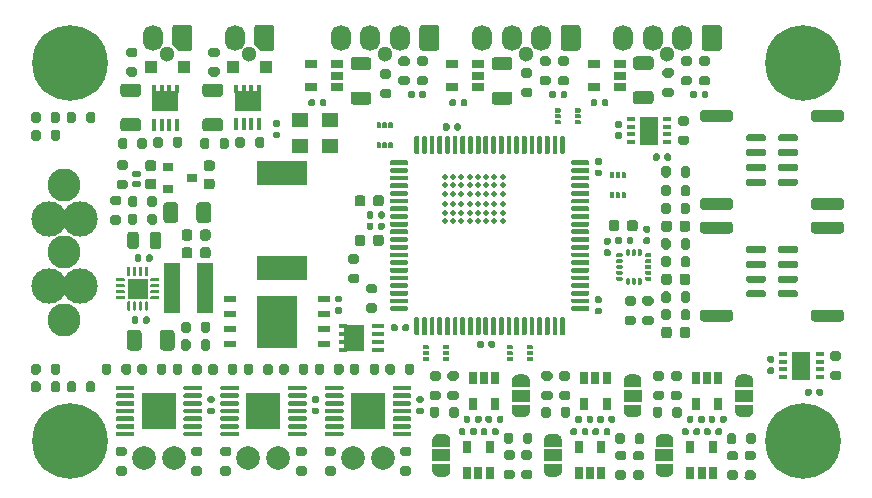
<source format=gts>
%TF.GenerationSoftware,KiCad,Pcbnew,5.1.12-84ad8e8a86~92~ubuntu20.04.1*%
%TF.CreationDate,2021-12-22T22:50:22+01:00*%
%TF.ProjectId,uHoubolt_PCB_ECU,75486f75-626f-46c7-945f-5043425f4543,rev?*%
%TF.SameCoordinates,PX7270e00PY4c4b400*%
%TF.FileFunction,Soldermask,Top*%
%TF.FilePolarity,Negative*%
%FSLAX46Y46*%
G04 Gerber Fmt 4.6, Leading zero omitted, Abs format (unit mm)*
G04 Created by KiCad (PCBNEW 5.1.12-84ad8e8a86~92~ubuntu20.04.1) date 2021-12-22 22:50:22*
%MOMM*%
%LPD*%
G01*
G04 APERTURE LIST*
%ADD10C,0.500000*%
%ADD11C,3.000000*%
%ADD12C,2.800000*%
%ADD13R,1.000000X0.500000*%
%ADD14R,3.500000X4.500000*%
%ADD15C,1.300000*%
%ADD16O,1.700000X2.200000*%
%ADD17C,0.100000*%
%ADD18C,2.000000*%
%ADD19R,0.990000X0.405000*%
%ADD20R,1.725000X2.245000*%
%ADD21R,0.760000X0.405000*%
%ADD22R,0.650000X1.060000*%
%ADD23R,1.500000X1.000000*%
%ADD24R,3.000000X3.100000*%
%ADD25R,1.060000X0.650000*%
%ADD26R,0.405000X0.990000*%
%ADD27R,2.245000X1.725000*%
%ADD28R,0.405000X0.760000*%
%ADD29R,1.100000X1.100000*%
%ADD30R,4.200000X2.000000*%
%ADD31C,0.800000*%
%ADD32C,6.400000*%
%ADD33R,1.400000X1.200000*%
%ADD34R,1.550000X2.400000*%
%ADD35R,0.650000X0.350000*%
%ADD36R,0.900000X0.800000*%
%ADD37R,1.750000X1.750000*%
%ADD38R,1.400000X4.200000*%
G04 APERTURE END LIST*
D10*
%TO.C,JP2*%
X37100000Y-16650000D03*
X40600000Y-16650000D03*
X39200000Y-16650000D03*
X37100000Y-15950000D03*
X40600000Y-17350000D03*
X39900000Y-16650000D03*
X39200000Y-15950000D03*
X35700000Y-16650000D03*
X35700000Y-17350000D03*
X38500000Y-17350000D03*
X37800000Y-17350000D03*
X37100000Y-17350000D03*
X36400000Y-17350000D03*
X38500000Y-16650000D03*
X37800000Y-16650000D03*
X36400000Y-15950000D03*
X36400000Y-16650000D03*
X39900000Y-17350000D03*
X39200000Y-17350000D03*
X35700000Y-15950000D03*
X39900000Y-15950000D03*
X38500000Y-15950000D03*
X40600000Y-15950000D03*
X37800000Y-15950000D03*
X37800000Y-14350000D03*
X40600000Y-15050000D03*
X37100000Y-13650000D03*
X39200000Y-14350000D03*
X40600000Y-14350000D03*
X37100000Y-14350000D03*
X36400000Y-13650000D03*
X36400000Y-14350000D03*
X39900000Y-14350000D03*
X36400000Y-15050000D03*
X37100000Y-15050000D03*
X37800000Y-15050000D03*
X38500000Y-15050000D03*
X35700000Y-15050000D03*
X35700000Y-14350000D03*
X39200000Y-13650000D03*
X38500000Y-14350000D03*
X37800000Y-13650000D03*
X40600000Y-13650000D03*
X38500000Y-13650000D03*
X39900000Y-13650000D03*
X35700000Y-13650000D03*
X39200000Y-15050000D03*
X39900000Y-15050000D03*
%TD*%
D11*
%TO.C,J1*%
X2160000Y-17150000D03*
X2160000Y-22850000D03*
X4840000Y-17150000D03*
X4840000Y-22850000D03*
D12*
X3500000Y-14300000D03*
X3500000Y-25700000D03*
X3500000Y-20000000D03*
%TD*%
%TO.C,U24*%
G36*
G01*
X34350000Y-28427500D02*
X34350000Y-28672500D01*
G75*
G02*
X34297500Y-28725000I-52500J0D01*
G01*
X33902500Y-28725000D01*
G75*
G02*
X33850000Y-28672500I0J52500D01*
G01*
X33850000Y-28427500D01*
G75*
G02*
X33902500Y-28375000I52500J0D01*
G01*
X34297500Y-28375000D01*
G75*
G02*
X34350000Y-28427500I0J-52500D01*
G01*
G37*
G36*
G01*
X34350000Y-27927500D02*
X34350000Y-28172500D01*
G75*
G02*
X34297500Y-28225000I-52500J0D01*
G01*
X33902500Y-28225000D01*
G75*
G02*
X33850000Y-28172500I0J52500D01*
G01*
X33850000Y-27927500D01*
G75*
G02*
X33902500Y-27875000I52500J0D01*
G01*
X34297500Y-27875000D01*
G75*
G02*
X34350000Y-27927500I0J-52500D01*
G01*
G37*
G36*
G01*
X36050000Y-28427500D02*
X36050000Y-28672500D01*
G75*
G02*
X35997500Y-28725000I-52500J0D01*
G01*
X35602500Y-28725000D01*
G75*
G02*
X35550000Y-28672500I0J52500D01*
G01*
X35550000Y-28427500D01*
G75*
G02*
X35602500Y-28375000I52500J0D01*
G01*
X35997500Y-28375000D01*
G75*
G02*
X36050000Y-28427500I0J-52500D01*
G01*
G37*
G36*
G01*
X34350000Y-28927500D02*
X34350000Y-29172500D01*
G75*
G02*
X34297500Y-29225000I-52500J0D01*
G01*
X33902500Y-29225000D01*
G75*
G02*
X33850000Y-29172500I0J52500D01*
G01*
X33850000Y-28927500D01*
G75*
G02*
X33902500Y-28875000I52500J0D01*
G01*
X34297500Y-28875000D01*
G75*
G02*
X34350000Y-28927500I0J-52500D01*
G01*
G37*
G36*
G01*
X36050000Y-27927500D02*
X36050000Y-28172500D01*
G75*
G02*
X35997500Y-28225000I-52500J0D01*
G01*
X35602500Y-28225000D01*
G75*
G02*
X35550000Y-28172500I0J52500D01*
G01*
X35550000Y-27927500D01*
G75*
G02*
X35602500Y-27875000I52500J0D01*
G01*
X35997500Y-27875000D01*
G75*
G02*
X36050000Y-27927500I0J-52500D01*
G01*
G37*
G36*
G01*
X36050000Y-28927500D02*
X36050000Y-29172500D01*
G75*
G02*
X35997500Y-29225000I-52500J0D01*
G01*
X35602500Y-29225000D01*
G75*
G02*
X35550000Y-29172500I0J52500D01*
G01*
X35550000Y-28927500D01*
G75*
G02*
X35602500Y-28875000I52500J0D01*
G01*
X35997500Y-28875000D01*
G75*
G02*
X36050000Y-28927500I0J-52500D01*
G01*
G37*
%TD*%
%TO.C,U23*%
G36*
G01*
X41450000Y-28427500D02*
X41450000Y-28672500D01*
G75*
G02*
X41397500Y-28725000I-52500J0D01*
G01*
X41002500Y-28725000D01*
G75*
G02*
X40950000Y-28672500I0J52500D01*
G01*
X40950000Y-28427500D01*
G75*
G02*
X41002500Y-28375000I52500J0D01*
G01*
X41397500Y-28375000D01*
G75*
G02*
X41450000Y-28427500I0J-52500D01*
G01*
G37*
G36*
G01*
X41450000Y-27927500D02*
X41450000Y-28172500D01*
G75*
G02*
X41397500Y-28225000I-52500J0D01*
G01*
X41002500Y-28225000D01*
G75*
G02*
X40950000Y-28172500I0J52500D01*
G01*
X40950000Y-27927500D01*
G75*
G02*
X41002500Y-27875000I52500J0D01*
G01*
X41397500Y-27875000D01*
G75*
G02*
X41450000Y-27927500I0J-52500D01*
G01*
G37*
G36*
G01*
X43150000Y-28427500D02*
X43150000Y-28672500D01*
G75*
G02*
X43097500Y-28725000I-52500J0D01*
G01*
X42702500Y-28725000D01*
G75*
G02*
X42650000Y-28672500I0J52500D01*
G01*
X42650000Y-28427500D01*
G75*
G02*
X42702500Y-28375000I52500J0D01*
G01*
X43097500Y-28375000D01*
G75*
G02*
X43150000Y-28427500I0J-52500D01*
G01*
G37*
G36*
G01*
X41450000Y-28927500D02*
X41450000Y-29172500D01*
G75*
G02*
X41397500Y-29225000I-52500J0D01*
G01*
X41002500Y-29225000D01*
G75*
G02*
X40950000Y-29172500I0J52500D01*
G01*
X40950000Y-28927500D01*
G75*
G02*
X41002500Y-28875000I52500J0D01*
G01*
X41397500Y-28875000D01*
G75*
G02*
X41450000Y-28927500I0J-52500D01*
G01*
G37*
G36*
G01*
X43150000Y-27927500D02*
X43150000Y-28172500D01*
G75*
G02*
X43097500Y-28225000I-52500J0D01*
G01*
X42702500Y-28225000D01*
G75*
G02*
X42650000Y-28172500I0J52500D01*
G01*
X42650000Y-27927500D01*
G75*
G02*
X42702500Y-27875000I52500J0D01*
G01*
X43097500Y-27875000D01*
G75*
G02*
X43150000Y-27927500I0J-52500D01*
G01*
G37*
G36*
G01*
X43150000Y-28927500D02*
X43150000Y-29172500D01*
G75*
G02*
X43097500Y-29225000I-52500J0D01*
G01*
X42702500Y-29225000D01*
G75*
G02*
X42650000Y-29172500I0J52500D01*
G01*
X42650000Y-28927500D01*
G75*
G02*
X42702500Y-28875000I52500J0D01*
G01*
X43097500Y-28875000D01*
G75*
G02*
X43150000Y-28927500I0J-52500D01*
G01*
G37*
%TD*%
%TO.C,U22*%
G36*
G01*
X50227500Y-14925000D02*
X50472500Y-14925000D01*
G75*
G02*
X50525000Y-14977500I0J-52500D01*
G01*
X50525000Y-15372500D01*
G75*
G02*
X50472500Y-15425000I-52500J0D01*
G01*
X50227500Y-15425000D01*
G75*
G02*
X50175000Y-15372500I0J52500D01*
G01*
X50175000Y-14977500D01*
G75*
G02*
X50227500Y-14925000I52500J0D01*
G01*
G37*
G36*
G01*
X49727500Y-14925000D02*
X49972500Y-14925000D01*
G75*
G02*
X50025000Y-14977500I0J-52500D01*
G01*
X50025000Y-15372500D01*
G75*
G02*
X49972500Y-15425000I-52500J0D01*
G01*
X49727500Y-15425000D01*
G75*
G02*
X49675000Y-15372500I0J52500D01*
G01*
X49675000Y-14977500D01*
G75*
G02*
X49727500Y-14925000I52500J0D01*
G01*
G37*
G36*
G01*
X50227500Y-13225000D02*
X50472500Y-13225000D01*
G75*
G02*
X50525000Y-13277500I0J-52500D01*
G01*
X50525000Y-13672500D01*
G75*
G02*
X50472500Y-13725000I-52500J0D01*
G01*
X50227500Y-13725000D01*
G75*
G02*
X50175000Y-13672500I0J52500D01*
G01*
X50175000Y-13277500D01*
G75*
G02*
X50227500Y-13225000I52500J0D01*
G01*
G37*
G36*
G01*
X50727500Y-14925000D02*
X50972500Y-14925000D01*
G75*
G02*
X51025000Y-14977500I0J-52500D01*
G01*
X51025000Y-15372500D01*
G75*
G02*
X50972500Y-15425000I-52500J0D01*
G01*
X50727500Y-15425000D01*
G75*
G02*
X50675000Y-15372500I0J52500D01*
G01*
X50675000Y-14977500D01*
G75*
G02*
X50727500Y-14925000I52500J0D01*
G01*
G37*
G36*
G01*
X49727500Y-13225000D02*
X49972500Y-13225000D01*
G75*
G02*
X50025000Y-13277500I0J-52500D01*
G01*
X50025000Y-13672500D01*
G75*
G02*
X49972500Y-13725000I-52500J0D01*
G01*
X49727500Y-13725000D01*
G75*
G02*
X49675000Y-13672500I0J52500D01*
G01*
X49675000Y-13277500D01*
G75*
G02*
X49727500Y-13225000I52500J0D01*
G01*
G37*
G36*
G01*
X50727500Y-13225000D02*
X50972500Y-13225000D01*
G75*
G02*
X51025000Y-13277500I0J-52500D01*
G01*
X51025000Y-13672500D01*
G75*
G02*
X50972500Y-13725000I-52500J0D01*
G01*
X50727500Y-13725000D01*
G75*
G02*
X50675000Y-13672500I0J52500D01*
G01*
X50675000Y-13277500D01*
G75*
G02*
X50727500Y-13225000I52500J0D01*
G01*
G37*
%TD*%
%TO.C,U21*%
G36*
G01*
X45500000Y-8377500D02*
X45500000Y-8622500D01*
G75*
G02*
X45447500Y-8675000I-52500J0D01*
G01*
X45052500Y-8675000D01*
G75*
G02*
X45000000Y-8622500I0J52500D01*
G01*
X45000000Y-8377500D01*
G75*
G02*
X45052500Y-8325000I52500J0D01*
G01*
X45447500Y-8325000D01*
G75*
G02*
X45500000Y-8377500I0J-52500D01*
G01*
G37*
G36*
G01*
X45500000Y-7877500D02*
X45500000Y-8122500D01*
G75*
G02*
X45447500Y-8175000I-52500J0D01*
G01*
X45052500Y-8175000D01*
G75*
G02*
X45000000Y-8122500I0J52500D01*
G01*
X45000000Y-7877500D01*
G75*
G02*
X45052500Y-7825000I52500J0D01*
G01*
X45447500Y-7825000D01*
G75*
G02*
X45500000Y-7877500I0J-52500D01*
G01*
G37*
G36*
G01*
X47200000Y-8377500D02*
X47200000Y-8622500D01*
G75*
G02*
X47147500Y-8675000I-52500J0D01*
G01*
X46752500Y-8675000D01*
G75*
G02*
X46700000Y-8622500I0J52500D01*
G01*
X46700000Y-8377500D01*
G75*
G02*
X46752500Y-8325000I52500J0D01*
G01*
X47147500Y-8325000D01*
G75*
G02*
X47200000Y-8377500I0J-52500D01*
G01*
G37*
G36*
G01*
X45500000Y-8877500D02*
X45500000Y-9122500D01*
G75*
G02*
X45447500Y-9175000I-52500J0D01*
G01*
X45052500Y-9175000D01*
G75*
G02*
X45000000Y-9122500I0J52500D01*
G01*
X45000000Y-8877500D01*
G75*
G02*
X45052500Y-8825000I52500J0D01*
G01*
X45447500Y-8825000D01*
G75*
G02*
X45500000Y-8877500I0J-52500D01*
G01*
G37*
G36*
G01*
X47200000Y-7877500D02*
X47200000Y-8122500D01*
G75*
G02*
X47147500Y-8175000I-52500J0D01*
G01*
X46752500Y-8175000D01*
G75*
G02*
X46700000Y-8122500I0J52500D01*
G01*
X46700000Y-7877500D01*
G75*
G02*
X46752500Y-7825000I52500J0D01*
G01*
X47147500Y-7825000D01*
G75*
G02*
X47200000Y-7877500I0J-52500D01*
G01*
G37*
G36*
G01*
X47200000Y-8877500D02*
X47200000Y-9122500D01*
G75*
G02*
X47147500Y-9175000I-52500J0D01*
G01*
X46752500Y-9175000D01*
G75*
G02*
X46700000Y-9122500I0J52500D01*
G01*
X46700000Y-8877500D01*
G75*
G02*
X46752500Y-8825000I52500J0D01*
G01*
X47147500Y-8825000D01*
G75*
G02*
X47200000Y-8877500I0J-52500D01*
G01*
G37*
%TD*%
%TO.C,U20*%
G36*
G01*
X30722500Y-9500000D02*
X30477500Y-9500000D01*
G75*
G02*
X30425000Y-9447500I0J52500D01*
G01*
X30425000Y-9052500D01*
G75*
G02*
X30477500Y-9000000I52500J0D01*
G01*
X30722500Y-9000000D01*
G75*
G02*
X30775000Y-9052500I0J-52500D01*
G01*
X30775000Y-9447500D01*
G75*
G02*
X30722500Y-9500000I-52500J0D01*
G01*
G37*
G36*
G01*
X31222500Y-9500000D02*
X30977500Y-9500000D01*
G75*
G02*
X30925000Y-9447500I0J52500D01*
G01*
X30925000Y-9052500D01*
G75*
G02*
X30977500Y-9000000I52500J0D01*
G01*
X31222500Y-9000000D01*
G75*
G02*
X31275000Y-9052500I0J-52500D01*
G01*
X31275000Y-9447500D01*
G75*
G02*
X31222500Y-9500000I-52500J0D01*
G01*
G37*
G36*
G01*
X30722500Y-11200000D02*
X30477500Y-11200000D01*
G75*
G02*
X30425000Y-11147500I0J52500D01*
G01*
X30425000Y-10752500D01*
G75*
G02*
X30477500Y-10700000I52500J0D01*
G01*
X30722500Y-10700000D01*
G75*
G02*
X30775000Y-10752500I0J-52500D01*
G01*
X30775000Y-11147500D01*
G75*
G02*
X30722500Y-11200000I-52500J0D01*
G01*
G37*
G36*
G01*
X30222500Y-9500000D02*
X29977500Y-9500000D01*
G75*
G02*
X29925000Y-9447500I0J52500D01*
G01*
X29925000Y-9052500D01*
G75*
G02*
X29977500Y-9000000I52500J0D01*
G01*
X30222500Y-9000000D01*
G75*
G02*
X30275000Y-9052500I0J-52500D01*
G01*
X30275000Y-9447500D01*
G75*
G02*
X30222500Y-9500000I-52500J0D01*
G01*
G37*
G36*
G01*
X31222500Y-11200000D02*
X30977500Y-11200000D01*
G75*
G02*
X30925000Y-11147500I0J52500D01*
G01*
X30925000Y-10752500D01*
G75*
G02*
X30977500Y-10700000I52500J0D01*
G01*
X31222500Y-10700000D01*
G75*
G02*
X31275000Y-10752500I0J-52500D01*
G01*
X31275000Y-11147500D01*
G75*
G02*
X31222500Y-11200000I-52500J0D01*
G01*
G37*
G36*
G01*
X30222500Y-11200000D02*
X29977500Y-11200000D01*
G75*
G02*
X29925000Y-11147500I0J52500D01*
G01*
X29925000Y-10752500D01*
G75*
G02*
X29977500Y-10700000I52500J0D01*
G01*
X30222500Y-10700000D01*
G75*
G02*
X30275000Y-10752500I0J-52500D01*
G01*
X30275000Y-11147500D01*
G75*
G02*
X30222500Y-11200000I-52500J0D01*
G01*
G37*
%TD*%
D13*
%TO.C,U8*%
X17500000Y-23995000D03*
X17500000Y-25265000D03*
X17500000Y-26535000D03*
X17500000Y-27805000D03*
X25500000Y-27805000D03*
X25500000Y-26535000D03*
X25500000Y-25265000D03*
X25500000Y-23995000D03*
D14*
X21500000Y-25900000D03*
%TD*%
D15*
%TO.C,J19*%
X42600000Y-3190000D03*
D16*
X38850000Y-1850000D03*
X41350000Y-1850000D03*
X43850000Y-1850000D03*
G36*
G01*
X46950000Y-2950000D02*
X45750000Y-2950000D01*
G75*
G02*
X45500000Y-2700000I0J250000D01*
G01*
X45500000Y-1000000D01*
G75*
G02*
X45750000Y-750000I250000J0D01*
G01*
X46950000Y-750000D01*
G75*
G02*
X47200000Y-1000000I0J-250000D01*
G01*
X47200000Y-2700000D01*
G75*
G02*
X46950000Y-2950000I-250000J0D01*
G01*
G37*
%TD*%
D15*
%TO.C,J18*%
X30650000Y-3190000D03*
D16*
X26900000Y-1850000D03*
X29400000Y-1850000D03*
X31900000Y-1850000D03*
G36*
G01*
X35000000Y-2950000D02*
X33800000Y-2950000D01*
G75*
G02*
X33550000Y-2700000I0J250000D01*
G01*
X33550000Y-1000000D01*
G75*
G02*
X33800000Y-750000I250000J0D01*
G01*
X35000000Y-750000D01*
G75*
G02*
X35250000Y-1000000I0J-250000D01*
G01*
X35250000Y-2700000D01*
G75*
G02*
X35000000Y-2950000I-250000J0D01*
G01*
G37*
%TD*%
D15*
%TO.C,J9*%
X54550000Y-3190000D03*
D16*
X50800000Y-1850000D03*
X53300000Y-1850000D03*
X55800000Y-1850000D03*
G36*
G01*
X58900000Y-2950000D02*
X57700000Y-2950000D01*
G75*
G02*
X57450000Y-2700000I0J250000D01*
G01*
X57450000Y-1000000D01*
G75*
G02*
X57700000Y-750000I250000J0D01*
G01*
X58900000Y-750000D01*
G75*
G02*
X59150000Y-1000000I0J-250000D01*
G01*
X59150000Y-2700000D01*
G75*
G02*
X58900000Y-2950000I-250000J0D01*
G01*
G37*
%TD*%
D15*
%TO.C,J20*%
X19160000Y-3190000D03*
D16*
X17910000Y-1850000D03*
D17*
G36*
X19564804Y-951227D02*
G01*
X19579030Y-904329D01*
X19602133Y-861107D01*
X19633223Y-823223D01*
X19671107Y-792133D01*
X19714329Y-769030D01*
X19761227Y-754804D01*
X19810000Y-750000D01*
X21010000Y-750000D01*
X21058773Y-754804D01*
X21105671Y-769030D01*
X21148893Y-792133D01*
X21186777Y-823223D01*
X21217867Y-861107D01*
X21240970Y-904329D01*
X21255196Y-951227D01*
X21260000Y-1000000D01*
X21260000Y-2700000D01*
X21255196Y-2748773D01*
X21240970Y-2795671D01*
X21217867Y-2838893D01*
X21186777Y-2876777D01*
X21148893Y-2907867D01*
X21105671Y-2930970D01*
X21058773Y-2945196D01*
X21010000Y-2950000D01*
X20210000Y-2950000D01*
X20161227Y-2945196D01*
X20114329Y-2930970D01*
X20071107Y-2907867D01*
X20033223Y-2876777D01*
X19633223Y-2476777D01*
X19602133Y-2438893D01*
X19579030Y-2395671D01*
X19564804Y-2348773D01*
X19560000Y-2300000D01*
X19560000Y-1000000D01*
X19564804Y-951227D01*
G37*
%TD*%
D15*
%TO.C,J10*%
X12210000Y-3190000D03*
D16*
X10960000Y-1850000D03*
D17*
G36*
X12614804Y-951227D02*
G01*
X12629030Y-904329D01*
X12652133Y-861107D01*
X12683223Y-823223D01*
X12721107Y-792133D01*
X12764329Y-769030D01*
X12811227Y-754804D01*
X12860000Y-750000D01*
X14060000Y-750000D01*
X14108773Y-754804D01*
X14155671Y-769030D01*
X14198893Y-792133D01*
X14236777Y-823223D01*
X14267867Y-861107D01*
X14290970Y-904329D01*
X14305196Y-951227D01*
X14310000Y-1000000D01*
X14310000Y-2700000D01*
X14305196Y-2748773D01*
X14290970Y-2795671D01*
X14267867Y-2838893D01*
X14236777Y-2876777D01*
X14198893Y-2907867D01*
X14155671Y-2930970D01*
X14108773Y-2945196D01*
X14060000Y-2950000D01*
X13260000Y-2950000D01*
X13211227Y-2945196D01*
X13164329Y-2930970D01*
X13121107Y-2907867D01*
X13083223Y-2876777D01*
X12683223Y-2476777D01*
X12652133Y-2438893D01*
X12629030Y-2395671D01*
X12614804Y-2348773D01*
X12610000Y-2300000D01*
X12610000Y-1000000D01*
X12614804Y-951227D01*
G37*
%TD*%
D18*
%TO.C,J22*%
X12770000Y-37400000D03*
X10230000Y-37400000D03*
%TD*%
%TO.C,J21*%
X21620000Y-37400000D03*
X19080000Y-37400000D03*
%TD*%
%TO.C,J11*%
X30470000Y-37400000D03*
X27930000Y-37400000D03*
%TD*%
%TO.C,R78*%
G36*
G01*
X27725000Y-21825000D02*
X28275000Y-21825000D01*
G75*
G02*
X28475000Y-22025000I0J-200000D01*
G01*
X28475000Y-22425000D01*
G75*
G02*
X28275000Y-22625000I-200000J0D01*
G01*
X27725000Y-22625000D01*
G75*
G02*
X27525000Y-22425000I0J200000D01*
G01*
X27525000Y-22025000D01*
G75*
G02*
X27725000Y-21825000I200000J0D01*
G01*
G37*
G36*
G01*
X27725000Y-20175000D02*
X28275000Y-20175000D01*
G75*
G02*
X28475000Y-20375000I0J-200000D01*
G01*
X28475000Y-20775000D01*
G75*
G02*
X28275000Y-20975000I-200000J0D01*
G01*
X27725000Y-20975000D01*
G75*
G02*
X27525000Y-20775000I0J200000D01*
G01*
X27525000Y-20375000D01*
G75*
G02*
X27725000Y-20175000I200000J0D01*
G01*
G37*
%TD*%
%TO.C,R77*%
G36*
G01*
X29225000Y-24325000D02*
X29775000Y-24325000D01*
G75*
G02*
X29975000Y-24525000I0J-200000D01*
G01*
X29975000Y-24925000D01*
G75*
G02*
X29775000Y-25125000I-200000J0D01*
G01*
X29225000Y-25125000D01*
G75*
G02*
X29025000Y-24925000I0J200000D01*
G01*
X29025000Y-24525000D01*
G75*
G02*
X29225000Y-24325000I200000J0D01*
G01*
G37*
G36*
G01*
X29225000Y-22675000D02*
X29775000Y-22675000D01*
G75*
G02*
X29975000Y-22875000I0J-200000D01*
G01*
X29975000Y-23275000D01*
G75*
G02*
X29775000Y-23475000I-200000J0D01*
G01*
X29225000Y-23475000D01*
G75*
G02*
X29025000Y-23275000I0J200000D01*
G01*
X29025000Y-22875000D01*
G75*
G02*
X29225000Y-22675000I200000J0D01*
G01*
G37*
%TD*%
D19*
%TO.C,Q3*%
X30042500Y-27580000D03*
X30042500Y-26920000D03*
X30042500Y-26260000D03*
X30042500Y-28240000D03*
D20*
X28050000Y-27250000D03*
D21*
X27057500Y-26920000D03*
X27057500Y-26260000D03*
X27057500Y-27580000D03*
X27057500Y-28240000D03*
%TD*%
%TO.C,R76*%
G36*
G01*
X8675000Y-13025000D02*
X8125000Y-13025000D01*
G75*
G02*
X7925000Y-12825000I0J200000D01*
G01*
X7925000Y-12425000D01*
G75*
G02*
X8125000Y-12225000I200000J0D01*
G01*
X8675000Y-12225000D01*
G75*
G02*
X8875000Y-12425000I0J-200000D01*
G01*
X8875000Y-12825000D01*
G75*
G02*
X8675000Y-13025000I-200000J0D01*
G01*
G37*
G36*
G01*
X8675000Y-14675000D02*
X8125000Y-14675000D01*
G75*
G02*
X7925000Y-14475000I0J200000D01*
G01*
X7925000Y-14075000D01*
G75*
G02*
X8125000Y-13875000I200000J0D01*
G01*
X8675000Y-13875000D01*
G75*
G02*
X8875000Y-14075000I0J-200000D01*
G01*
X8875000Y-14475000D01*
G75*
G02*
X8675000Y-14675000I-200000J0D01*
G01*
G37*
%TD*%
%TO.C,R75*%
G36*
G01*
X8125000Y-16025000D02*
X7575000Y-16025000D01*
G75*
G02*
X7375000Y-15825000I0J200000D01*
G01*
X7375000Y-15425000D01*
G75*
G02*
X7575000Y-15225000I200000J0D01*
G01*
X8125000Y-15225000D01*
G75*
G02*
X8325000Y-15425000I0J-200000D01*
G01*
X8325000Y-15825000D01*
G75*
G02*
X8125000Y-16025000I-200000J0D01*
G01*
G37*
G36*
G01*
X8125000Y-17675000D02*
X7575000Y-17675000D01*
G75*
G02*
X7375000Y-17475000I0J200000D01*
G01*
X7375000Y-17075000D01*
G75*
G02*
X7575000Y-16875000I200000J0D01*
G01*
X8125000Y-16875000D01*
G75*
G02*
X8325000Y-17075000I0J-200000D01*
G01*
X8325000Y-17475000D01*
G75*
G02*
X8125000Y-17675000I-200000J0D01*
G01*
G37*
%TD*%
%TO.C,R13*%
G36*
G01*
X14175000Y-26075000D02*
X14175000Y-26625000D01*
G75*
G02*
X13975000Y-26825000I-200000J0D01*
G01*
X13575000Y-26825000D01*
G75*
G02*
X13375000Y-26625000I0J200000D01*
G01*
X13375000Y-26075000D01*
G75*
G02*
X13575000Y-25875000I200000J0D01*
G01*
X13975000Y-25875000D01*
G75*
G02*
X14175000Y-26075000I0J-200000D01*
G01*
G37*
G36*
G01*
X15825000Y-26075000D02*
X15825000Y-26625000D01*
G75*
G02*
X15625000Y-26825000I-200000J0D01*
G01*
X15225000Y-26825000D01*
G75*
G02*
X15025000Y-26625000I0J200000D01*
G01*
X15025000Y-26075000D01*
G75*
G02*
X15225000Y-25875000I200000J0D01*
G01*
X15625000Y-25875000D01*
G75*
G02*
X15825000Y-26075000I0J-200000D01*
G01*
G37*
%TD*%
%TO.C,R12*%
G36*
G01*
X15025000Y-28125000D02*
X15025000Y-27575000D01*
G75*
G02*
X15225000Y-27375000I200000J0D01*
G01*
X15625000Y-27375000D01*
G75*
G02*
X15825000Y-27575000I0J-200000D01*
G01*
X15825000Y-28125000D01*
G75*
G02*
X15625000Y-28325000I-200000J0D01*
G01*
X15225000Y-28325000D01*
G75*
G02*
X15025000Y-28125000I0J200000D01*
G01*
G37*
G36*
G01*
X13375000Y-28125000D02*
X13375000Y-27575000D01*
G75*
G02*
X13575000Y-27375000I200000J0D01*
G01*
X13975000Y-27375000D01*
G75*
G02*
X14175000Y-27575000I0J-200000D01*
G01*
X14175000Y-28125000D01*
G75*
G02*
X13975000Y-28325000I-200000J0D01*
G01*
X13575000Y-28325000D01*
G75*
G02*
X13375000Y-28125000I0J200000D01*
G01*
G37*
%TD*%
%TO.C,F2*%
G36*
G01*
X10025000Y-26825000D02*
X10025000Y-28075000D01*
G75*
G02*
X9775000Y-28325000I-250000J0D01*
G01*
X9025000Y-28325000D01*
G75*
G02*
X8775000Y-28075000I0J250000D01*
G01*
X8775000Y-26825000D01*
G75*
G02*
X9025000Y-26575000I250000J0D01*
G01*
X9775000Y-26575000D01*
G75*
G02*
X10025000Y-26825000I0J-250000D01*
G01*
G37*
G36*
G01*
X12825000Y-26825000D02*
X12825000Y-28075000D01*
G75*
G02*
X12575000Y-28325000I-250000J0D01*
G01*
X11825000Y-28325000D01*
G75*
G02*
X11575000Y-28075000I0J250000D01*
G01*
X11575000Y-26825000D01*
G75*
G02*
X11825000Y-26575000I250000J0D01*
G01*
X12575000Y-26575000D01*
G75*
G02*
X12825000Y-26825000I0J-250000D01*
G01*
G37*
%TD*%
%TO.C,C10*%
G36*
G01*
X10700000Y-19475000D02*
X10700000Y-18525000D01*
G75*
G02*
X10950000Y-18275000I250000J0D01*
G01*
X11450000Y-18275000D01*
G75*
G02*
X11700000Y-18525000I0J-250000D01*
G01*
X11700000Y-19475000D01*
G75*
G02*
X11450000Y-19725000I-250000J0D01*
G01*
X10950000Y-19725000D01*
G75*
G02*
X10700000Y-19475000I0J250000D01*
G01*
G37*
G36*
G01*
X8800000Y-19475000D02*
X8800000Y-18525000D01*
G75*
G02*
X9050000Y-18275000I250000J0D01*
G01*
X9550000Y-18275000D01*
G75*
G02*
X9800000Y-18525000I0J-250000D01*
G01*
X9800000Y-19475000D01*
G75*
G02*
X9550000Y-19725000I-250000J0D01*
G01*
X9050000Y-19725000D01*
G75*
G02*
X8800000Y-19475000I0J250000D01*
G01*
G37*
%TD*%
%TO.C,R74*%
G36*
G01*
X42925000Y-5225000D02*
X42375000Y-5225000D01*
G75*
G02*
X42175000Y-5025000I0J200000D01*
G01*
X42175000Y-4625000D01*
G75*
G02*
X42375000Y-4425000I200000J0D01*
G01*
X42925000Y-4425000D01*
G75*
G02*
X43125000Y-4625000I0J-200000D01*
G01*
X43125000Y-5025000D01*
G75*
G02*
X42925000Y-5225000I-200000J0D01*
G01*
G37*
G36*
G01*
X42925000Y-6875000D02*
X42375000Y-6875000D01*
G75*
G02*
X42175000Y-6675000I0J200000D01*
G01*
X42175000Y-6275000D01*
G75*
G02*
X42375000Y-6075000I200000J0D01*
G01*
X42925000Y-6075000D01*
G75*
G02*
X43125000Y-6275000I0J-200000D01*
G01*
X43125000Y-6675000D01*
G75*
G02*
X42925000Y-6875000I-200000J0D01*
G01*
G37*
%TD*%
%TO.C,R11*%
G36*
G01*
X30975000Y-5325000D02*
X30425000Y-5325000D01*
G75*
G02*
X30225000Y-5125000I0J200000D01*
G01*
X30225000Y-4725000D01*
G75*
G02*
X30425000Y-4525000I200000J0D01*
G01*
X30975000Y-4525000D01*
G75*
G02*
X31175000Y-4725000I0J-200000D01*
G01*
X31175000Y-5125000D01*
G75*
G02*
X30975000Y-5325000I-200000J0D01*
G01*
G37*
G36*
G01*
X30975000Y-6975000D02*
X30425000Y-6975000D01*
G75*
G02*
X30225000Y-6775000I0J200000D01*
G01*
X30225000Y-6375000D01*
G75*
G02*
X30425000Y-6175000I200000J0D01*
G01*
X30975000Y-6175000D01*
G75*
G02*
X31175000Y-6375000I0J-200000D01*
G01*
X31175000Y-6775000D01*
G75*
G02*
X30975000Y-6975000I-200000J0D01*
G01*
G37*
%TD*%
%TO.C,R10*%
G36*
G01*
X54875000Y-5225000D02*
X54325000Y-5225000D01*
G75*
G02*
X54125000Y-5025000I0J200000D01*
G01*
X54125000Y-4625000D01*
G75*
G02*
X54325000Y-4425000I200000J0D01*
G01*
X54875000Y-4425000D01*
G75*
G02*
X55075000Y-4625000I0J-200000D01*
G01*
X55075000Y-5025000D01*
G75*
G02*
X54875000Y-5225000I-200000J0D01*
G01*
G37*
G36*
G01*
X54875000Y-6875000D02*
X54325000Y-6875000D01*
G75*
G02*
X54125000Y-6675000I0J200000D01*
G01*
X54125000Y-6275000D01*
G75*
G02*
X54325000Y-6075000I200000J0D01*
G01*
X54875000Y-6075000D01*
G75*
G02*
X55075000Y-6275000I0J-200000D01*
G01*
X55075000Y-6675000D01*
G75*
G02*
X54875000Y-6875000I-200000J0D01*
G01*
G37*
%TD*%
D22*
%TO.C,U1*%
X39950000Y-32850000D03*
X38050000Y-32850000D03*
X38050000Y-30650000D03*
X39000000Y-30650000D03*
X39950000Y-30650000D03*
%TD*%
%TO.C,R7*%
G36*
G01*
X36075000Y-33825000D02*
X36075000Y-33275000D01*
G75*
G02*
X36275000Y-33075000I200000J0D01*
G01*
X36675000Y-33075000D01*
G75*
G02*
X36875000Y-33275000I0J-200000D01*
G01*
X36875000Y-33825000D01*
G75*
G02*
X36675000Y-34025000I-200000J0D01*
G01*
X36275000Y-34025000D01*
G75*
G02*
X36075000Y-33825000I0J200000D01*
G01*
G37*
G36*
G01*
X34425000Y-33825000D02*
X34425000Y-33275000D01*
G75*
G02*
X34625000Y-33075000I200000J0D01*
G01*
X35025000Y-33075000D01*
G75*
G02*
X35225000Y-33275000I0J-200000D01*
G01*
X35225000Y-33825000D01*
G75*
G02*
X35025000Y-34025000I-200000J0D01*
G01*
X34625000Y-34025000D01*
G75*
G02*
X34425000Y-33825000I0J200000D01*
G01*
G37*
%TD*%
%TO.C,R2*%
G36*
G01*
X35175000Y-30875000D02*
X34625000Y-30875000D01*
G75*
G02*
X34425000Y-30675000I0J200000D01*
G01*
X34425000Y-30275000D01*
G75*
G02*
X34625000Y-30075000I200000J0D01*
G01*
X35175000Y-30075000D01*
G75*
G02*
X35375000Y-30275000I0J-200000D01*
G01*
X35375000Y-30675000D01*
G75*
G02*
X35175000Y-30875000I-200000J0D01*
G01*
G37*
G36*
G01*
X35175000Y-32525000D02*
X34625000Y-32525000D01*
G75*
G02*
X34425000Y-32325000I0J200000D01*
G01*
X34425000Y-31925000D01*
G75*
G02*
X34625000Y-31725000I200000J0D01*
G01*
X35175000Y-31725000D01*
G75*
G02*
X35375000Y-31925000I0J-200000D01*
G01*
X35375000Y-32325000D01*
G75*
G02*
X35175000Y-32525000I-200000J0D01*
G01*
G37*
%TD*%
%TO.C,R1*%
G36*
G01*
X36125000Y-31725000D02*
X36675000Y-31725000D01*
G75*
G02*
X36875000Y-31925000I0J-200000D01*
G01*
X36875000Y-32325000D01*
G75*
G02*
X36675000Y-32525000I-200000J0D01*
G01*
X36125000Y-32525000D01*
G75*
G02*
X35925000Y-32325000I0J200000D01*
G01*
X35925000Y-31925000D01*
G75*
G02*
X36125000Y-31725000I200000J0D01*
G01*
G37*
G36*
G01*
X36125000Y-30075000D02*
X36675000Y-30075000D01*
G75*
G02*
X36875000Y-30275000I0J-200000D01*
G01*
X36875000Y-30675000D01*
G75*
G02*
X36675000Y-30875000I-200000J0D01*
G01*
X36125000Y-30875000D01*
G75*
G02*
X35925000Y-30675000I0J200000D01*
G01*
X35925000Y-30275000D01*
G75*
G02*
X36125000Y-30075000I200000J0D01*
G01*
G37*
%TD*%
D23*
%TO.C,JP3*%
X42150000Y-32150000D03*
D17*
G36*
X41400602Y-30850000D02*
G01*
X41400602Y-30825466D01*
X41405412Y-30776635D01*
X41414984Y-30728510D01*
X41429228Y-30681555D01*
X41448005Y-30636222D01*
X41471136Y-30592949D01*
X41498396Y-30552150D01*
X41529524Y-30514221D01*
X41564221Y-30479524D01*
X41602150Y-30448396D01*
X41642949Y-30421136D01*
X41686222Y-30398005D01*
X41731555Y-30379228D01*
X41778510Y-30364984D01*
X41826635Y-30355412D01*
X41875466Y-30350602D01*
X41900000Y-30350602D01*
X41900000Y-30350000D01*
X42400000Y-30350000D01*
X42400000Y-30350602D01*
X42424534Y-30350602D01*
X42473365Y-30355412D01*
X42521490Y-30364984D01*
X42568445Y-30379228D01*
X42613778Y-30398005D01*
X42657051Y-30421136D01*
X42697850Y-30448396D01*
X42735779Y-30479524D01*
X42770476Y-30514221D01*
X42801604Y-30552150D01*
X42828864Y-30592949D01*
X42851995Y-30636222D01*
X42870772Y-30681555D01*
X42885016Y-30728510D01*
X42894588Y-30776635D01*
X42899398Y-30825466D01*
X42899398Y-30850000D01*
X42900000Y-30850000D01*
X42900000Y-31400000D01*
X41400000Y-31400000D01*
X41400000Y-30850000D01*
X41400602Y-30850000D01*
G37*
G36*
X42900000Y-32900000D02*
G01*
X42900000Y-33450000D01*
X42899398Y-33450000D01*
X42899398Y-33474534D01*
X42894588Y-33523365D01*
X42885016Y-33571490D01*
X42870772Y-33618445D01*
X42851995Y-33663778D01*
X42828864Y-33707051D01*
X42801604Y-33747850D01*
X42770476Y-33785779D01*
X42735779Y-33820476D01*
X42697850Y-33851604D01*
X42657051Y-33878864D01*
X42613778Y-33901995D01*
X42568445Y-33920772D01*
X42521490Y-33935016D01*
X42473365Y-33944588D01*
X42424534Y-33949398D01*
X42400000Y-33949398D01*
X42400000Y-33950000D01*
X41900000Y-33950000D01*
X41900000Y-33949398D01*
X41875466Y-33949398D01*
X41826635Y-33944588D01*
X41778510Y-33935016D01*
X41731555Y-33920772D01*
X41686222Y-33901995D01*
X41642949Y-33878864D01*
X41602150Y-33851604D01*
X41564221Y-33820476D01*
X41529524Y-33785779D01*
X41498396Y-33747850D01*
X41471136Y-33707051D01*
X41448005Y-33663778D01*
X41429228Y-33618445D01*
X41414984Y-33571490D01*
X41405412Y-33523365D01*
X41400602Y-33474534D01*
X41400602Y-33450000D01*
X41400000Y-33450000D01*
X41400000Y-32900000D01*
X42900000Y-32900000D01*
G37*
%TD*%
%TO.C,C2*%
G36*
G01*
X38250000Y-34320000D02*
X38250000Y-33980000D01*
G75*
G02*
X38390000Y-33840000I140000J0D01*
G01*
X38670000Y-33840000D01*
G75*
G02*
X38810000Y-33980000I0J-140000D01*
G01*
X38810000Y-34320000D01*
G75*
G02*
X38670000Y-34460000I-140000J0D01*
G01*
X38390000Y-34460000D01*
G75*
G02*
X38250000Y-34320000I0J140000D01*
G01*
G37*
G36*
G01*
X37290000Y-34320000D02*
X37290000Y-33980000D01*
G75*
G02*
X37430000Y-33840000I140000J0D01*
G01*
X37710000Y-33840000D01*
G75*
G02*
X37850000Y-33980000I0J-140000D01*
G01*
X37850000Y-34320000D01*
G75*
G02*
X37710000Y-34460000I-140000J0D01*
G01*
X37430000Y-34460000D01*
G75*
G02*
X37290000Y-34320000I0J140000D01*
G01*
G37*
%TD*%
%TO.C,C1*%
G36*
G01*
X39700000Y-33980000D02*
X39700000Y-34320000D01*
G75*
G02*
X39560000Y-34460000I-140000J0D01*
G01*
X39280000Y-34460000D01*
G75*
G02*
X39140000Y-34320000I0J140000D01*
G01*
X39140000Y-33980000D01*
G75*
G02*
X39280000Y-33840000I140000J0D01*
G01*
X39560000Y-33840000D01*
G75*
G02*
X39700000Y-33980000I0J-140000D01*
G01*
G37*
G36*
G01*
X40660000Y-33980000D02*
X40660000Y-34320000D01*
G75*
G02*
X40520000Y-34460000I-140000J0D01*
G01*
X40240000Y-34460000D01*
G75*
G02*
X40100000Y-34320000I0J140000D01*
G01*
X40100000Y-33980000D01*
G75*
G02*
X40240000Y-33840000I140000J0D01*
G01*
X40520000Y-33840000D01*
G75*
G02*
X40660000Y-33980000I0J-140000D01*
G01*
G37*
%TD*%
%TO.C,F1*%
G36*
G01*
X14675000Y-17275000D02*
X14675000Y-16025000D01*
G75*
G02*
X14925000Y-15775000I250000J0D01*
G01*
X15675000Y-15775000D01*
G75*
G02*
X15925000Y-16025000I0J-250000D01*
G01*
X15925000Y-17275000D01*
G75*
G02*
X15675000Y-17525000I-250000J0D01*
G01*
X14925000Y-17525000D01*
G75*
G02*
X14675000Y-17275000I0J250000D01*
G01*
G37*
G36*
G01*
X11875000Y-17275000D02*
X11875000Y-16025000D01*
G75*
G02*
X12125000Y-15775000I250000J0D01*
G01*
X12875000Y-15775000D01*
G75*
G02*
X13125000Y-16025000I0J-250000D01*
G01*
X13125000Y-17275000D01*
G75*
G02*
X12875000Y-17525000I-250000J0D01*
G01*
X12125000Y-17525000D01*
G75*
G02*
X11875000Y-17275000I0J250000D01*
G01*
G37*
%TD*%
%TO.C,R73*%
G36*
G01*
X55675000Y-15075000D02*
X55675000Y-14525000D01*
G75*
G02*
X55875000Y-14325000I200000J0D01*
G01*
X56275000Y-14325000D01*
G75*
G02*
X56475000Y-14525000I0J-200000D01*
G01*
X56475000Y-15075000D01*
G75*
G02*
X56275000Y-15275000I-200000J0D01*
G01*
X55875000Y-15275000D01*
G75*
G02*
X55675000Y-15075000I0J200000D01*
G01*
G37*
G36*
G01*
X54025000Y-15075000D02*
X54025000Y-14525000D01*
G75*
G02*
X54225000Y-14325000I200000J0D01*
G01*
X54625000Y-14325000D01*
G75*
G02*
X54825000Y-14525000I0J-200000D01*
G01*
X54825000Y-15075000D01*
G75*
G02*
X54625000Y-15275000I-200000J0D01*
G01*
X54225000Y-15275000D01*
G75*
G02*
X54025000Y-15075000I0J200000D01*
G01*
G37*
%TD*%
%TO.C,R72*%
G36*
G01*
X55675000Y-24075000D02*
X55675000Y-23525000D01*
G75*
G02*
X55875000Y-23325000I200000J0D01*
G01*
X56275000Y-23325000D01*
G75*
G02*
X56475000Y-23525000I0J-200000D01*
G01*
X56475000Y-24075000D01*
G75*
G02*
X56275000Y-24275000I-200000J0D01*
G01*
X55875000Y-24275000D01*
G75*
G02*
X55675000Y-24075000I0J200000D01*
G01*
G37*
G36*
G01*
X54025000Y-24075000D02*
X54025000Y-23525000D01*
G75*
G02*
X54225000Y-23325000I200000J0D01*
G01*
X54625000Y-23325000D01*
G75*
G02*
X54825000Y-23525000I0J-200000D01*
G01*
X54825000Y-24075000D01*
G75*
G02*
X54625000Y-24275000I-200000J0D01*
G01*
X54225000Y-24275000D01*
G75*
G02*
X54025000Y-24075000I0J200000D01*
G01*
G37*
%TD*%
%TO.C,R71*%
G36*
G01*
X55675000Y-19575000D02*
X55675000Y-19025000D01*
G75*
G02*
X55875000Y-18825000I200000J0D01*
G01*
X56275000Y-18825000D01*
G75*
G02*
X56475000Y-19025000I0J-200000D01*
G01*
X56475000Y-19575000D01*
G75*
G02*
X56275000Y-19775000I-200000J0D01*
G01*
X55875000Y-19775000D01*
G75*
G02*
X55675000Y-19575000I0J200000D01*
G01*
G37*
G36*
G01*
X54025000Y-19575000D02*
X54025000Y-19025000D01*
G75*
G02*
X54225000Y-18825000I200000J0D01*
G01*
X54625000Y-18825000D01*
G75*
G02*
X54825000Y-19025000I0J-200000D01*
G01*
X54825000Y-19575000D01*
G75*
G02*
X54625000Y-19775000I-200000J0D01*
G01*
X54225000Y-19775000D01*
G75*
G02*
X54025000Y-19575000I0J200000D01*
G01*
G37*
%TD*%
%TO.C,D13*%
G36*
G01*
X9850000Y-13650000D02*
X9350000Y-13650000D01*
G75*
G02*
X9250000Y-13550000I0J100000D01*
G01*
X9250000Y-13250000D01*
G75*
G02*
X9350000Y-13150000I100000J0D01*
G01*
X9850000Y-13150000D01*
G75*
G02*
X9950000Y-13250000I0J-100000D01*
G01*
X9950000Y-13550000D01*
G75*
G02*
X9850000Y-13650000I-100000J0D01*
G01*
G37*
G36*
G01*
X9850000Y-14450000D02*
X9350000Y-14450000D01*
G75*
G02*
X9250000Y-14350000I0J100000D01*
G01*
X9250000Y-14050000D01*
G75*
G02*
X9350000Y-13950000I100000J0D01*
G01*
X9850000Y-13950000D01*
G75*
G02*
X9950000Y-14050000I0J-100000D01*
G01*
X9950000Y-14350000D01*
G75*
G02*
X9850000Y-14450000I-100000J0D01*
G01*
G37*
%TD*%
%TO.C,J6*%
G36*
G01*
X66950000Y-15425000D02*
X69250000Y-15425000D01*
G75*
G02*
X69500000Y-15675000I0J-250000D01*
G01*
X69500000Y-16175000D01*
G75*
G02*
X69250000Y-16425000I-250000J0D01*
G01*
X66950000Y-16425000D01*
G75*
G02*
X66700000Y-16175000I0J250000D01*
G01*
X66700000Y-15675000D01*
G75*
G02*
X66950000Y-15425000I250000J0D01*
G01*
G37*
G36*
G01*
X66950000Y-7975000D02*
X69250000Y-7975000D01*
G75*
G02*
X69500000Y-8225000I0J-250000D01*
G01*
X69500000Y-8725000D01*
G75*
G02*
X69250000Y-8975000I-250000J0D01*
G01*
X66950000Y-8975000D01*
G75*
G02*
X66700000Y-8725000I0J250000D01*
G01*
X66700000Y-8225000D01*
G75*
G02*
X66950000Y-7975000I250000J0D01*
G01*
G37*
G36*
G01*
X64050000Y-13775000D02*
X65450000Y-13775000D01*
G75*
G02*
X65600000Y-13925000I0J-150000D01*
G01*
X65600000Y-14225000D01*
G75*
G02*
X65450000Y-14375000I-150000J0D01*
G01*
X64050000Y-14375000D01*
G75*
G02*
X63900000Y-14225000I0J150000D01*
G01*
X63900000Y-13925000D01*
G75*
G02*
X64050000Y-13775000I150000J0D01*
G01*
G37*
G36*
G01*
X64050000Y-12525000D02*
X65450000Y-12525000D01*
G75*
G02*
X65600000Y-12675000I0J-150000D01*
G01*
X65600000Y-12975000D01*
G75*
G02*
X65450000Y-13125000I-150000J0D01*
G01*
X64050000Y-13125000D01*
G75*
G02*
X63900000Y-12975000I0J150000D01*
G01*
X63900000Y-12675000D01*
G75*
G02*
X64050000Y-12525000I150000J0D01*
G01*
G37*
G36*
G01*
X64050000Y-11275000D02*
X65450000Y-11275000D01*
G75*
G02*
X65600000Y-11425000I0J-150000D01*
G01*
X65600000Y-11725000D01*
G75*
G02*
X65450000Y-11875000I-150000J0D01*
G01*
X64050000Y-11875000D01*
G75*
G02*
X63900000Y-11725000I0J150000D01*
G01*
X63900000Y-11425000D01*
G75*
G02*
X64050000Y-11275000I150000J0D01*
G01*
G37*
G36*
G01*
X64050000Y-10025000D02*
X65450000Y-10025000D01*
G75*
G02*
X65600000Y-10175000I0J-150000D01*
G01*
X65600000Y-10475000D01*
G75*
G02*
X65450000Y-10625000I-150000J0D01*
G01*
X64050000Y-10625000D01*
G75*
G02*
X63900000Y-10475000I0J150000D01*
G01*
X63900000Y-10175000D01*
G75*
G02*
X64050000Y-10025000I150000J0D01*
G01*
G37*
%TD*%
%TO.C,J5*%
G36*
G01*
X66950000Y-24875000D02*
X69250000Y-24875000D01*
G75*
G02*
X69500000Y-25125000I0J-250000D01*
G01*
X69500000Y-25625000D01*
G75*
G02*
X69250000Y-25875000I-250000J0D01*
G01*
X66950000Y-25875000D01*
G75*
G02*
X66700000Y-25625000I0J250000D01*
G01*
X66700000Y-25125000D01*
G75*
G02*
X66950000Y-24875000I250000J0D01*
G01*
G37*
G36*
G01*
X66950000Y-17425000D02*
X69250000Y-17425000D01*
G75*
G02*
X69500000Y-17675000I0J-250000D01*
G01*
X69500000Y-18175000D01*
G75*
G02*
X69250000Y-18425000I-250000J0D01*
G01*
X66950000Y-18425000D01*
G75*
G02*
X66700000Y-18175000I0J250000D01*
G01*
X66700000Y-17675000D01*
G75*
G02*
X66950000Y-17425000I250000J0D01*
G01*
G37*
G36*
G01*
X64050000Y-23225000D02*
X65450000Y-23225000D01*
G75*
G02*
X65600000Y-23375000I0J-150000D01*
G01*
X65600000Y-23675000D01*
G75*
G02*
X65450000Y-23825000I-150000J0D01*
G01*
X64050000Y-23825000D01*
G75*
G02*
X63900000Y-23675000I0J150000D01*
G01*
X63900000Y-23375000D01*
G75*
G02*
X64050000Y-23225000I150000J0D01*
G01*
G37*
G36*
G01*
X64050000Y-21975000D02*
X65450000Y-21975000D01*
G75*
G02*
X65600000Y-22125000I0J-150000D01*
G01*
X65600000Y-22425000D01*
G75*
G02*
X65450000Y-22575000I-150000J0D01*
G01*
X64050000Y-22575000D01*
G75*
G02*
X63900000Y-22425000I0J150000D01*
G01*
X63900000Y-22125000D01*
G75*
G02*
X64050000Y-21975000I150000J0D01*
G01*
G37*
G36*
G01*
X64050000Y-20725000D02*
X65450000Y-20725000D01*
G75*
G02*
X65600000Y-20875000I0J-150000D01*
G01*
X65600000Y-21175000D01*
G75*
G02*
X65450000Y-21325000I-150000J0D01*
G01*
X64050000Y-21325000D01*
G75*
G02*
X63900000Y-21175000I0J150000D01*
G01*
X63900000Y-20875000D01*
G75*
G02*
X64050000Y-20725000I150000J0D01*
G01*
G37*
G36*
G01*
X64050000Y-19475000D02*
X65450000Y-19475000D01*
G75*
G02*
X65600000Y-19625000I0J-150000D01*
G01*
X65600000Y-19925000D01*
G75*
G02*
X65450000Y-20075000I-150000J0D01*
G01*
X64050000Y-20075000D01*
G75*
G02*
X63900000Y-19925000I0J150000D01*
G01*
X63900000Y-19625000D01*
G75*
G02*
X64050000Y-19475000I150000J0D01*
G01*
G37*
%TD*%
%TO.C,J4*%
G36*
G01*
X59850000Y-8975000D02*
X57550000Y-8975000D01*
G75*
G02*
X57300000Y-8725000I0J250000D01*
G01*
X57300000Y-8225000D01*
G75*
G02*
X57550000Y-7975000I250000J0D01*
G01*
X59850000Y-7975000D01*
G75*
G02*
X60100000Y-8225000I0J-250000D01*
G01*
X60100000Y-8725000D01*
G75*
G02*
X59850000Y-8975000I-250000J0D01*
G01*
G37*
G36*
G01*
X59850000Y-16425000D02*
X57550000Y-16425000D01*
G75*
G02*
X57300000Y-16175000I0J250000D01*
G01*
X57300000Y-15675000D01*
G75*
G02*
X57550000Y-15425000I250000J0D01*
G01*
X59850000Y-15425000D01*
G75*
G02*
X60100000Y-15675000I0J-250000D01*
G01*
X60100000Y-16175000D01*
G75*
G02*
X59850000Y-16425000I-250000J0D01*
G01*
G37*
G36*
G01*
X62750000Y-10625000D02*
X61350000Y-10625000D01*
G75*
G02*
X61200000Y-10475000I0J150000D01*
G01*
X61200000Y-10175000D01*
G75*
G02*
X61350000Y-10025000I150000J0D01*
G01*
X62750000Y-10025000D01*
G75*
G02*
X62900000Y-10175000I0J-150000D01*
G01*
X62900000Y-10475000D01*
G75*
G02*
X62750000Y-10625000I-150000J0D01*
G01*
G37*
G36*
G01*
X62750000Y-11875000D02*
X61350000Y-11875000D01*
G75*
G02*
X61200000Y-11725000I0J150000D01*
G01*
X61200000Y-11425000D01*
G75*
G02*
X61350000Y-11275000I150000J0D01*
G01*
X62750000Y-11275000D01*
G75*
G02*
X62900000Y-11425000I0J-150000D01*
G01*
X62900000Y-11725000D01*
G75*
G02*
X62750000Y-11875000I-150000J0D01*
G01*
G37*
G36*
G01*
X62750000Y-13125000D02*
X61350000Y-13125000D01*
G75*
G02*
X61200000Y-12975000I0J150000D01*
G01*
X61200000Y-12675000D01*
G75*
G02*
X61350000Y-12525000I150000J0D01*
G01*
X62750000Y-12525000D01*
G75*
G02*
X62900000Y-12675000I0J-150000D01*
G01*
X62900000Y-12975000D01*
G75*
G02*
X62750000Y-13125000I-150000J0D01*
G01*
G37*
G36*
G01*
X62750000Y-14375000D02*
X61350000Y-14375000D01*
G75*
G02*
X61200000Y-14225000I0J150000D01*
G01*
X61200000Y-13925000D01*
G75*
G02*
X61350000Y-13775000I150000J0D01*
G01*
X62750000Y-13775000D01*
G75*
G02*
X62900000Y-13925000I0J-150000D01*
G01*
X62900000Y-14225000D01*
G75*
G02*
X62750000Y-14375000I-150000J0D01*
G01*
G37*
%TD*%
%TO.C,J3*%
G36*
G01*
X59850000Y-18425000D02*
X57550000Y-18425000D01*
G75*
G02*
X57300000Y-18175000I0J250000D01*
G01*
X57300000Y-17675000D01*
G75*
G02*
X57550000Y-17425000I250000J0D01*
G01*
X59850000Y-17425000D01*
G75*
G02*
X60100000Y-17675000I0J-250000D01*
G01*
X60100000Y-18175000D01*
G75*
G02*
X59850000Y-18425000I-250000J0D01*
G01*
G37*
G36*
G01*
X59850000Y-25875000D02*
X57550000Y-25875000D01*
G75*
G02*
X57300000Y-25625000I0J250000D01*
G01*
X57300000Y-25125000D01*
G75*
G02*
X57550000Y-24875000I250000J0D01*
G01*
X59850000Y-24875000D01*
G75*
G02*
X60100000Y-25125000I0J-250000D01*
G01*
X60100000Y-25625000D01*
G75*
G02*
X59850000Y-25875000I-250000J0D01*
G01*
G37*
G36*
G01*
X62750000Y-20075000D02*
X61350000Y-20075000D01*
G75*
G02*
X61200000Y-19925000I0J150000D01*
G01*
X61200000Y-19625000D01*
G75*
G02*
X61350000Y-19475000I150000J0D01*
G01*
X62750000Y-19475000D01*
G75*
G02*
X62900000Y-19625000I0J-150000D01*
G01*
X62900000Y-19925000D01*
G75*
G02*
X62750000Y-20075000I-150000J0D01*
G01*
G37*
G36*
G01*
X62750000Y-21325000D02*
X61350000Y-21325000D01*
G75*
G02*
X61200000Y-21175000I0J150000D01*
G01*
X61200000Y-20875000D01*
G75*
G02*
X61350000Y-20725000I150000J0D01*
G01*
X62750000Y-20725000D01*
G75*
G02*
X62900000Y-20875000I0J-150000D01*
G01*
X62900000Y-21175000D01*
G75*
G02*
X62750000Y-21325000I-150000J0D01*
G01*
G37*
G36*
G01*
X62750000Y-22575000D02*
X61350000Y-22575000D01*
G75*
G02*
X61200000Y-22425000I0J150000D01*
G01*
X61200000Y-22125000D01*
G75*
G02*
X61350000Y-21975000I150000J0D01*
G01*
X62750000Y-21975000D01*
G75*
G02*
X62900000Y-22125000I0J-150000D01*
G01*
X62900000Y-22425000D01*
G75*
G02*
X62750000Y-22575000I-150000J0D01*
G01*
G37*
G36*
G01*
X62750000Y-23825000D02*
X61350000Y-23825000D01*
G75*
G02*
X61200000Y-23675000I0J150000D01*
G01*
X61200000Y-23375000D01*
G75*
G02*
X61350000Y-23225000I150000J0D01*
G01*
X62750000Y-23225000D01*
G75*
G02*
X62900000Y-23375000I0J-150000D01*
G01*
X62900000Y-23675000D01*
G75*
G02*
X62750000Y-23825000I-150000J0D01*
G01*
G37*
%TD*%
D24*
%TO.C,U19*%
X11500000Y-33450000D03*
G36*
G01*
X13575000Y-31600000D02*
X13575000Y-31400000D01*
G75*
G02*
X13675000Y-31300000I100000J0D01*
G01*
X15050000Y-31300000D01*
G75*
G02*
X15150000Y-31400000I0J-100000D01*
G01*
X15150000Y-31600000D01*
G75*
G02*
X15050000Y-31700000I-100000J0D01*
G01*
X13675000Y-31700000D01*
G75*
G02*
X13575000Y-31600000I0J100000D01*
G01*
G37*
G36*
G01*
X13575000Y-32250000D02*
X13575000Y-32050000D01*
G75*
G02*
X13675000Y-31950000I100000J0D01*
G01*
X15050000Y-31950000D01*
G75*
G02*
X15150000Y-32050000I0J-100000D01*
G01*
X15150000Y-32250000D01*
G75*
G02*
X15050000Y-32350000I-100000J0D01*
G01*
X13675000Y-32350000D01*
G75*
G02*
X13575000Y-32250000I0J100000D01*
G01*
G37*
G36*
G01*
X13575000Y-32900000D02*
X13575000Y-32700000D01*
G75*
G02*
X13675000Y-32600000I100000J0D01*
G01*
X15050000Y-32600000D01*
G75*
G02*
X15150000Y-32700000I0J-100000D01*
G01*
X15150000Y-32900000D01*
G75*
G02*
X15050000Y-33000000I-100000J0D01*
G01*
X13675000Y-33000000D01*
G75*
G02*
X13575000Y-32900000I0J100000D01*
G01*
G37*
G36*
G01*
X13575000Y-33550000D02*
X13575000Y-33350000D01*
G75*
G02*
X13675000Y-33250000I100000J0D01*
G01*
X15050000Y-33250000D01*
G75*
G02*
X15150000Y-33350000I0J-100000D01*
G01*
X15150000Y-33550000D01*
G75*
G02*
X15050000Y-33650000I-100000J0D01*
G01*
X13675000Y-33650000D01*
G75*
G02*
X13575000Y-33550000I0J100000D01*
G01*
G37*
G36*
G01*
X13575000Y-34200000D02*
X13575000Y-34000000D01*
G75*
G02*
X13675000Y-33900000I100000J0D01*
G01*
X15050000Y-33900000D01*
G75*
G02*
X15150000Y-34000000I0J-100000D01*
G01*
X15150000Y-34200000D01*
G75*
G02*
X15050000Y-34300000I-100000J0D01*
G01*
X13675000Y-34300000D01*
G75*
G02*
X13575000Y-34200000I0J100000D01*
G01*
G37*
G36*
G01*
X13575000Y-34850000D02*
X13575000Y-34650000D01*
G75*
G02*
X13675000Y-34550000I100000J0D01*
G01*
X15050000Y-34550000D01*
G75*
G02*
X15150000Y-34650000I0J-100000D01*
G01*
X15150000Y-34850000D01*
G75*
G02*
X15050000Y-34950000I-100000J0D01*
G01*
X13675000Y-34950000D01*
G75*
G02*
X13575000Y-34850000I0J100000D01*
G01*
G37*
G36*
G01*
X13575000Y-35500000D02*
X13575000Y-35300000D01*
G75*
G02*
X13675000Y-35200000I100000J0D01*
G01*
X15050000Y-35200000D01*
G75*
G02*
X15150000Y-35300000I0J-100000D01*
G01*
X15150000Y-35500000D01*
G75*
G02*
X15050000Y-35600000I-100000J0D01*
G01*
X13675000Y-35600000D01*
G75*
G02*
X13575000Y-35500000I0J100000D01*
G01*
G37*
G36*
G01*
X7850000Y-35500000D02*
X7850000Y-35300000D01*
G75*
G02*
X7950000Y-35200000I100000J0D01*
G01*
X9325000Y-35200000D01*
G75*
G02*
X9425000Y-35300000I0J-100000D01*
G01*
X9425000Y-35500000D01*
G75*
G02*
X9325000Y-35600000I-100000J0D01*
G01*
X7950000Y-35600000D01*
G75*
G02*
X7850000Y-35500000I0J100000D01*
G01*
G37*
G36*
G01*
X7850000Y-34850000D02*
X7850000Y-34650000D01*
G75*
G02*
X7950000Y-34550000I100000J0D01*
G01*
X9325000Y-34550000D01*
G75*
G02*
X9425000Y-34650000I0J-100000D01*
G01*
X9425000Y-34850000D01*
G75*
G02*
X9325000Y-34950000I-100000J0D01*
G01*
X7950000Y-34950000D01*
G75*
G02*
X7850000Y-34850000I0J100000D01*
G01*
G37*
G36*
G01*
X7850000Y-34200000D02*
X7850000Y-34000000D01*
G75*
G02*
X7950000Y-33900000I100000J0D01*
G01*
X9325000Y-33900000D01*
G75*
G02*
X9425000Y-34000000I0J-100000D01*
G01*
X9425000Y-34200000D01*
G75*
G02*
X9325000Y-34300000I-100000J0D01*
G01*
X7950000Y-34300000D01*
G75*
G02*
X7850000Y-34200000I0J100000D01*
G01*
G37*
G36*
G01*
X7850000Y-33550000D02*
X7850000Y-33350000D01*
G75*
G02*
X7950000Y-33250000I100000J0D01*
G01*
X9325000Y-33250000D01*
G75*
G02*
X9425000Y-33350000I0J-100000D01*
G01*
X9425000Y-33550000D01*
G75*
G02*
X9325000Y-33650000I-100000J0D01*
G01*
X7950000Y-33650000D01*
G75*
G02*
X7850000Y-33550000I0J100000D01*
G01*
G37*
G36*
G01*
X7850000Y-32900000D02*
X7850000Y-32700000D01*
G75*
G02*
X7950000Y-32600000I100000J0D01*
G01*
X9325000Y-32600000D01*
G75*
G02*
X9425000Y-32700000I0J-100000D01*
G01*
X9425000Y-32900000D01*
G75*
G02*
X9325000Y-33000000I-100000J0D01*
G01*
X7950000Y-33000000D01*
G75*
G02*
X7850000Y-32900000I0J100000D01*
G01*
G37*
G36*
G01*
X7850000Y-32250000D02*
X7850000Y-32050000D01*
G75*
G02*
X7950000Y-31950000I100000J0D01*
G01*
X9325000Y-31950000D01*
G75*
G02*
X9425000Y-32050000I0J-100000D01*
G01*
X9425000Y-32250000D01*
G75*
G02*
X9325000Y-32350000I-100000J0D01*
G01*
X7950000Y-32350000D01*
G75*
G02*
X7850000Y-32250000I0J100000D01*
G01*
G37*
G36*
G01*
X7850000Y-31600000D02*
X7850000Y-31400000D01*
G75*
G02*
X7950000Y-31300000I100000J0D01*
G01*
X9325000Y-31300000D01*
G75*
G02*
X9425000Y-31400000I0J-100000D01*
G01*
X9425000Y-31600000D01*
G75*
G02*
X9325000Y-31700000I-100000J0D01*
G01*
X7950000Y-31700000D01*
G75*
G02*
X7850000Y-31600000I0J100000D01*
G01*
G37*
%TD*%
%TO.C,U18*%
X20350000Y-33450000D03*
G36*
G01*
X22425000Y-31600000D02*
X22425000Y-31400000D01*
G75*
G02*
X22525000Y-31300000I100000J0D01*
G01*
X23900000Y-31300000D01*
G75*
G02*
X24000000Y-31400000I0J-100000D01*
G01*
X24000000Y-31600000D01*
G75*
G02*
X23900000Y-31700000I-100000J0D01*
G01*
X22525000Y-31700000D01*
G75*
G02*
X22425000Y-31600000I0J100000D01*
G01*
G37*
G36*
G01*
X22425000Y-32250000D02*
X22425000Y-32050000D01*
G75*
G02*
X22525000Y-31950000I100000J0D01*
G01*
X23900000Y-31950000D01*
G75*
G02*
X24000000Y-32050000I0J-100000D01*
G01*
X24000000Y-32250000D01*
G75*
G02*
X23900000Y-32350000I-100000J0D01*
G01*
X22525000Y-32350000D01*
G75*
G02*
X22425000Y-32250000I0J100000D01*
G01*
G37*
G36*
G01*
X22425000Y-32900000D02*
X22425000Y-32700000D01*
G75*
G02*
X22525000Y-32600000I100000J0D01*
G01*
X23900000Y-32600000D01*
G75*
G02*
X24000000Y-32700000I0J-100000D01*
G01*
X24000000Y-32900000D01*
G75*
G02*
X23900000Y-33000000I-100000J0D01*
G01*
X22525000Y-33000000D01*
G75*
G02*
X22425000Y-32900000I0J100000D01*
G01*
G37*
G36*
G01*
X22425000Y-33550000D02*
X22425000Y-33350000D01*
G75*
G02*
X22525000Y-33250000I100000J0D01*
G01*
X23900000Y-33250000D01*
G75*
G02*
X24000000Y-33350000I0J-100000D01*
G01*
X24000000Y-33550000D01*
G75*
G02*
X23900000Y-33650000I-100000J0D01*
G01*
X22525000Y-33650000D01*
G75*
G02*
X22425000Y-33550000I0J100000D01*
G01*
G37*
G36*
G01*
X22425000Y-34200000D02*
X22425000Y-34000000D01*
G75*
G02*
X22525000Y-33900000I100000J0D01*
G01*
X23900000Y-33900000D01*
G75*
G02*
X24000000Y-34000000I0J-100000D01*
G01*
X24000000Y-34200000D01*
G75*
G02*
X23900000Y-34300000I-100000J0D01*
G01*
X22525000Y-34300000D01*
G75*
G02*
X22425000Y-34200000I0J100000D01*
G01*
G37*
G36*
G01*
X22425000Y-34850000D02*
X22425000Y-34650000D01*
G75*
G02*
X22525000Y-34550000I100000J0D01*
G01*
X23900000Y-34550000D01*
G75*
G02*
X24000000Y-34650000I0J-100000D01*
G01*
X24000000Y-34850000D01*
G75*
G02*
X23900000Y-34950000I-100000J0D01*
G01*
X22525000Y-34950000D01*
G75*
G02*
X22425000Y-34850000I0J100000D01*
G01*
G37*
G36*
G01*
X22425000Y-35500000D02*
X22425000Y-35300000D01*
G75*
G02*
X22525000Y-35200000I100000J0D01*
G01*
X23900000Y-35200000D01*
G75*
G02*
X24000000Y-35300000I0J-100000D01*
G01*
X24000000Y-35500000D01*
G75*
G02*
X23900000Y-35600000I-100000J0D01*
G01*
X22525000Y-35600000D01*
G75*
G02*
X22425000Y-35500000I0J100000D01*
G01*
G37*
G36*
G01*
X16700000Y-35500000D02*
X16700000Y-35300000D01*
G75*
G02*
X16800000Y-35200000I100000J0D01*
G01*
X18175000Y-35200000D01*
G75*
G02*
X18275000Y-35300000I0J-100000D01*
G01*
X18275000Y-35500000D01*
G75*
G02*
X18175000Y-35600000I-100000J0D01*
G01*
X16800000Y-35600000D01*
G75*
G02*
X16700000Y-35500000I0J100000D01*
G01*
G37*
G36*
G01*
X16700000Y-34850000D02*
X16700000Y-34650000D01*
G75*
G02*
X16800000Y-34550000I100000J0D01*
G01*
X18175000Y-34550000D01*
G75*
G02*
X18275000Y-34650000I0J-100000D01*
G01*
X18275000Y-34850000D01*
G75*
G02*
X18175000Y-34950000I-100000J0D01*
G01*
X16800000Y-34950000D01*
G75*
G02*
X16700000Y-34850000I0J100000D01*
G01*
G37*
G36*
G01*
X16700000Y-34200000D02*
X16700000Y-34000000D01*
G75*
G02*
X16800000Y-33900000I100000J0D01*
G01*
X18175000Y-33900000D01*
G75*
G02*
X18275000Y-34000000I0J-100000D01*
G01*
X18275000Y-34200000D01*
G75*
G02*
X18175000Y-34300000I-100000J0D01*
G01*
X16800000Y-34300000D01*
G75*
G02*
X16700000Y-34200000I0J100000D01*
G01*
G37*
G36*
G01*
X16700000Y-33550000D02*
X16700000Y-33350000D01*
G75*
G02*
X16800000Y-33250000I100000J0D01*
G01*
X18175000Y-33250000D01*
G75*
G02*
X18275000Y-33350000I0J-100000D01*
G01*
X18275000Y-33550000D01*
G75*
G02*
X18175000Y-33650000I-100000J0D01*
G01*
X16800000Y-33650000D01*
G75*
G02*
X16700000Y-33550000I0J100000D01*
G01*
G37*
G36*
G01*
X16700000Y-32900000D02*
X16700000Y-32700000D01*
G75*
G02*
X16800000Y-32600000I100000J0D01*
G01*
X18175000Y-32600000D01*
G75*
G02*
X18275000Y-32700000I0J-100000D01*
G01*
X18275000Y-32900000D01*
G75*
G02*
X18175000Y-33000000I-100000J0D01*
G01*
X16800000Y-33000000D01*
G75*
G02*
X16700000Y-32900000I0J100000D01*
G01*
G37*
G36*
G01*
X16700000Y-32250000D02*
X16700000Y-32050000D01*
G75*
G02*
X16800000Y-31950000I100000J0D01*
G01*
X18175000Y-31950000D01*
G75*
G02*
X18275000Y-32050000I0J-100000D01*
G01*
X18275000Y-32250000D01*
G75*
G02*
X18175000Y-32350000I-100000J0D01*
G01*
X16800000Y-32350000D01*
G75*
G02*
X16700000Y-32250000I0J100000D01*
G01*
G37*
G36*
G01*
X16700000Y-31600000D02*
X16700000Y-31400000D01*
G75*
G02*
X16800000Y-31300000I100000J0D01*
G01*
X18175000Y-31300000D01*
G75*
G02*
X18275000Y-31400000I0J-100000D01*
G01*
X18275000Y-31600000D01*
G75*
G02*
X18175000Y-31700000I-100000J0D01*
G01*
X16800000Y-31700000D01*
G75*
G02*
X16700000Y-31600000I0J100000D01*
G01*
G37*
%TD*%
D25*
%TO.C,U17*%
X36350000Y-6000000D03*
X36350000Y-4100000D03*
X38550000Y-4100000D03*
X38550000Y-5050000D03*
X38550000Y-6000000D03*
%TD*%
%TO.C,U16*%
X24400000Y-6000000D03*
X24400000Y-4100000D03*
X26600000Y-4100000D03*
X26600000Y-5050000D03*
X26600000Y-6000000D03*
%TD*%
D22*
%TO.C,U15*%
X49400000Y-32850000D03*
X47500000Y-32850000D03*
X47500000Y-30650000D03*
X48450000Y-30650000D03*
X49400000Y-30650000D03*
%TD*%
%TO.C,U14*%
X56500000Y-36500000D03*
X58400000Y-36500000D03*
X58400000Y-38700000D03*
X57450000Y-38700000D03*
X56500000Y-38700000D03*
%TD*%
%TO.C,U13*%
X47050000Y-36500000D03*
X48950000Y-36500000D03*
X48950000Y-38700000D03*
X48000000Y-38700000D03*
X47050000Y-38700000D03*
%TD*%
%TO.C,U12*%
X37600000Y-36500000D03*
X39500000Y-36500000D03*
X39500000Y-38700000D03*
X38550000Y-38700000D03*
X37600000Y-38700000D03*
%TD*%
D24*
%TO.C,U11*%
X29200000Y-33450000D03*
G36*
G01*
X31275000Y-31600000D02*
X31275000Y-31400000D01*
G75*
G02*
X31375000Y-31300000I100000J0D01*
G01*
X32750000Y-31300000D01*
G75*
G02*
X32850000Y-31400000I0J-100000D01*
G01*
X32850000Y-31600000D01*
G75*
G02*
X32750000Y-31700000I-100000J0D01*
G01*
X31375000Y-31700000D01*
G75*
G02*
X31275000Y-31600000I0J100000D01*
G01*
G37*
G36*
G01*
X31275000Y-32250000D02*
X31275000Y-32050000D01*
G75*
G02*
X31375000Y-31950000I100000J0D01*
G01*
X32750000Y-31950000D01*
G75*
G02*
X32850000Y-32050000I0J-100000D01*
G01*
X32850000Y-32250000D01*
G75*
G02*
X32750000Y-32350000I-100000J0D01*
G01*
X31375000Y-32350000D01*
G75*
G02*
X31275000Y-32250000I0J100000D01*
G01*
G37*
G36*
G01*
X31275000Y-32900000D02*
X31275000Y-32700000D01*
G75*
G02*
X31375000Y-32600000I100000J0D01*
G01*
X32750000Y-32600000D01*
G75*
G02*
X32850000Y-32700000I0J-100000D01*
G01*
X32850000Y-32900000D01*
G75*
G02*
X32750000Y-33000000I-100000J0D01*
G01*
X31375000Y-33000000D01*
G75*
G02*
X31275000Y-32900000I0J100000D01*
G01*
G37*
G36*
G01*
X31275000Y-33550000D02*
X31275000Y-33350000D01*
G75*
G02*
X31375000Y-33250000I100000J0D01*
G01*
X32750000Y-33250000D01*
G75*
G02*
X32850000Y-33350000I0J-100000D01*
G01*
X32850000Y-33550000D01*
G75*
G02*
X32750000Y-33650000I-100000J0D01*
G01*
X31375000Y-33650000D01*
G75*
G02*
X31275000Y-33550000I0J100000D01*
G01*
G37*
G36*
G01*
X31275000Y-34200000D02*
X31275000Y-34000000D01*
G75*
G02*
X31375000Y-33900000I100000J0D01*
G01*
X32750000Y-33900000D01*
G75*
G02*
X32850000Y-34000000I0J-100000D01*
G01*
X32850000Y-34200000D01*
G75*
G02*
X32750000Y-34300000I-100000J0D01*
G01*
X31375000Y-34300000D01*
G75*
G02*
X31275000Y-34200000I0J100000D01*
G01*
G37*
G36*
G01*
X31275000Y-34850000D02*
X31275000Y-34650000D01*
G75*
G02*
X31375000Y-34550000I100000J0D01*
G01*
X32750000Y-34550000D01*
G75*
G02*
X32850000Y-34650000I0J-100000D01*
G01*
X32850000Y-34850000D01*
G75*
G02*
X32750000Y-34950000I-100000J0D01*
G01*
X31375000Y-34950000D01*
G75*
G02*
X31275000Y-34850000I0J100000D01*
G01*
G37*
G36*
G01*
X31275000Y-35500000D02*
X31275000Y-35300000D01*
G75*
G02*
X31375000Y-35200000I100000J0D01*
G01*
X32750000Y-35200000D01*
G75*
G02*
X32850000Y-35300000I0J-100000D01*
G01*
X32850000Y-35500000D01*
G75*
G02*
X32750000Y-35600000I-100000J0D01*
G01*
X31375000Y-35600000D01*
G75*
G02*
X31275000Y-35500000I0J100000D01*
G01*
G37*
G36*
G01*
X25550000Y-35500000D02*
X25550000Y-35300000D01*
G75*
G02*
X25650000Y-35200000I100000J0D01*
G01*
X27025000Y-35200000D01*
G75*
G02*
X27125000Y-35300000I0J-100000D01*
G01*
X27125000Y-35500000D01*
G75*
G02*
X27025000Y-35600000I-100000J0D01*
G01*
X25650000Y-35600000D01*
G75*
G02*
X25550000Y-35500000I0J100000D01*
G01*
G37*
G36*
G01*
X25550000Y-34850000D02*
X25550000Y-34650000D01*
G75*
G02*
X25650000Y-34550000I100000J0D01*
G01*
X27025000Y-34550000D01*
G75*
G02*
X27125000Y-34650000I0J-100000D01*
G01*
X27125000Y-34850000D01*
G75*
G02*
X27025000Y-34950000I-100000J0D01*
G01*
X25650000Y-34950000D01*
G75*
G02*
X25550000Y-34850000I0J100000D01*
G01*
G37*
G36*
G01*
X25550000Y-34200000D02*
X25550000Y-34000000D01*
G75*
G02*
X25650000Y-33900000I100000J0D01*
G01*
X27025000Y-33900000D01*
G75*
G02*
X27125000Y-34000000I0J-100000D01*
G01*
X27125000Y-34200000D01*
G75*
G02*
X27025000Y-34300000I-100000J0D01*
G01*
X25650000Y-34300000D01*
G75*
G02*
X25550000Y-34200000I0J100000D01*
G01*
G37*
G36*
G01*
X25550000Y-33550000D02*
X25550000Y-33350000D01*
G75*
G02*
X25650000Y-33250000I100000J0D01*
G01*
X27025000Y-33250000D01*
G75*
G02*
X27125000Y-33350000I0J-100000D01*
G01*
X27125000Y-33550000D01*
G75*
G02*
X27025000Y-33650000I-100000J0D01*
G01*
X25650000Y-33650000D01*
G75*
G02*
X25550000Y-33550000I0J100000D01*
G01*
G37*
G36*
G01*
X25550000Y-32900000D02*
X25550000Y-32700000D01*
G75*
G02*
X25650000Y-32600000I100000J0D01*
G01*
X27025000Y-32600000D01*
G75*
G02*
X27125000Y-32700000I0J-100000D01*
G01*
X27125000Y-32900000D01*
G75*
G02*
X27025000Y-33000000I-100000J0D01*
G01*
X25650000Y-33000000D01*
G75*
G02*
X25550000Y-32900000I0J100000D01*
G01*
G37*
G36*
G01*
X25550000Y-32250000D02*
X25550000Y-32050000D01*
G75*
G02*
X25650000Y-31950000I100000J0D01*
G01*
X27025000Y-31950000D01*
G75*
G02*
X27125000Y-32050000I0J-100000D01*
G01*
X27125000Y-32250000D01*
G75*
G02*
X27025000Y-32350000I-100000J0D01*
G01*
X25650000Y-32350000D01*
G75*
G02*
X25550000Y-32250000I0J100000D01*
G01*
G37*
G36*
G01*
X25550000Y-31600000D02*
X25550000Y-31400000D01*
G75*
G02*
X25650000Y-31300000I100000J0D01*
G01*
X27025000Y-31300000D01*
G75*
G02*
X27125000Y-31400000I0J-100000D01*
G01*
X27125000Y-31600000D01*
G75*
G02*
X27025000Y-31700000I-100000J0D01*
G01*
X25650000Y-31700000D01*
G75*
G02*
X25550000Y-31600000I0J100000D01*
G01*
G37*
%TD*%
D25*
%TO.C,U10*%
X48300000Y-6000000D03*
X48300000Y-4100000D03*
X50500000Y-4100000D03*
X50500000Y-5050000D03*
X50500000Y-6000000D03*
%TD*%
D22*
%TO.C,U9*%
X58850000Y-32850000D03*
X56950000Y-32850000D03*
X56950000Y-30650000D03*
X57900000Y-30650000D03*
X58850000Y-30650000D03*
%TD*%
%TO.C,R70*%
G36*
G01*
X14325000Y-30175000D02*
X14325000Y-29625000D01*
G75*
G02*
X14525000Y-29425000I200000J0D01*
G01*
X14925000Y-29425000D01*
G75*
G02*
X15125000Y-29625000I0J-200000D01*
G01*
X15125000Y-30175000D01*
G75*
G02*
X14925000Y-30375000I-200000J0D01*
G01*
X14525000Y-30375000D01*
G75*
G02*
X14325000Y-30175000I0J200000D01*
G01*
G37*
G36*
G01*
X12675000Y-30175000D02*
X12675000Y-29625000D01*
G75*
G02*
X12875000Y-29425000I200000J0D01*
G01*
X13275000Y-29425000D01*
G75*
G02*
X13475000Y-29625000I0J-200000D01*
G01*
X13475000Y-30175000D01*
G75*
G02*
X13275000Y-30375000I-200000J0D01*
G01*
X12875000Y-30375000D01*
G75*
G02*
X12675000Y-30175000I0J200000D01*
G01*
G37*
%TD*%
%TO.C,R69*%
G36*
G01*
X7475000Y-29625000D02*
X7475000Y-30175000D01*
G75*
G02*
X7275000Y-30375000I-200000J0D01*
G01*
X6875000Y-30375000D01*
G75*
G02*
X6675000Y-30175000I0J200000D01*
G01*
X6675000Y-29625000D01*
G75*
G02*
X6875000Y-29425000I200000J0D01*
G01*
X7275000Y-29425000D01*
G75*
G02*
X7475000Y-29625000I0J-200000D01*
G01*
G37*
G36*
G01*
X9125000Y-29625000D02*
X9125000Y-30175000D01*
G75*
G02*
X8925000Y-30375000I-200000J0D01*
G01*
X8525000Y-30375000D01*
G75*
G02*
X8325000Y-30175000I0J200000D01*
G01*
X8325000Y-29625000D01*
G75*
G02*
X8525000Y-29425000I200000J0D01*
G01*
X8925000Y-29425000D01*
G75*
G02*
X9125000Y-29625000I0J-200000D01*
G01*
G37*
%TD*%
%TO.C,R68*%
G36*
G01*
X14425000Y-38125000D02*
X14975000Y-38125000D01*
G75*
G02*
X15175000Y-38325000I0J-200000D01*
G01*
X15175000Y-38725000D01*
G75*
G02*
X14975000Y-38925000I-200000J0D01*
G01*
X14425000Y-38925000D01*
G75*
G02*
X14225000Y-38725000I0J200000D01*
G01*
X14225000Y-38325000D01*
G75*
G02*
X14425000Y-38125000I200000J0D01*
G01*
G37*
G36*
G01*
X14425000Y-36475000D02*
X14975000Y-36475000D01*
G75*
G02*
X15175000Y-36675000I0J-200000D01*
G01*
X15175000Y-37075000D01*
G75*
G02*
X14975000Y-37275000I-200000J0D01*
G01*
X14425000Y-37275000D01*
G75*
G02*
X14225000Y-37075000I0J200000D01*
G01*
X14225000Y-36675000D01*
G75*
G02*
X14425000Y-36475000I200000J0D01*
G01*
G37*
%TD*%
%TO.C,R67*%
G36*
G01*
X8575000Y-37275000D02*
X8025000Y-37275000D01*
G75*
G02*
X7825000Y-37075000I0J200000D01*
G01*
X7825000Y-36675000D01*
G75*
G02*
X8025000Y-36475000I200000J0D01*
G01*
X8575000Y-36475000D01*
G75*
G02*
X8775000Y-36675000I0J-200000D01*
G01*
X8775000Y-37075000D01*
G75*
G02*
X8575000Y-37275000I-200000J0D01*
G01*
G37*
G36*
G01*
X8575000Y-38925000D02*
X8025000Y-38925000D01*
G75*
G02*
X7825000Y-38725000I0J200000D01*
G01*
X7825000Y-38325000D01*
G75*
G02*
X8025000Y-38125000I200000J0D01*
G01*
X8575000Y-38125000D01*
G75*
G02*
X8775000Y-38325000I0J-200000D01*
G01*
X8775000Y-38725000D01*
G75*
G02*
X8575000Y-38925000I-200000J0D01*
G01*
G37*
%TD*%
%TO.C,R66*%
G36*
G01*
X11325000Y-30175000D02*
X11325000Y-29625000D01*
G75*
G02*
X11525000Y-29425000I200000J0D01*
G01*
X11925000Y-29425000D01*
G75*
G02*
X12125000Y-29625000I0J-200000D01*
G01*
X12125000Y-30175000D01*
G75*
G02*
X11925000Y-30375000I-200000J0D01*
G01*
X11525000Y-30375000D01*
G75*
G02*
X11325000Y-30175000I0J200000D01*
G01*
G37*
G36*
G01*
X9675000Y-30175000D02*
X9675000Y-29625000D01*
G75*
G02*
X9875000Y-29425000I200000J0D01*
G01*
X10275000Y-29425000D01*
G75*
G02*
X10475000Y-29625000I0J-200000D01*
G01*
X10475000Y-30175000D01*
G75*
G02*
X10275000Y-30375000I-200000J0D01*
G01*
X9875000Y-30375000D01*
G75*
G02*
X9675000Y-30175000I0J200000D01*
G01*
G37*
%TD*%
%TO.C,R65*%
G36*
G01*
X23325000Y-30175000D02*
X23325000Y-29625000D01*
G75*
G02*
X23525000Y-29425000I200000J0D01*
G01*
X23925000Y-29425000D01*
G75*
G02*
X24125000Y-29625000I0J-200000D01*
G01*
X24125000Y-30175000D01*
G75*
G02*
X23925000Y-30375000I-200000J0D01*
G01*
X23525000Y-30375000D01*
G75*
G02*
X23325000Y-30175000I0J200000D01*
G01*
G37*
G36*
G01*
X21675000Y-30175000D02*
X21675000Y-29625000D01*
G75*
G02*
X21875000Y-29425000I200000J0D01*
G01*
X22275000Y-29425000D01*
G75*
G02*
X22475000Y-29625000I0J-200000D01*
G01*
X22475000Y-30175000D01*
G75*
G02*
X22275000Y-30375000I-200000J0D01*
G01*
X21875000Y-30375000D01*
G75*
G02*
X21675000Y-30175000I0J200000D01*
G01*
G37*
%TD*%
%TO.C,R64*%
G36*
G01*
X16475000Y-29625000D02*
X16475000Y-30175000D01*
G75*
G02*
X16275000Y-30375000I-200000J0D01*
G01*
X15875000Y-30375000D01*
G75*
G02*
X15675000Y-30175000I0J200000D01*
G01*
X15675000Y-29625000D01*
G75*
G02*
X15875000Y-29425000I200000J0D01*
G01*
X16275000Y-29425000D01*
G75*
G02*
X16475000Y-29625000I0J-200000D01*
G01*
G37*
G36*
G01*
X18125000Y-29625000D02*
X18125000Y-30175000D01*
G75*
G02*
X17925000Y-30375000I-200000J0D01*
G01*
X17525000Y-30375000D01*
G75*
G02*
X17325000Y-30175000I0J200000D01*
G01*
X17325000Y-29625000D01*
G75*
G02*
X17525000Y-29425000I200000J0D01*
G01*
X17925000Y-29425000D01*
G75*
G02*
X18125000Y-29625000I0J-200000D01*
G01*
G37*
%TD*%
%TO.C,R63*%
G36*
G01*
X23275000Y-38125000D02*
X23825000Y-38125000D01*
G75*
G02*
X24025000Y-38325000I0J-200000D01*
G01*
X24025000Y-38725000D01*
G75*
G02*
X23825000Y-38925000I-200000J0D01*
G01*
X23275000Y-38925000D01*
G75*
G02*
X23075000Y-38725000I0J200000D01*
G01*
X23075000Y-38325000D01*
G75*
G02*
X23275000Y-38125000I200000J0D01*
G01*
G37*
G36*
G01*
X23275000Y-36475000D02*
X23825000Y-36475000D01*
G75*
G02*
X24025000Y-36675000I0J-200000D01*
G01*
X24025000Y-37075000D01*
G75*
G02*
X23825000Y-37275000I-200000J0D01*
G01*
X23275000Y-37275000D01*
G75*
G02*
X23075000Y-37075000I0J200000D01*
G01*
X23075000Y-36675000D01*
G75*
G02*
X23275000Y-36475000I200000J0D01*
G01*
G37*
%TD*%
%TO.C,R62*%
G36*
G01*
X17425000Y-37275000D02*
X16875000Y-37275000D01*
G75*
G02*
X16675000Y-37075000I0J200000D01*
G01*
X16675000Y-36675000D01*
G75*
G02*
X16875000Y-36475000I200000J0D01*
G01*
X17425000Y-36475000D01*
G75*
G02*
X17625000Y-36675000I0J-200000D01*
G01*
X17625000Y-37075000D01*
G75*
G02*
X17425000Y-37275000I-200000J0D01*
G01*
G37*
G36*
G01*
X17425000Y-38925000D02*
X16875000Y-38925000D01*
G75*
G02*
X16675000Y-38725000I0J200000D01*
G01*
X16675000Y-38325000D01*
G75*
G02*
X16875000Y-38125000I200000J0D01*
G01*
X17425000Y-38125000D01*
G75*
G02*
X17625000Y-38325000I0J-200000D01*
G01*
X17625000Y-38725000D01*
G75*
G02*
X17425000Y-38925000I-200000J0D01*
G01*
G37*
%TD*%
%TO.C,R61*%
G36*
G01*
X20325000Y-30175000D02*
X20325000Y-29625000D01*
G75*
G02*
X20525000Y-29425000I200000J0D01*
G01*
X20925000Y-29425000D01*
G75*
G02*
X21125000Y-29625000I0J-200000D01*
G01*
X21125000Y-30175000D01*
G75*
G02*
X20925000Y-30375000I-200000J0D01*
G01*
X20525000Y-30375000D01*
G75*
G02*
X20325000Y-30175000I0J200000D01*
G01*
G37*
G36*
G01*
X18675000Y-30175000D02*
X18675000Y-29625000D01*
G75*
G02*
X18875000Y-29425000I200000J0D01*
G01*
X19275000Y-29425000D01*
G75*
G02*
X19475000Y-29625000I0J-200000D01*
G01*
X19475000Y-30175000D01*
G75*
G02*
X19275000Y-30375000I-200000J0D01*
G01*
X18875000Y-30375000D01*
G75*
G02*
X18675000Y-30175000I0J200000D01*
G01*
G37*
%TD*%
%TO.C,R60*%
G36*
G01*
X16675003Y-6850000D02*
X15424997Y-6850000D01*
G75*
G02*
X15175000Y-6600003I0J249997D01*
G01*
X15175000Y-5974997D01*
G75*
G02*
X15424997Y-5725000I249997J0D01*
G01*
X16675003Y-5725000D01*
G75*
G02*
X16925000Y-5974997I0J-249997D01*
G01*
X16925000Y-6600003D01*
G75*
G02*
X16675003Y-6850000I-249997J0D01*
G01*
G37*
G36*
G01*
X16675003Y-9775000D02*
X15424997Y-9775000D01*
G75*
G02*
X15175000Y-9525003I0J249997D01*
G01*
X15175000Y-8899997D01*
G75*
G02*
X15424997Y-8650000I249997J0D01*
G01*
X16675003Y-8650000D01*
G75*
G02*
X16925000Y-8899997I0J-249997D01*
G01*
X16925000Y-9525003D01*
G75*
G02*
X16675003Y-9775000I-249997J0D01*
G01*
G37*
%TD*%
%TO.C,R59*%
G36*
G01*
X19625000Y-10975000D02*
X19625000Y-10425000D01*
G75*
G02*
X19825000Y-10225000I200000J0D01*
G01*
X20225000Y-10225000D01*
G75*
G02*
X20425000Y-10425000I0J-200000D01*
G01*
X20425000Y-10975000D01*
G75*
G02*
X20225000Y-11175000I-200000J0D01*
G01*
X19825000Y-11175000D01*
G75*
G02*
X19625000Y-10975000I0J200000D01*
G01*
G37*
G36*
G01*
X17975000Y-10975000D02*
X17975000Y-10425000D01*
G75*
G02*
X18175000Y-10225000I200000J0D01*
G01*
X18575000Y-10225000D01*
G75*
G02*
X18775000Y-10425000I0J-200000D01*
G01*
X18775000Y-10975000D01*
G75*
G02*
X18575000Y-11175000I-200000J0D01*
G01*
X18175000Y-11175000D01*
G75*
G02*
X17975000Y-10975000I0J200000D01*
G01*
G37*
%TD*%
%TO.C,R58*%
G36*
G01*
X16625000Y-11075000D02*
X16625000Y-10525000D01*
G75*
G02*
X16825000Y-10325000I200000J0D01*
G01*
X17225000Y-10325000D01*
G75*
G02*
X17425000Y-10525000I0J-200000D01*
G01*
X17425000Y-11075000D01*
G75*
G02*
X17225000Y-11275000I-200000J0D01*
G01*
X16825000Y-11275000D01*
G75*
G02*
X16625000Y-11075000I0J200000D01*
G01*
G37*
G36*
G01*
X14975000Y-11075000D02*
X14975000Y-10525000D01*
G75*
G02*
X15175000Y-10325000I200000J0D01*
G01*
X15575000Y-10325000D01*
G75*
G02*
X15775000Y-10525000I0J-200000D01*
G01*
X15775000Y-11075000D01*
G75*
G02*
X15575000Y-11275000I-200000J0D01*
G01*
X15175000Y-11275000D01*
G75*
G02*
X14975000Y-11075000I0J200000D01*
G01*
G37*
%TD*%
%TO.C,R57*%
G36*
G01*
X16425000Y-3475000D02*
X15875000Y-3475000D01*
G75*
G02*
X15675000Y-3275000I0J200000D01*
G01*
X15675000Y-2875000D01*
G75*
G02*
X15875000Y-2675000I200000J0D01*
G01*
X16425000Y-2675000D01*
G75*
G02*
X16625000Y-2875000I0J-200000D01*
G01*
X16625000Y-3275000D01*
G75*
G02*
X16425000Y-3475000I-200000J0D01*
G01*
G37*
G36*
G01*
X16425000Y-5125000D02*
X15875000Y-5125000D01*
G75*
G02*
X15675000Y-4925000I0J200000D01*
G01*
X15675000Y-4525000D01*
G75*
G02*
X15875000Y-4325000I200000J0D01*
G01*
X16425000Y-4325000D01*
G75*
G02*
X16625000Y-4525000I0J-200000D01*
G01*
X16625000Y-4925000D01*
G75*
G02*
X16425000Y-5125000I-200000J0D01*
G01*
G37*
%TD*%
%TO.C,R56*%
G36*
G01*
X44475000Y-4225000D02*
X43925000Y-4225000D01*
G75*
G02*
X43725000Y-4025000I0J200000D01*
G01*
X43725000Y-3625000D01*
G75*
G02*
X43925000Y-3425000I200000J0D01*
G01*
X44475000Y-3425000D01*
G75*
G02*
X44675000Y-3625000I0J-200000D01*
G01*
X44675000Y-4025000D01*
G75*
G02*
X44475000Y-4225000I-200000J0D01*
G01*
G37*
G36*
G01*
X44475000Y-5875000D02*
X43925000Y-5875000D01*
G75*
G02*
X43725000Y-5675000I0J200000D01*
G01*
X43725000Y-5275000D01*
G75*
G02*
X43925000Y-5075000I200000J0D01*
G01*
X44475000Y-5075000D01*
G75*
G02*
X44675000Y-5275000I0J-200000D01*
G01*
X44675000Y-5675000D01*
G75*
G02*
X44475000Y-5875000I-200000J0D01*
G01*
G37*
%TD*%
%TO.C,R55*%
G36*
G01*
X39924997Y-6400000D02*
X41175003Y-6400000D01*
G75*
G02*
X41425000Y-6649997I0J-249997D01*
G01*
X41425000Y-7275003D01*
G75*
G02*
X41175003Y-7525000I-249997J0D01*
G01*
X39924997Y-7525000D01*
G75*
G02*
X39675000Y-7275003I0J249997D01*
G01*
X39675000Y-6649997D01*
G75*
G02*
X39924997Y-6400000I249997J0D01*
G01*
G37*
G36*
G01*
X39924997Y-3475000D02*
X41175003Y-3475000D01*
G75*
G02*
X41425000Y-3724997I0J-249997D01*
G01*
X41425000Y-4350003D01*
G75*
G02*
X41175003Y-4600000I-249997J0D01*
G01*
X39924997Y-4600000D01*
G75*
G02*
X39675000Y-4350003I0J249997D01*
G01*
X39675000Y-3724997D01*
G75*
G02*
X39924997Y-3475000I249997J0D01*
G01*
G37*
%TD*%
%TO.C,R54*%
G36*
G01*
X46025000Y-4225000D02*
X45475000Y-4225000D01*
G75*
G02*
X45275000Y-4025000I0J200000D01*
G01*
X45275000Y-3625000D01*
G75*
G02*
X45475000Y-3425000I200000J0D01*
G01*
X46025000Y-3425000D01*
G75*
G02*
X46225000Y-3625000I0J-200000D01*
G01*
X46225000Y-4025000D01*
G75*
G02*
X46025000Y-4225000I-200000J0D01*
G01*
G37*
G36*
G01*
X46025000Y-5875000D02*
X45475000Y-5875000D01*
G75*
G02*
X45275000Y-5675000I0J200000D01*
G01*
X45275000Y-5275000D01*
G75*
G02*
X45475000Y-5075000I200000J0D01*
G01*
X46025000Y-5075000D01*
G75*
G02*
X46225000Y-5275000I0J-200000D01*
G01*
X46225000Y-5675000D01*
G75*
G02*
X46025000Y-5875000I-200000J0D01*
G01*
G37*
%TD*%
%TO.C,R53*%
G36*
G01*
X32525000Y-4225000D02*
X31975000Y-4225000D01*
G75*
G02*
X31775000Y-4025000I0J200000D01*
G01*
X31775000Y-3625000D01*
G75*
G02*
X31975000Y-3425000I200000J0D01*
G01*
X32525000Y-3425000D01*
G75*
G02*
X32725000Y-3625000I0J-200000D01*
G01*
X32725000Y-4025000D01*
G75*
G02*
X32525000Y-4225000I-200000J0D01*
G01*
G37*
G36*
G01*
X32525000Y-5875000D02*
X31975000Y-5875000D01*
G75*
G02*
X31775000Y-5675000I0J200000D01*
G01*
X31775000Y-5275000D01*
G75*
G02*
X31975000Y-5075000I200000J0D01*
G01*
X32525000Y-5075000D01*
G75*
G02*
X32725000Y-5275000I0J-200000D01*
G01*
X32725000Y-5675000D01*
G75*
G02*
X32525000Y-5875000I-200000J0D01*
G01*
G37*
%TD*%
%TO.C,R52*%
G36*
G01*
X27974997Y-6400000D02*
X29225003Y-6400000D01*
G75*
G02*
X29475000Y-6649997I0J-249997D01*
G01*
X29475000Y-7275003D01*
G75*
G02*
X29225003Y-7525000I-249997J0D01*
G01*
X27974997Y-7525000D01*
G75*
G02*
X27725000Y-7275003I0J249997D01*
G01*
X27725000Y-6649997D01*
G75*
G02*
X27974997Y-6400000I249997J0D01*
G01*
G37*
G36*
G01*
X27974997Y-3475000D02*
X29225003Y-3475000D01*
G75*
G02*
X29475000Y-3724997I0J-249997D01*
G01*
X29475000Y-4350003D01*
G75*
G02*
X29225003Y-4600000I-249997J0D01*
G01*
X27974997Y-4600000D01*
G75*
G02*
X27725000Y-4350003I0J249997D01*
G01*
X27725000Y-3724997D01*
G75*
G02*
X27974997Y-3475000I249997J0D01*
G01*
G37*
%TD*%
%TO.C,R51*%
G36*
G01*
X34075000Y-4225000D02*
X33525000Y-4225000D01*
G75*
G02*
X33325000Y-4025000I0J200000D01*
G01*
X33325000Y-3625000D01*
G75*
G02*
X33525000Y-3425000I200000J0D01*
G01*
X34075000Y-3425000D01*
G75*
G02*
X34275000Y-3625000I0J-200000D01*
G01*
X34275000Y-4025000D01*
G75*
G02*
X34075000Y-4225000I-200000J0D01*
G01*
G37*
G36*
G01*
X34075000Y-5875000D02*
X33525000Y-5875000D01*
G75*
G02*
X33325000Y-5675000I0J200000D01*
G01*
X33325000Y-5275000D01*
G75*
G02*
X33525000Y-5075000I200000J0D01*
G01*
X34075000Y-5075000D01*
G75*
G02*
X34275000Y-5275000I0J-200000D01*
G01*
X34275000Y-5675000D01*
G75*
G02*
X34075000Y-5875000I-200000J0D01*
G01*
G37*
%TD*%
%TO.C,R50*%
G36*
G01*
X55675000Y-16575000D02*
X55675000Y-16025000D01*
G75*
G02*
X55875000Y-15825000I200000J0D01*
G01*
X56275000Y-15825000D01*
G75*
G02*
X56475000Y-16025000I0J-200000D01*
G01*
X56475000Y-16575000D01*
G75*
G02*
X56275000Y-16775000I-200000J0D01*
G01*
X55875000Y-16775000D01*
G75*
G02*
X55675000Y-16575000I0J200000D01*
G01*
G37*
G36*
G01*
X54025000Y-16575000D02*
X54025000Y-16025000D01*
G75*
G02*
X54225000Y-15825000I200000J0D01*
G01*
X54625000Y-15825000D01*
G75*
G02*
X54825000Y-16025000I0J-200000D01*
G01*
X54825000Y-16575000D01*
G75*
G02*
X54625000Y-16775000I-200000J0D01*
G01*
X54225000Y-16775000D01*
G75*
G02*
X54025000Y-16575000I0J200000D01*
G01*
G37*
%TD*%
%TO.C,R49*%
G36*
G01*
X55675000Y-25575000D02*
X55675000Y-25025000D01*
G75*
G02*
X55875000Y-24825000I200000J0D01*
G01*
X56275000Y-24825000D01*
G75*
G02*
X56475000Y-25025000I0J-200000D01*
G01*
X56475000Y-25575000D01*
G75*
G02*
X56275000Y-25775000I-200000J0D01*
G01*
X55875000Y-25775000D01*
G75*
G02*
X55675000Y-25575000I0J200000D01*
G01*
G37*
G36*
G01*
X54025000Y-25575000D02*
X54025000Y-25025000D01*
G75*
G02*
X54225000Y-24825000I200000J0D01*
G01*
X54625000Y-24825000D01*
G75*
G02*
X54825000Y-25025000I0J-200000D01*
G01*
X54825000Y-25575000D01*
G75*
G02*
X54625000Y-25775000I-200000J0D01*
G01*
X54225000Y-25775000D01*
G75*
G02*
X54025000Y-25575000I0J200000D01*
G01*
G37*
%TD*%
%TO.C,R48*%
G36*
G01*
X45525000Y-33825000D02*
X45525000Y-33275000D01*
G75*
G02*
X45725000Y-33075000I200000J0D01*
G01*
X46125000Y-33075000D01*
G75*
G02*
X46325000Y-33275000I0J-200000D01*
G01*
X46325000Y-33825000D01*
G75*
G02*
X46125000Y-34025000I-200000J0D01*
G01*
X45725000Y-34025000D01*
G75*
G02*
X45525000Y-33825000I0J200000D01*
G01*
G37*
G36*
G01*
X43875000Y-33825000D02*
X43875000Y-33275000D01*
G75*
G02*
X44075000Y-33075000I200000J0D01*
G01*
X44475000Y-33075000D01*
G75*
G02*
X44675000Y-33275000I0J-200000D01*
G01*
X44675000Y-33825000D01*
G75*
G02*
X44475000Y-34025000I-200000J0D01*
G01*
X44075000Y-34025000D01*
G75*
G02*
X43875000Y-33825000I0J200000D01*
G01*
G37*
%TD*%
%TO.C,R47*%
G36*
G01*
X44625000Y-30875000D02*
X44075000Y-30875000D01*
G75*
G02*
X43875000Y-30675000I0J200000D01*
G01*
X43875000Y-30275000D01*
G75*
G02*
X44075000Y-30075000I200000J0D01*
G01*
X44625000Y-30075000D01*
G75*
G02*
X44825000Y-30275000I0J-200000D01*
G01*
X44825000Y-30675000D01*
G75*
G02*
X44625000Y-30875000I-200000J0D01*
G01*
G37*
G36*
G01*
X44625000Y-32525000D02*
X44075000Y-32525000D01*
G75*
G02*
X43875000Y-32325000I0J200000D01*
G01*
X43875000Y-31925000D01*
G75*
G02*
X44075000Y-31725000I200000J0D01*
G01*
X44625000Y-31725000D01*
G75*
G02*
X44825000Y-31925000I0J-200000D01*
G01*
X44825000Y-32325000D01*
G75*
G02*
X44625000Y-32525000I-200000J0D01*
G01*
G37*
%TD*%
%TO.C,R46*%
G36*
G01*
X45575000Y-31725000D02*
X46125000Y-31725000D01*
G75*
G02*
X46325000Y-31925000I0J-200000D01*
G01*
X46325000Y-32325000D01*
G75*
G02*
X46125000Y-32525000I-200000J0D01*
G01*
X45575000Y-32525000D01*
G75*
G02*
X45375000Y-32325000I0J200000D01*
G01*
X45375000Y-31925000D01*
G75*
G02*
X45575000Y-31725000I200000J0D01*
G01*
G37*
G36*
G01*
X45575000Y-30075000D02*
X46125000Y-30075000D01*
G75*
G02*
X46325000Y-30275000I0J-200000D01*
G01*
X46325000Y-30675000D01*
G75*
G02*
X46125000Y-30875000I-200000J0D01*
G01*
X45575000Y-30875000D01*
G75*
G02*
X45375000Y-30675000I0J200000D01*
G01*
X45375000Y-30275000D01*
G75*
G02*
X45575000Y-30075000I200000J0D01*
G01*
G37*
%TD*%
%TO.C,R45*%
G36*
G01*
X60375000Y-35525000D02*
X60375000Y-36075000D01*
G75*
G02*
X60175000Y-36275000I-200000J0D01*
G01*
X59775000Y-36275000D01*
G75*
G02*
X59575000Y-36075000I0J200000D01*
G01*
X59575000Y-35525000D01*
G75*
G02*
X59775000Y-35325000I200000J0D01*
G01*
X60175000Y-35325000D01*
G75*
G02*
X60375000Y-35525000I0J-200000D01*
G01*
G37*
G36*
G01*
X62025000Y-35525000D02*
X62025000Y-36075000D01*
G75*
G02*
X61825000Y-36275000I-200000J0D01*
G01*
X61425000Y-36275000D01*
G75*
G02*
X61225000Y-36075000I0J200000D01*
G01*
X61225000Y-35525000D01*
G75*
G02*
X61425000Y-35325000I200000J0D01*
G01*
X61825000Y-35325000D01*
G75*
G02*
X62025000Y-35525000I0J-200000D01*
G01*
G37*
%TD*%
%TO.C,R44*%
G36*
G01*
X61275000Y-38475000D02*
X61825000Y-38475000D01*
G75*
G02*
X62025000Y-38675000I0J-200000D01*
G01*
X62025000Y-39075000D01*
G75*
G02*
X61825000Y-39275000I-200000J0D01*
G01*
X61275000Y-39275000D01*
G75*
G02*
X61075000Y-39075000I0J200000D01*
G01*
X61075000Y-38675000D01*
G75*
G02*
X61275000Y-38475000I200000J0D01*
G01*
G37*
G36*
G01*
X61275000Y-36825000D02*
X61825000Y-36825000D01*
G75*
G02*
X62025000Y-37025000I0J-200000D01*
G01*
X62025000Y-37425000D01*
G75*
G02*
X61825000Y-37625000I-200000J0D01*
G01*
X61275000Y-37625000D01*
G75*
G02*
X61075000Y-37425000I0J200000D01*
G01*
X61075000Y-37025000D01*
G75*
G02*
X61275000Y-36825000I200000J0D01*
G01*
G37*
%TD*%
%TO.C,R43*%
G36*
G01*
X60325000Y-37625000D02*
X59775000Y-37625000D01*
G75*
G02*
X59575000Y-37425000I0J200000D01*
G01*
X59575000Y-37025000D01*
G75*
G02*
X59775000Y-36825000I200000J0D01*
G01*
X60325000Y-36825000D01*
G75*
G02*
X60525000Y-37025000I0J-200000D01*
G01*
X60525000Y-37425000D01*
G75*
G02*
X60325000Y-37625000I-200000J0D01*
G01*
G37*
G36*
G01*
X60325000Y-39275000D02*
X59775000Y-39275000D01*
G75*
G02*
X59575000Y-39075000I0J200000D01*
G01*
X59575000Y-38675000D01*
G75*
G02*
X59775000Y-38475000I200000J0D01*
G01*
X60325000Y-38475000D01*
G75*
G02*
X60525000Y-38675000I0J-200000D01*
G01*
X60525000Y-39075000D01*
G75*
G02*
X60325000Y-39275000I-200000J0D01*
G01*
G37*
%TD*%
%TO.C,R42*%
G36*
G01*
X50925000Y-35525000D02*
X50925000Y-36075000D01*
G75*
G02*
X50725000Y-36275000I-200000J0D01*
G01*
X50325000Y-36275000D01*
G75*
G02*
X50125000Y-36075000I0J200000D01*
G01*
X50125000Y-35525000D01*
G75*
G02*
X50325000Y-35325000I200000J0D01*
G01*
X50725000Y-35325000D01*
G75*
G02*
X50925000Y-35525000I0J-200000D01*
G01*
G37*
G36*
G01*
X52575000Y-35525000D02*
X52575000Y-36075000D01*
G75*
G02*
X52375000Y-36275000I-200000J0D01*
G01*
X51975000Y-36275000D01*
G75*
G02*
X51775000Y-36075000I0J200000D01*
G01*
X51775000Y-35525000D01*
G75*
G02*
X51975000Y-35325000I200000J0D01*
G01*
X52375000Y-35325000D01*
G75*
G02*
X52575000Y-35525000I0J-200000D01*
G01*
G37*
%TD*%
%TO.C,R41*%
G36*
G01*
X51825000Y-38475000D02*
X52375000Y-38475000D01*
G75*
G02*
X52575000Y-38675000I0J-200000D01*
G01*
X52575000Y-39075000D01*
G75*
G02*
X52375000Y-39275000I-200000J0D01*
G01*
X51825000Y-39275000D01*
G75*
G02*
X51625000Y-39075000I0J200000D01*
G01*
X51625000Y-38675000D01*
G75*
G02*
X51825000Y-38475000I200000J0D01*
G01*
G37*
G36*
G01*
X51825000Y-36825000D02*
X52375000Y-36825000D01*
G75*
G02*
X52575000Y-37025000I0J-200000D01*
G01*
X52575000Y-37425000D01*
G75*
G02*
X52375000Y-37625000I-200000J0D01*
G01*
X51825000Y-37625000D01*
G75*
G02*
X51625000Y-37425000I0J200000D01*
G01*
X51625000Y-37025000D01*
G75*
G02*
X51825000Y-36825000I200000J0D01*
G01*
G37*
%TD*%
%TO.C,R40*%
G36*
G01*
X50875000Y-37625000D02*
X50325000Y-37625000D01*
G75*
G02*
X50125000Y-37425000I0J200000D01*
G01*
X50125000Y-37025000D01*
G75*
G02*
X50325000Y-36825000I200000J0D01*
G01*
X50875000Y-36825000D01*
G75*
G02*
X51075000Y-37025000I0J-200000D01*
G01*
X51075000Y-37425000D01*
G75*
G02*
X50875000Y-37625000I-200000J0D01*
G01*
G37*
G36*
G01*
X50875000Y-39275000D02*
X50325000Y-39275000D01*
G75*
G02*
X50125000Y-39075000I0J200000D01*
G01*
X50125000Y-38675000D01*
G75*
G02*
X50325000Y-38475000I200000J0D01*
G01*
X50875000Y-38475000D01*
G75*
G02*
X51075000Y-38675000I0J-200000D01*
G01*
X51075000Y-39075000D01*
G75*
G02*
X50875000Y-39275000I-200000J0D01*
G01*
G37*
%TD*%
%TO.C,R39*%
G36*
G01*
X41475000Y-35475000D02*
X41475000Y-36025000D01*
G75*
G02*
X41275000Y-36225000I-200000J0D01*
G01*
X40875000Y-36225000D01*
G75*
G02*
X40675000Y-36025000I0J200000D01*
G01*
X40675000Y-35475000D01*
G75*
G02*
X40875000Y-35275000I200000J0D01*
G01*
X41275000Y-35275000D01*
G75*
G02*
X41475000Y-35475000I0J-200000D01*
G01*
G37*
G36*
G01*
X43125000Y-35475000D02*
X43125000Y-36025000D01*
G75*
G02*
X42925000Y-36225000I-200000J0D01*
G01*
X42525000Y-36225000D01*
G75*
G02*
X42325000Y-36025000I0J200000D01*
G01*
X42325000Y-35475000D01*
G75*
G02*
X42525000Y-35275000I200000J0D01*
G01*
X42925000Y-35275000D01*
G75*
G02*
X43125000Y-35475000I0J-200000D01*
G01*
G37*
%TD*%
%TO.C,R38*%
G36*
G01*
X42375000Y-38425000D02*
X42925000Y-38425000D01*
G75*
G02*
X43125000Y-38625000I0J-200000D01*
G01*
X43125000Y-39025000D01*
G75*
G02*
X42925000Y-39225000I-200000J0D01*
G01*
X42375000Y-39225000D01*
G75*
G02*
X42175000Y-39025000I0J200000D01*
G01*
X42175000Y-38625000D01*
G75*
G02*
X42375000Y-38425000I200000J0D01*
G01*
G37*
G36*
G01*
X42375000Y-36775000D02*
X42925000Y-36775000D01*
G75*
G02*
X43125000Y-36975000I0J-200000D01*
G01*
X43125000Y-37375000D01*
G75*
G02*
X42925000Y-37575000I-200000J0D01*
G01*
X42375000Y-37575000D01*
G75*
G02*
X42175000Y-37375000I0J200000D01*
G01*
X42175000Y-36975000D01*
G75*
G02*
X42375000Y-36775000I200000J0D01*
G01*
G37*
%TD*%
%TO.C,R37*%
G36*
G01*
X41425000Y-37575000D02*
X40875000Y-37575000D01*
G75*
G02*
X40675000Y-37375000I0J200000D01*
G01*
X40675000Y-36975000D01*
G75*
G02*
X40875000Y-36775000I200000J0D01*
G01*
X41425000Y-36775000D01*
G75*
G02*
X41625000Y-36975000I0J-200000D01*
G01*
X41625000Y-37375000D01*
G75*
G02*
X41425000Y-37575000I-200000J0D01*
G01*
G37*
G36*
G01*
X41425000Y-39225000D02*
X40875000Y-39225000D01*
G75*
G02*
X40675000Y-39025000I0J200000D01*
G01*
X40675000Y-38625000D01*
G75*
G02*
X40875000Y-38425000I200000J0D01*
G01*
X41425000Y-38425000D01*
G75*
G02*
X41625000Y-38625000I0J-200000D01*
G01*
X41625000Y-39025000D01*
G75*
G02*
X41425000Y-39225000I-200000J0D01*
G01*
G37*
%TD*%
%TO.C,R36*%
G36*
G01*
X32325000Y-30175000D02*
X32325000Y-29625000D01*
G75*
G02*
X32525000Y-29425000I200000J0D01*
G01*
X32925000Y-29425000D01*
G75*
G02*
X33125000Y-29625000I0J-200000D01*
G01*
X33125000Y-30175000D01*
G75*
G02*
X32925000Y-30375000I-200000J0D01*
G01*
X32525000Y-30375000D01*
G75*
G02*
X32325000Y-30175000I0J200000D01*
G01*
G37*
G36*
G01*
X30675000Y-30175000D02*
X30675000Y-29625000D01*
G75*
G02*
X30875000Y-29425000I200000J0D01*
G01*
X31275000Y-29425000D01*
G75*
G02*
X31475000Y-29625000I0J-200000D01*
G01*
X31475000Y-30175000D01*
G75*
G02*
X31275000Y-30375000I-200000J0D01*
G01*
X30875000Y-30375000D01*
G75*
G02*
X30675000Y-30175000I0J200000D01*
G01*
G37*
%TD*%
%TO.C,R35*%
G36*
G01*
X25475000Y-29625000D02*
X25475000Y-30175000D01*
G75*
G02*
X25275000Y-30375000I-200000J0D01*
G01*
X24875000Y-30375000D01*
G75*
G02*
X24675000Y-30175000I0J200000D01*
G01*
X24675000Y-29625000D01*
G75*
G02*
X24875000Y-29425000I200000J0D01*
G01*
X25275000Y-29425000D01*
G75*
G02*
X25475000Y-29625000I0J-200000D01*
G01*
G37*
G36*
G01*
X27125000Y-29625000D02*
X27125000Y-30175000D01*
G75*
G02*
X26925000Y-30375000I-200000J0D01*
G01*
X26525000Y-30375000D01*
G75*
G02*
X26325000Y-30175000I0J200000D01*
G01*
X26325000Y-29625000D01*
G75*
G02*
X26525000Y-29425000I200000J0D01*
G01*
X26925000Y-29425000D01*
G75*
G02*
X27125000Y-29625000I0J-200000D01*
G01*
G37*
%TD*%
%TO.C,R34*%
G36*
G01*
X32125000Y-38125000D02*
X32675000Y-38125000D01*
G75*
G02*
X32875000Y-38325000I0J-200000D01*
G01*
X32875000Y-38725000D01*
G75*
G02*
X32675000Y-38925000I-200000J0D01*
G01*
X32125000Y-38925000D01*
G75*
G02*
X31925000Y-38725000I0J200000D01*
G01*
X31925000Y-38325000D01*
G75*
G02*
X32125000Y-38125000I200000J0D01*
G01*
G37*
G36*
G01*
X32125000Y-36475000D02*
X32675000Y-36475000D01*
G75*
G02*
X32875000Y-36675000I0J-200000D01*
G01*
X32875000Y-37075000D01*
G75*
G02*
X32675000Y-37275000I-200000J0D01*
G01*
X32125000Y-37275000D01*
G75*
G02*
X31925000Y-37075000I0J200000D01*
G01*
X31925000Y-36675000D01*
G75*
G02*
X32125000Y-36475000I200000J0D01*
G01*
G37*
%TD*%
%TO.C,R33*%
G36*
G01*
X26275000Y-37275000D02*
X25725000Y-37275000D01*
G75*
G02*
X25525000Y-37075000I0J200000D01*
G01*
X25525000Y-36675000D01*
G75*
G02*
X25725000Y-36475000I200000J0D01*
G01*
X26275000Y-36475000D01*
G75*
G02*
X26475000Y-36675000I0J-200000D01*
G01*
X26475000Y-37075000D01*
G75*
G02*
X26275000Y-37275000I-200000J0D01*
G01*
G37*
G36*
G01*
X26275000Y-38925000D02*
X25725000Y-38925000D01*
G75*
G02*
X25525000Y-38725000I0J200000D01*
G01*
X25525000Y-38325000D01*
G75*
G02*
X25725000Y-38125000I200000J0D01*
G01*
X26275000Y-38125000D01*
G75*
G02*
X26475000Y-38325000I0J-200000D01*
G01*
X26475000Y-38725000D01*
G75*
G02*
X26275000Y-38925000I-200000J0D01*
G01*
G37*
%TD*%
%TO.C,R32*%
G36*
G01*
X29325000Y-30175000D02*
X29325000Y-29625000D01*
G75*
G02*
X29525000Y-29425000I200000J0D01*
G01*
X29925000Y-29425000D01*
G75*
G02*
X30125000Y-29625000I0J-200000D01*
G01*
X30125000Y-30175000D01*
G75*
G02*
X29925000Y-30375000I-200000J0D01*
G01*
X29525000Y-30375000D01*
G75*
G02*
X29325000Y-30175000I0J200000D01*
G01*
G37*
G36*
G01*
X27675000Y-30175000D02*
X27675000Y-29625000D01*
G75*
G02*
X27875000Y-29425000I200000J0D01*
G01*
X28275000Y-29425000D01*
G75*
G02*
X28475000Y-29625000I0J-200000D01*
G01*
X28475000Y-30175000D01*
G75*
G02*
X28275000Y-30375000I-200000J0D01*
G01*
X27875000Y-30375000D01*
G75*
G02*
X27675000Y-30175000I0J200000D01*
G01*
G37*
%TD*%
%TO.C,R31*%
G36*
G01*
X9725003Y-6850000D02*
X8474997Y-6850000D01*
G75*
G02*
X8225000Y-6600003I0J249997D01*
G01*
X8225000Y-5974997D01*
G75*
G02*
X8474997Y-5725000I249997J0D01*
G01*
X9725003Y-5725000D01*
G75*
G02*
X9975000Y-5974997I0J-249997D01*
G01*
X9975000Y-6600003D01*
G75*
G02*
X9725003Y-6850000I-249997J0D01*
G01*
G37*
G36*
G01*
X9725003Y-9775000D02*
X8474997Y-9775000D01*
G75*
G02*
X8225000Y-9525003I0J249997D01*
G01*
X8225000Y-8899997D01*
G75*
G02*
X8474997Y-8650000I249997J0D01*
G01*
X9725003Y-8650000D01*
G75*
G02*
X9975000Y-8899997I0J-249997D01*
G01*
X9975000Y-9525003D01*
G75*
G02*
X9725003Y-9775000I-249997J0D01*
G01*
G37*
%TD*%
%TO.C,R30*%
G36*
G01*
X12675000Y-10975000D02*
X12675000Y-10425000D01*
G75*
G02*
X12875000Y-10225000I200000J0D01*
G01*
X13275000Y-10225000D01*
G75*
G02*
X13475000Y-10425000I0J-200000D01*
G01*
X13475000Y-10975000D01*
G75*
G02*
X13275000Y-11175000I-200000J0D01*
G01*
X12875000Y-11175000D01*
G75*
G02*
X12675000Y-10975000I0J200000D01*
G01*
G37*
G36*
G01*
X11025000Y-10975000D02*
X11025000Y-10425000D01*
G75*
G02*
X11225000Y-10225000I200000J0D01*
G01*
X11625000Y-10225000D01*
G75*
G02*
X11825000Y-10425000I0J-200000D01*
G01*
X11825000Y-10975000D01*
G75*
G02*
X11625000Y-11175000I-200000J0D01*
G01*
X11225000Y-11175000D01*
G75*
G02*
X11025000Y-10975000I0J200000D01*
G01*
G37*
%TD*%
%TO.C,R29*%
G36*
G01*
X9675000Y-11075000D02*
X9675000Y-10525000D01*
G75*
G02*
X9875000Y-10325000I200000J0D01*
G01*
X10275000Y-10325000D01*
G75*
G02*
X10475000Y-10525000I0J-200000D01*
G01*
X10475000Y-11075000D01*
G75*
G02*
X10275000Y-11275000I-200000J0D01*
G01*
X9875000Y-11275000D01*
G75*
G02*
X9675000Y-11075000I0J200000D01*
G01*
G37*
G36*
G01*
X8025000Y-11075000D02*
X8025000Y-10525000D01*
G75*
G02*
X8225000Y-10325000I200000J0D01*
G01*
X8625000Y-10325000D01*
G75*
G02*
X8825000Y-10525000I0J-200000D01*
G01*
X8825000Y-11075000D01*
G75*
G02*
X8625000Y-11275000I-200000J0D01*
G01*
X8225000Y-11275000D01*
G75*
G02*
X8025000Y-11075000I0J200000D01*
G01*
G37*
%TD*%
%TO.C,R28*%
G36*
G01*
X9475000Y-3475000D02*
X8925000Y-3475000D01*
G75*
G02*
X8725000Y-3275000I0J200000D01*
G01*
X8725000Y-2875000D01*
G75*
G02*
X8925000Y-2675000I200000J0D01*
G01*
X9475000Y-2675000D01*
G75*
G02*
X9675000Y-2875000I0J-200000D01*
G01*
X9675000Y-3275000D01*
G75*
G02*
X9475000Y-3475000I-200000J0D01*
G01*
G37*
G36*
G01*
X9475000Y-5125000D02*
X8925000Y-5125000D01*
G75*
G02*
X8725000Y-4925000I0J200000D01*
G01*
X8725000Y-4525000D01*
G75*
G02*
X8925000Y-4325000I200000J0D01*
G01*
X9475000Y-4325000D01*
G75*
G02*
X9675000Y-4525000I0J-200000D01*
G01*
X9675000Y-4925000D01*
G75*
G02*
X9475000Y-5125000I-200000J0D01*
G01*
G37*
%TD*%
%TO.C,R27*%
G36*
G01*
X56425000Y-4225000D02*
X55875000Y-4225000D01*
G75*
G02*
X55675000Y-4025000I0J200000D01*
G01*
X55675000Y-3625000D01*
G75*
G02*
X55875000Y-3425000I200000J0D01*
G01*
X56425000Y-3425000D01*
G75*
G02*
X56625000Y-3625000I0J-200000D01*
G01*
X56625000Y-4025000D01*
G75*
G02*
X56425000Y-4225000I-200000J0D01*
G01*
G37*
G36*
G01*
X56425000Y-5875000D02*
X55875000Y-5875000D01*
G75*
G02*
X55675000Y-5675000I0J200000D01*
G01*
X55675000Y-5275000D01*
G75*
G02*
X55875000Y-5075000I200000J0D01*
G01*
X56425000Y-5075000D01*
G75*
G02*
X56625000Y-5275000I0J-200000D01*
G01*
X56625000Y-5675000D01*
G75*
G02*
X56425000Y-5875000I-200000J0D01*
G01*
G37*
%TD*%
%TO.C,R26*%
G36*
G01*
X51874997Y-6350000D02*
X53125003Y-6350000D01*
G75*
G02*
X53375000Y-6599997I0J-249997D01*
G01*
X53375000Y-7225003D01*
G75*
G02*
X53125003Y-7475000I-249997J0D01*
G01*
X51874997Y-7475000D01*
G75*
G02*
X51625000Y-7225003I0J249997D01*
G01*
X51625000Y-6599997D01*
G75*
G02*
X51874997Y-6350000I249997J0D01*
G01*
G37*
G36*
G01*
X51874997Y-3425000D02*
X53125003Y-3425000D01*
G75*
G02*
X53375000Y-3674997I0J-249997D01*
G01*
X53375000Y-4300003D01*
G75*
G02*
X53125003Y-4550000I-249997J0D01*
G01*
X51874997Y-4550000D01*
G75*
G02*
X51625000Y-4300003I0J249997D01*
G01*
X51625000Y-3674997D01*
G75*
G02*
X51874997Y-3425000I249997J0D01*
G01*
G37*
%TD*%
%TO.C,R25*%
G36*
G01*
X57975000Y-4225000D02*
X57425000Y-4225000D01*
G75*
G02*
X57225000Y-4025000I0J200000D01*
G01*
X57225000Y-3625000D01*
G75*
G02*
X57425000Y-3425000I200000J0D01*
G01*
X57975000Y-3425000D01*
G75*
G02*
X58175000Y-3625000I0J-200000D01*
G01*
X58175000Y-4025000D01*
G75*
G02*
X57975000Y-4225000I-200000J0D01*
G01*
G37*
G36*
G01*
X57975000Y-5875000D02*
X57425000Y-5875000D01*
G75*
G02*
X57225000Y-5675000I0J200000D01*
G01*
X57225000Y-5275000D01*
G75*
G02*
X57425000Y-5075000I200000J0D01*
G01*
X57975000Y-5075000D01*
G75*
G02*
X58175000Y-5275000I0J-200000D01*
G01*
X58175000Y-5675000D01*
G75*
G02*
X57975000Y-5875000I-200000J0D01*
G01*
G37*
%TD*%
%TO.C,R24*%
G36*
G01*
X55675000Y-21075000D02*
X55675000Y-20525000D01*
G75*
G02*
X55875000Y-20325000I200000J0D01*
G01*
X56275000Y-20325000D01*
G75*
G02*
X56475000Y-20525000I0J-200000D01*
G01*
X56475000Y-21075000D01*
G75*
G02*
X56275000Y-21275000I-200000J0D01*
G01*
X55875000Y-21275000D01*
G75*
G02*
X55675000Y-21075000I0J200000D01*
G01*
G37*
G36*
G01*
X54025000Y-21075000D02*
X54025000Y-20525000D01*
G75*
G02*
X54225000Y-20325000I200000J0D01*
G01*
X54625000Y-20325000D01*
G75*
G02*
X54825000Y-20525000I0J-200000D01*
G01*
X54825000Y-21075000D01*
G75*
G02*
X54625000Y-21275000I-200000J0D01*
G01*
X54225000Y-21275000D01*
G75*
G02*
X54025000Y-21075000I0J200000D01*
G01*
G37*
%TD*%
%TO.C,R23*%
G36*
G01*
X54975000Y-33825000D02*
X54975000Y-33275000D01*
G75*
G02*
X55175000Y-33075000I200000J0D01*
G01*
X55575000Y-33075000D01*
G75*
G02*
X55775000Y-33275000I0J-200000D01*
G01*
X55775000Y-33825000D01*
G75*
G02*
X55575000Y-34025000I-200000J0D01*
G01*
X55175000Y-34025000D01*
G75*
G02*
X54975000Y-33825000I0J200000D01*
G01*
G37*
G36*
G01*
X53325000Y-33825000D02*
X53325000Y-33275000D01*
G75*
G02*
X53525000Y-33075000I200000J0D01*
G01*
X53925000Y-33075000D01*
G75*
G02*
X54125000Y-33275000I0J-200000D01*
G01*
X54125000Y-33825000D01*
G75*
G02*
X53925000Y-34025000I-200000J0D01*
G01*
X53525000Y-34025000D01*
G75*
G02*
X53325000Y-33825000I0J200000D01*
G01*
G37*
%TD*%
%TO.C,R22*%
G36*
G01*
X54075000Y-30875000D02*
X53525000Y-30875000D01*
G75*
G02*
X53325000Y-30675000I0J200000D01*
G01*
X53325000Y-30275000D01*
G75*
G02*
X53525000Y-30075000I200000J0D01*
G01*
X54075000Y-30075000D01*
G75*
G02*
X54275000Y-30275000I0J-200000D01*
G01*
X54275000Y-30675000D01*
G75*
G02*
X54075000Y-30875000I-200000J0D01*
G01*
G37*
G36*
G01*
X54075000Y-32525000D02*
X53525000Y-32525000D01*
G75*
G02*
X53325000Y-32325000I0J200000D01*
G01*
X53325000Y-31925000D01*
G75*
G02*
X53525000Y-31725000I200000J0D01*
G01*
X54075000Y-31725000D01*
G75*
G02*
X54275000Y-31925000I0J-200000D01*
G01*
X54275000Y-32325000D01*
G75*
G02*
X54075000Y-32525000I-200000J0D01*
G01*
G37*
%TD*%
%TO.C,R21*%
G36*
G01*
X55025000Y-31725000D02*
X55575000Y-31725000D01*
G75*
G02*
X55775000Y-31925000I0J-200000D01*
G01*
X55775000Y-32325000D01*
G75*
G02*
X55575000Y-32525000I-200000J0D01*
G01*
X55025000Y-32525000D01*
G75*
G02*
X54825000Y-32325000I0J200000D01*
G01*
X54825000Y-31925000D01*
G75*
G02*
X55025000Y-31725000I200000J0D01*
G01*
G37*
G36*
G01*
X55025000Y-30075000D02*
X55575000Y-30075000D01*
G75*
G02*
X55775000Y-30275000I0J-200000D01*
G01*
X55775000Y-30675000D01*
G75*
G02*
X55575000Y-30875000I-200000J0D01*
G01*
X55025000Y-30875000D01*
G75*
G02*
X54825000Y-30675000I0J200000D01*
G01*
X54825000Y-30275000D01*
G75*
G02*
X55025000Y-30075000I200000J0D01*
G01*
G37*
%TD*%
D26*
%TO.C,Q2*%
X18670000Y-9180000D03*
X19330000Y-9180000D03*
X19990000Y-9180000D03*
X18010000Y-9180000D03*
D27*
X19000000Y-7187500D03*
D28*
X19330000Y-6195000D03*
X19990000Y-6195000D03*
X18670000Y-6195000D03*
X18010000Y-6195000D03*
%TD*%
D26*
%TO.C,Q1*%
X11720000Y-9192500D03*
X12380000Y-9192500D03*
X13040000Y-9192500D03*
X11060000Y-9192500D03*
D27*
X12050000Y-7200000D03*
D28*
X12380000Y-6207500D03*
X13040000Y-6207500D03*
X11720000Y-6207500D03*
X11060000Y-6207500D03*
%TD*%
D23*
%TO.C,JP7*%
X51600000Y-32150000D03*
D17*
G36*
X50850602Y-30850000D02*
G01*
X50850602Y-30825466D01*
X50855412Y-30776635D01*
X50864984Y-30728510D01*
X50879228Y-30681555D01*
X50898005Y-30636222D01*
X50921136Y-30592949D01*
X50948396Y-30552150D01*
X50979524Y-30514221D01*
X51014221Y-30479524D01*
X51052150Y-30448396D01*
X51092949Y-30421136D01*
X51136222Y-30398005D01*
X51181555Y-30379228D01*
X51228510Y-30364984D01*
X51276635Y-30355412D01*
X51325466Y-30350602D01*
X51350000Y-30350602D01*
X51350000Y-30350000D01*
X51850000Y-30350000D01*
X51850000Y-30350602D01*
X51874534Y-30350602D01*
X51923365Y-30355412D01*
X51971490Y-30364984D01*
X52018445Y-30379228D01*
X52063778Y-30398005D01*
X52107051Y-30421136D01*
X52147850Y-30448396D01*
X52185779Y-30479524D01*
X52220476Y-30514221D01*
X52251604Y-30552150D01*
X52278864Y-30592949D01*
X52301995Y-30636222D01*
X52320772Y-30681555D01*
X52335016Y-30728510D01*
X52344588Y-30776635D01*
X52349398Y-30825466D01*
X52349398Y-30850000D01*
X52350000Y-30850000D01*
X52350000Y-31400000D01*
X50850000Y-31400000D01*
X50850000Y-30850000D01*
X50850602Y-30850000D01*
G37*
G36*
X52350000Y-32900000D02*
G01*
X52350000Y-33450000D01*
X52349398Y-33450000D01*
X52349398Y-33474534D01*
X52344588Y-33523365D01*
X52335016Y-33571490D01*
X52320772Y-33618445D01*
X52301995Y-33663778D01*
X52278864Y-33707051D01*
X52251604Y-33747850D01*
X52220476Y-33785779D01*
X52185779Y-33820476D01*
X52147850Y-33851604D01*
X52107051Y-33878864D01*
X52063778Y-33901995D01*
X52018445Y-33920772D01*
X51971490Y-33935016D01*
X51923365Y-33944588D01*
X51874534Y-33949398D01*
X51850000Y-33949398D01*
X51850000Y-33950000D01*
X51350000Y-33950000D01*
X51350000Y-33949398D01*
X51325466Y-33949398D01*
X51276635Y-33944588D01*
X51228510Y-33935016D01*
X51181555Y-33920772D01*
X51136222Y-33901995D01*
X51092949Y-33878864D01*
X51052150Y-33851604D01*
X51014221Y-33820476D01*
X50979524Y-33785779D01*
X50948396Y-33747850D01*
X50921136Y-33707051D01*
X50898005Y-33663778D01*
X50879228Y-33618445D01*
X50864984Y-33571490D01*
X50855412Y-33523365D01*
X50850602Y-33474534D01*
X50850602Y-33450000D01*
X50850000Y-33450000D01*
X50850000Y-32900000D01*
X52350000Y-32900000D01*
G37*
%TD*%
D23*
%TO.C,JP6*%
X54300000Y-37200000D03*
D17*
G36*
X55049398Y-38500000D02*
G01*
X55049398Y-38524534D01*
X55044588Y-38573365D01*
X55035016Y-38621490D01*
X55020772Y-38668445D01*
X55001995Y-38713778D01*
X54978864Y-38757051D01*
X54951604Y-38797850D01*
X54920476Y-38835779D01*
X54885779Y-38870476D01*
X54847850Y-38901604D01*
X54807051Y-38928864D01*
X54763778Y-38951995D01*
X54718445Y-38970772D01*
X54671490Y-38985016D01*
X54623365Y-38994588D01*
X54574534Y-38999398D01*
X54550000Y-38999398D01*
X54550000Y-39000000D01*
X54050000Y-39000000D01*
X54050000Y-38999398D01*
X54025466Y-38999398D01*
X53976635Y-38994588D01*
X53928510Y-38985016D01*
X53881555Y-38970772D01*
X53836222Y-38951995D01*
X53792949Y-38928864D01*
X53752150Y-38901604D01*
X53714221Y-38870476D01*
X53679524Y-38835779D01*
X53648396Y-38797850D01*
X53621136Y-38757051D01*
X53598005Y-38713778D01*
X53579228Y-38668445D01*
X53564984Y-38621490D01*
X53555412Y-38573365D01*
X53550602Y-38524534D01*
X53550602Y-38500000D01*
X53550000Y-38500000D01*
X53550000Y-37950000D01*
X55050000Y-37950000D01*
X55050000Y-38500000D01*
X55049398Y-38500000D01*
G37*
G36*
X53550000Y-36450000D02*
G01*
X53550000Y-35900000D01*
X53550602Y-35900000D01*
X53550602Y-35875466D01*
X53555412Y-35826635D01*
X53564984Y-35778510D01*
X53579228Y-35731555D01*
X53598005Y-35686222D01*
X53621136Y-35642949D01*
X53648396Y-35602150D01*
X53679524Y-35564221D01*
X53714221Y-35529524D01*
X53752150Y-35498396D01*
X53792949Y-35471136D01*
X53836222Y-35448005D01*
X53881555Y-35429228D01*
X53928510Y-35414984D01*
X53976635Y-35405412D01*
X54025466Y-35400602D01*
X54050000Y-35400602D01*
X54050000Y-35400000D01*
X54550000Y-35400000D01*
X54550000Y-35400602D01*
X54574534Y-35400602D01*
X54623365Y-35405412D01*
X54671490Y-35414984D01*
X54718445Y-35429228D01*
X54763778Y-35448005D01*
X54807051Y-35471136D01*
X54847850Y-35498396D01*
X54885779Y-35529524D01*
X54920476Y-35564221D01*
X54951604Y-35602150D01*
X54978864Y-35642949D01*
X55001995Y-35686222D01*
X55020772Y-35731555D01*
X55035016Y-35778510D01*
X55044588Y-35826635D01*
X55049398Y-35875466D01*
X55049398Y-35900000D01*
X55050000Y-35900000D01*
X55050000Y-36450000D01*
X53550000Y-36450000D01*
G37*
%TD*%
D23*
%TO.C,JP5*%
X44850000Y-37200000D03*
D17*
G36*
X45599398Y-38500000D02*
G01*
X45599398Y-38524534D01*
X45594588Y-38573365D01*
X45585016Y-38621490D01*
X45570772Y-38668445D01*
X45551995Y-38713778D01*
X45528864Y-38757051D01*
X45501604Y-38797850D01*
X45470476Y-38835779D01*
X45435779Y-38870476D01*
X45397850Y-38901604D01*
X45357051Y-38928864D01*
X45313778Y-38951995D01*
X45268445Y-38970772D01*
X45221490Y-38985016D01*
X45173365Y-38994588D01*
X45124534Y-38999398D01*
X45100000Y-38999398D01*
X45100000Y-39000000D01*
X44600000Y-39000000D01*
X44600000Y-38999398D01*
X44575466Y-38999398D01*
X44526635Y-38994588D01*
X44478510Y-38985016D01*
X44431555Y-38970772D01*
X44386222Y-38951995D01*
X44342949Y-38928864D01*
X44302150Y-38901604D01*
X44264221Y-38870476D01*
X44229524Y-38835779D01*
X44198396Y-38797850D01*
X44171136Y-38757051D01*
X44148005Y-38713778D01*
X44129228Y-38668445D01*
X44114984Y-38621490D01*
X44105412Y-38573365D01*
X44100602Y-38524534D01*
X44100602Y-38500000D01*
X44100000Y-38500000D01*
X44100000Y-37950000D01*
X45600000Y-37950000D01*
X45600000Y-38500000D01*
X45599398Y-38500000D01*
G37*
G36*
X44100000Y-36450000D02*
G01*
X44100000Y-35900000D01*
X44100602Y-35900000D01*
X44100602Y-35875466D01*
X44105412Y-35826635D01*
X44114984Y-35778510D01*
X44129228Y-35731555D01*
X44148005Y-35686222D01*
X44171136Y-35642949D01*
X44198396Y-35602150D01*
X44229524Y-35564221D01*
X44264221Y-35529524D01*
X44302150Y-35498396D01*
X44342949Y-35471136D01*
X44386222Y-35448005D01*
X44431555Y-35429228D01*
X44478510Y-35414984D01*
X44526635Y-35405412D01*
X44575466Y-35400602D01*
X44600000Y-35400602D01*
X44600000Y-35400000D01*
X45100000Y-35400000D01*
X45100000Y-35400602D01*
X45124534Y-35400602D01*
X45173365Y-35405412D01*
X45221490Y-35414984D01*
X45268445Y-35429228D01*
X45313778Y-35448005D01*
X45357051Y-35471136D01*
X45397850Y-35498396D01*
X45435779Y-35529524D01*
X45470476Y-35564221D01*
X45501604Y-35602150D01*
X45528864Y-35642949D01*
X45551995Y-35686222D01*
X45570772Y-35731555D01*
X45585016Y-35778510D01*
X45594588Y-35826635D01*
X45599398Y-35875466D01*
X45599398Y-35900000D01*
X45600000Y-35900000D01*
X45600000Y-36450000D01*
X44100000Y-36450000D01*
G37*
%TD*%
D23*
%TO.C,JP4*%
X35400000Y-37200000D03*
D17*
G36*
X36149398Y-38500000D02*
G01*
X36149398Y-38524534D01*
X36144588Y-38573365D01*
X36135016Y-38621490D01*
X36120772Y-38668445D01*
X36101995Y-38713778D01*
X36078864Y-38757051D01*
X36051604Y-38797850D01*
X36020476Y-38835779D01*
X35985779Y-38870476D01*
X35947850Y-38901604D01*
X35907051Y-38928864D01*
X35863778Y-38951995D01*
X35818445Y-38970772D01*
X35771490Y-38985016D01*
X35723365Y-38994588D01*
X35674534Y-38999398D01*
X35650000Y-38999398D01*
X35650000Y-39000000D01*
X35150000Y-39000000D01*
X35150000Y-38999398D01*
X35125466Y-38999398D01*
X35076635Y-38994588D01*
X35028510Y-38985016D01*
X34981555Y-38970772D01*
X34936222Y-38951995D01*
X34892949Y-38928864D01*
X34852150Y-38901604D01*
X34814221Y-38870476D01*
X34779524Y-38835779D01*
X34748396Y-38797850D01*
X34721136Y-38757051D01*
X34698005Y-38713778D01*
X34679228Y-38668445D01*
X34664984Y-38621490D01*
X34655412Y-38573365D01*
X34650602Y-38524534D01*
X34650602Y-38500000D01*
X34650000Y-38500000D01*
X34650000Y-37950000D01*
X36150000Y-37950000D01*
X36150000Y-38500000D01*
X36149398Y-38500000D01*
G37*
G36*
X34650000Y-36450000D02*
G01*
X34650000Y-35900000D01*
X34650602Y-35900000D01*
X34650602Y-35875466D01*
X34655412Y-35826635D01*
X34664984Y-35778510D01*
X34679228Y-35731555D01*
X34698005Y-35686222D01*
X34721136Y-35642949D01*
X34748396Y-35602150D01*
X34779524Y-35564221D01*
X34814221Y-35529524D01*
X34852150Y-35498396D01*
X34892949Y-35471136D01*
X34936222Y-35448005D01*
X34981555Y-35429228D01*
X35028510Y-35414984D01*
X35076635Y-35405412D01*
X35125466Y-35400602D01*
X35150000Y-35400602D01*
X35150000Y-35400000D01*
X35650000Y-35400000D01*
X35650000Y-35400602D01*
X35674534Y-35400602D01*
X35723365Y-35405412D01*
X35771490Y-35414984D01*
X35818445Y-35429228D01*
X35863778Y-35448005D01*
X35907051Y-35471136D01*
X35947850Y-35498396D01*
X35985779Y-35529524D01*
X36020476Y-35564221D01*
X36051604Y-35602150D01*
X36078864Y-35642949D01*
X36101995Y-35686222D01*
X36120772Y-35731555D01*
X36135016Y-35778510D01*
X36144588Y-35826635D01*
X36149398Y-35875466D01*
X36149398Y-35900000D01*
X36150000Y-35900000D01*
X36150000Y-36450000D01*
X34650000Y-36450000D01*
G37*
%TD*%
D23*
%TO.C,JP1*%
X61050000Y-32150000D03*
D17*
G36*
X60300602Y-30850000D02*
G01*
X60300602Y-30825466D01*
X60305412Y-30776635D01*
X60314984Y-30728510D01*
X60329228Y-30681555D01*
X60348005Y-30636222D01*
X60371136Y-30592949D01*
X60398396Y-30552150D01*
X60429524Y-30514221D01*
X60464221Y-30479524D01*
X60502150Y-30448396D01*
X60542949Y-30421136D01*
X60586222Y-30398005D01*
X60631555Y-30379228D01*
X60678510Y-30364984D01*
X60726635Y-30355412D01*
X60775466Y-30350602D01*
X60800000Y-30350602D01*
X60800000Y-30350000D01*
X61300000Y-30350000D01*
X61300000Y-30350602D01*
X61324534Y-30350602D01*
X61373365Y-30355412D01*
X61421490Y-30364984D01*
X61468445Y-30379228D01*
X61513778Y-30398005D01*
X61557051Y-30421136D01*
X61597850Y-30448396D01*
X61635779Y-30479524D01*
X61670476Y-30514221D01*
X61701604Y-30552150D01*
X61728864Y-30592949D01*
X61751995Y-30636222D01*
X61770772Y-30681555D01*
X61785016Y-30728510D01*
X61794588Y-30776635D01*
X61799398Y-30825466D01*
X61799398Y-30850000D01*
X61800000Y-30850000D01*
X61800000Y-31400000D01*
X60300000Y-31400000D01*
X60300000Y-30850000D01*
X60300602Y-30850000D01*
G37*
G36*
X61800000Y-32900000D02*
G01*
X61800000Y-33450000D01*
X61799398Y-33450000D01*
X61799398Y-33474534D01*
X61794588Y-33523365D01*
X61785016Y-33571490D01*
X61770772Y-33618445D01*
X61751995Y-33663778D01*
X61728864Y-33707051D01*
X61701604Y-33747850D01*
X61670476Y-33785779D01*
X61635779Y-33820476D01*
X61597850Y-33851604D01*
X61557051Y-33878864D01*
X61513778Y-33901995D01*
X61468445Y-33920772D01*
X61421490Y-33935016D01*
X61373365Y-33944588D01*
X61324534Y-33949398D01*
X61300000Y-33949398D01*
X61300000Y-33950000D01*
X60800000Y-33950000D01*
X60800000Y-33949398D01*
X60775466Y-33949398D01*
X60726635Y-33944588D01*
X60678510Y-33935016D01*
X60631555Y-33920772D01*
X60586222Y-33901995D01*
X60542949Y-33878864D01*
X60502150Y-33851604D01*
X60464221Y-33820476D01*
X60429524Y-33785779D01*
X60398396Y-33747850D01*
X60371136Y-33707051D01*
X60348005Y-33663778D01*
X60329228Y-33618445D01*
X60314984Y-33571490D01*
X60305412Y-33523365D01*
X60300602Y-33474534D01*
X60300602Y-33450000D01*
X60300000Y-33450000D01*
X60300000Y-32900000D01*
X61800000Y-32900000D01*
G37*
%TD*%
D29*
%TO.C,D10*%
X17750000Y-4300000D03*
X20550000Y-4300000D03*
%TD*%
%TO.C,D7*%
X10800000Y-4300000D03*
X13600000Y-4300000D03*
%TD*%
%TO.C,C61*%
G36*
G01*
X15730000Y-33150000D02*
X16070000Y-33150000D01*
G75*
G02*
X16210000Y-33290000I0J-140000D01*
G01*
X16210000Y-33570000D01*
G75*
G02*
X16070000Y-33710000I-140000J0D01*
G01*
X15730000Y-33710000D01*
G75*
G02*
X15590000Y-33570000I0J140000D01*
G01*
X15590000Y-33290000D01*
G75*
G02*
X15730000Y-33150000I140000J0D01*
G01*
G37*
G36*
G01*
X15730000Y-32190000D02*
X16070000Y-32190000D01*
G75*
G02*
X16210000Y-32330000I0J-140000D01*
G01*
X16210000Y-32610000D01*
G75*
G02*
X16070000Y-32750000I-140000J0D01*
G01*
X15730000Y-32750000D01*
G75*
G02*
X15590000Y-32610000I0J140000D01*
G01*
X15590000Y-32330000D01*
G75*
G02*
X15730000Y-32190000I140000J0D01*
G01*
G37*
%TD*%
%TO.C,C60*%
G36*
G01*
X24580000Y-33150000D02*
X24920000Y-33150000D01*
G75*
G02*
X25060000Y-33290000I0J-140000D01*
G01*
X25060000Y-33570000D01*
G75*
G02*
X24920000Y-33710000I-140000J0D01*
G01*
X24580000Y-33710000D01*
G75*
G02*
X24440000Y-33570000I0J140000D01*
G01*
X24440000Y-33290000D01*
G75*
G02*
X24580000Y-33150000I140000J0D01*
G01*
G37*
G36*
G01*
X24580000Y-32190000D02*
X24920000Y-32190000D01*
G75*
G02*
X25060000Y-32330000I0J-140000D01*
G01*
X25060000Y-32610000D01*
G75*
G02*
X24920000Y-32750000I-140000J0D01*
G01*
X24580000Y-32750000D01*
G75*
G02*
X24440000Y-32610000I0J140000D01*
G01*
X24440000Y-32330000D01*
G75*
G02*
X24580000Y-32190000I140000J0D01*
G01*
G37*
%TD*%
%TO.C,C59*%
G36*
G01*
X37050000Y-7520000D02*
X37050000Y-7180000D01*
G75*
G02*
X37190000Y-7040000I140000J0D01*
G01*
X37470000Y-7040000D01*
G75*
G02*
X37610000Y-7180000I0J-140000D01*
G01*
X37610000Y-7520000D01*
G75*
G02*
X37470000Y-7660000I-140000J0D01*
G01*
X37190000Y-7660000D01*
G75*
G02*
X37050000Y-7520000I0J140000D01*
G01*
G37*
G36*
G01*
X36090000Y-7520000D02*
X36090000Y-7180000D01*
G75*
G02*
X36230000Y-7040000I140000J0D01*
G01*
X36510000Y-7040000D01*
G75*
G02*
X36650000Y-7180000I0J-140000D01*
G01*
X36650000Y-7520000D01*
G75*
G02*
X36510000Y-7660000I-140000J0D01*
G01*
X36230000Y-7660000D01*
G75*
G02*
X36090000Y-7520000I0J140000D01*
G01*
G37*
%TD*%
%TO.C,C58*%
G36*
G01*
X45100000Y-6480000D02*
X45100000Y-6820000D01*
G75*
G02*
X44960000Y-6960000I-140000J0D01*
G01*
X44680000Y-6960000D01*
G75*
G02*
X44540000Y-6820000I0J140000D01*
G01*
X44540000Y-6480000D01*
G75*
G02*
X44680000Y-6340000I140000J0D01*
G01*
X44960000Y-6340000D01*
G75*
G02*
X45100000Y-6480000I0J-140000D01*
G01*
G37*
G36*
G01*
X46060000Y-6480000D02*
X46060000Y-6820000D01*
G75*
G02*
X45920000Y-6960000I-140000J0D01*
G01*
X45640000Y-6960000D01*
G75*
G02*
X45500000Y-6820000I0J140000D01*
G01*
X45500000Y-6480000D01*
G75*
G02*
X45640000Y-6340000I140000J0D01*
G01*
X45920000Y-6340000D01*
G75*
G02*
X46060000Y-6480000I0J-140000D01*
G01*
G37*
%TD*%
%TO.C,C57*%
G36*
G01*
X25120000Y-7520000D02*
X25120000Y-7180000D01*
G75*
G02*
X25260000Y-7040000I140000J0D01*
G01*
X25540000Y-7040000D01*
G75*
G02*
X25680000Y-7180000I0J-140000D01*
G01*
X25680000Y-7520000D01*
G75*
G02*
X25540000Y-7660000I-140000J0D01*
G01*
X25260000Y-7660000D01*
G75*
G02*
X25120000Y-7520000I0J140000D01*
G01*
G37*
G36*
G01*
X24160000Y-7520000D02*
X24160000Y-7180000D01*
G75*
G02*
X24300000Y-7040000I140000J0D01*
G01*
X24580000Y-7040000D01*
G75*
G02*
X24720000Y-7180000I0J-140000D01*
G01*
X24720000Y-7520000D01*
G75*
G02*
X24580000Y-7660000I-140000J0D01*
G01*
X24300000Y-7660000D01*
G75*
G02*
X24160000Y-7520000I0J140000D01*
G01*
G37*
%TD*%
%TO.C,C56*%
G36*
G01*
X33150000Y-6480000D02*
X33150000Y-6820000D01*
G75*
G02*
X33010000Y-6960000I-140000J0D01*
G01*
X32730000Y-6960000D01*
G75*
G02*
X32590000Y-6820000I0J140000D01*
G01*
X32590000Y-6480000D01*
G75*
G02*
X32730000Y-6340000I140000J0D01*
G01*
X33010000Y-6340000D01*
G75*
G02*
X33150000Y-6480000I0J-140000D01*
G01*
G37*
G36*
G01*
X34110000Y-6480000D02*
X34110000Y-6820000D01*
G75*
G02*
X33970000Y-6960000I-140000J0D01*
G01*
X33690000Y-6960000D01*
G75*
G02*
X33550000Y-6820000I0J140000D01*
G01*
X33550000Y-6480000D01*
G75*
G02*
X33690000Y-6340000I140000J0D01*
G01*
X33970000Y-6340000D01*
G75*
G02*
X34110000Y-6480000I0J-140000D01*
G01*
G37*
%TD*%
%TO.C,C55*%
G36*
G01*
X55575000Y-18050000D02*
X55575000Y-17550000D01*
G75*
G02*
X55800000Y-17325000I225000J0D01*
G01*
X56250000Y-17325000D01*
G75*
G02*
X56475000Y-17550000I0J-225000D01*
G01*
X56475000Y-18050000D01*
G75*
G02*
X56250000Y-18275000I-225000J0D01*
G01*
X55800000Y-18275000D01*
G75*
G02*
X55575000Y-18050000I0J225000D01*
G01*
G37*
G36*
G01*
X54025000Y-18050000D02*
X54025000Y-17550000D01*
G75*
G02*
X54250000Y-17325000I225000J0D01*
G01*
X54700000Y-17325000D01*
G75*
G02*
X54925000Y-17550000I0J-225000D01*
G01*
X54925000Y-18050000D01*
G75*
G02*
X54700000Y-18275000I-225000J0D01*
G01*
X54250000Y-18275000D01*
G75*
G02*
X54025000Y-18050000I0J225000D01*
G01*
G37*
%TD*%
%TO.C,C54*%
G36*
G01*
X55575000Y-27050000D02*
X55575000Y-26550000D01*
G75*
G02*
X55800000Y-26325000I225000J0D01*
G01*
X56250000Y-26325000D01*
G75*
G02*
X56475000Y-26550000I0J-225000D01*
G01*
X56475000Y-27050000D01*
G75*
G02*
X56250000Y-27275000I-225000J0D01*
G01*
X55800000Y-27275000D01*
G75*
G02*
X55575000Y-27050000I0J225000D01*
G01*
G37*
G36*
G01*
X54025000Y-27050000D02*
X54025000Y-26550000D01*
G75*
G02*
X54250000Y-26325000I225000J0D01*
G01*
X54700000Y-26325000D01*
G75*
G02*
X54925000Y-26550000I0J-225000D01*
G01*
X54925000Y-27050000D01*
G75*
G02*
X54700000Y-27275000I-225000J0D01*
G01*
X54250000Y-27275000D01*
G75*
G02*
X54025000Y-27050000I0J225000D01*
G01*
G37*
%TD*%
%TO.C,C53*%
G36*
G01*
X47700000Y-34320000D02*
X47700000Y-33980000D01*
G75*
G02*
X47840000Y-33840000I140000J0D01*
G01*
X48120000Y-33840000D01*
G75*
G02*
X48260000Y-33980000I0J-140000D01*
G01*
X48260000Y-34320000D01*
G75*
G02*
X48120000Y-34460000I-140000J0D01*
G01*
X47840000Y-34460000D01*
G75*
G02*
X47700000Y-34320000I0J140000D01*
G01*
G37*
G36*
G01*
X46740000Y-34320000D02*
X46740000Y-33980000D01*
G75*
G02*
X46880000Y-33840000I140000J0D01*
G01*
X47160000Y-33840000D01*
G75*
G02*
X47300000Y-33980000I0J-140000D01*
G01*
X47300000Y-34320000D01*
G75*
G02*
X47160000Y-34460000I-140000J0D01*
G01*
X46880000Y-34460000D01*
G75*
G02*
X46740000Y-34320000I0J140000D01*
G01*
G37*
%TD*%
%TO.C,C52*%
G36*
G01*
X49150000Y-33980000D02*
X49150000Y-34320000D01*
G75*
G02*
X49010000Y-34460000I-140000J0D01*
G01*
X48730000Y-34460000D01*
G75*
G02*
X48590000Y-34320000I0J140000D01*
G01*
X48590000Y-33980000D01*
G75*
G02*
X48730000Y-33840000I140000J0D01*
G01*
X49010000Y-33840000D01*
G75*
G02*
X49150000Y-33980000I0J-140000D01*
G01*
G37*
G36*
G01*
X50110000Y-33980000D02*
X50110000Y-34320000D01*
G75*
G02*
X49970000Y-34460000I-140000J0D01*
G01*
X49690000Y-34460000D01*
G75*
G02*
X49550000Y-34320000I0J140000D01*
G01*
X49550000Y-33980000D01*
G75*
G02*
X49690000Y-33840000I140000J0D01*
G01*
X49970000Y-33840000D01*
G75*
G02*
X50110000Y-33980000I0J-140000D01*
G01*
G37*
%TD*%
%TO.C,C51*%
G36*
G01*
X58200000Y-35030000D02*
X58200000Y-35370000D01*
G75*
G02*
X58060000Y-35510000I-140000J0D01*
G01*
X57780000Y-35510000D01*
G75*
G02*
X57640000Y-35370000I0J140000D01*
G01*
X57640000Y-35030000D01*
G75*
G02*
X57780000Y-34890000I140000J0D01*
G01*
X58060000Y-34890000D01*
G75*
G02*
X58200000Y-35030000I0J-140000D01*
G01*
G37*
G36*
G01*
X59160000Y-35030000D02*
X59160000Y-35370000D01*
G75*
G02*
X59020000Y-35510000I-140000J0D01*
G01*
X58740000Y-35510000D01*
G75*
G02*
X58600000Y-35370000I0J140000D01*
G01*
X58600000Y-35030000D01*
G75*
G02*
X58740000Y-34890000I140000J0D01*
G01*
X59020000Y-34890000D01*
G75*
G02*
X59160000Y-35030000I0J-140000D01*
G01*
G37*
%TD*%
%TO.C,C50*%
G36*
G01*
X56750000Y-35370000D02*
X56750000Y-35030000D01*
G75*
G02*
X56890000Y-34890000I140000J0D01*
G01*
X57170000Y-34890000D01*
G75*
G02*
X57310000Y-35030000I0J-140000D01*
G01*
X57310000Y-35370000D01*
G75*
G02*
X57170000Y-35510000I-140000J0D01*
G01*
X56890000Y-35510000D01*
G75*
G02*
X56750000Y-35370000I0J140000D01*
G01*
G37*
G36*
G01*
X55790000Y-35370000D02*
X55790000Y-35030000D01*
G75*
G02*
X55930000Y-34890000I140000J0D01*
G01*
X56210000Y-34890000D01*
G75*
G02*
X56350000Y-35030000I0J-140000D01*
G01*
X56350000Y-35370000D01*
G75*
G02*
X56210000Y-35510000I-140000J0D01*
G01*
X55930000Y-35510000D01*
G75*
G02*
X55790000Y-35370000I0J140000D01*
G01*
G37*
%TD*%
%TO.C,C49*%
G36*
G01*
X48750000Y-35030000D02*
X48750000Y-35370000D01*
G75*
G02*
X48610000Y-35510000I-140000J0D01*
G01*
X48330000Y-35510000D01*
G75*
G02*
X48190000Y-35370000I0J140000D01*
G01*
X48190000Y-35030000D01*
G75*
G02*
X48330000Y-34890000I140000J0D01*
G01*
X48610000Y-34890000D01*
G75*
G02*
X48750000Y-35030000I0J-140000D01*
G01*
G37*
G36*
G01*
X49710000Y-35030000D02*
X49710000Y-35370000D01*
G75*
G02*
X49570000Y-35510000I-140000J0D01*
G01*
X49290000Y-35510000D01*
G75*
G02*
X49150000Y-35370000I0J140000D01*
G01*
X49150000Y-35030000D01*
G75*
G02*
X49290000Y-34890000I140000J0D01*
G01*
X49570000Y-34890000D01*
G75*
G02*
X49710000Y-35030000I0J-140000D01*
G01*
G37*
%TD*%
%TO.C,C48*%
G36*
G01*
X47300000Y-35370000D02*
X47300000Y-35030000D01*
G75*
G02*
X47440000Y-34890000I140000J0D01*
G01*
X47720000Y-34890000D01*
G75*
G02*
X47860000Y-35030000I0J-140000D01*
G01*
X47860000Y-35370000D01*
G75*
G02*
X47720000Y-35510000I-140000J0D01*
G01*
X47440000Y-35510000D01*
G75*
G02*
X47300000Y-35370000I0J140000D01*
G01*
G37*
G36*
G01*
X46340000Y-35370000D02*
X46340000Y-35030000D01*
G75*
G02*
X46480000Y-34890000I140000J0D01*
G01*
X46760000Y-34890000D01*
G75*
G02*
X46900000Y-35030000I0J-140000D01*
G01*
X46900000Y-35370000D01*
G75*
G02*
X46760000Y-35510000I-140000J0D01*
G01*
X46480000Y-35510000D01*
G75*
G02*
X46340000Y-35370000I0J140000D01*
G01*
G37*
%TD*%
%TO.C,C47*%
G36*
G01*
X39300000Y-35030000D02*
X39300000Y-35370000D01*
G75*
G02*
X39160000Y-35510000I-140000J0D01*
G01*
X38880000Y-35510000D01*
G75*
G02*
X38740000Y-35370000I0J140000D01*
G01*
X38740000Y-35030000D01*
G75*
G02*
X38880000Y-34890000I140000J0D01*
G01*
X39160000Y-34890000D01*
G75*
G02*
X39300000Y-35030000I0J-140000D01*
G01*
G37*
G36*
G01*
X40260000Y-35030000D02*
X40260000Y-35370000D01*
G75*
G02*
X40120000Y-35510000I-140000J0D01*
G01*
X39840000Y-35510000D01*
G75*
G02*
X39700000Y-35370000I0J140000D01*
G01*
X39700000Y-35030000D01*
G75*
G02*
X39840000Y-34890000I140000J0D01*
G01*
X40120000Y-34890000D01*
G75*
G02*
X40260000Y-35030000I0J-140000D01*
G01*
G37*
%TD*%
%TO.C,C46*%
G36*
G01*
X37850000Y-35370000D02*
X37850000Y-35030000D01*
G75*
G02*
X37990000Y-34890000I140000J0D01*
G01*
X38270000Y-34890000D01*
G75*
G02*
X38410000Y-35030000I0J-140000D01*
G01*
X38410000Y-35370000D01*
G75*
G02*
X38270000Y-35510000I-140000J0D01*
G01*
X37990000Y-35510000D01*
G75*
G02*
X37850000Y-35370000I0J140000D01*
G01*
G37*
G36*
G01*
X36890000Y-35370000D02*
X36890000Y-35030000D01*
G75*
G02*
X37030000Y-34890000I140000J0D01*
G01*
X37310000Y-34890000D01*
G75*
G02*
X37450000Y-35030000I0J-140000D01*
G01*
X37450000Y-35370000D01*
G75*
G02*
X37310000Y-35510000I-140000J0D01*
G01*
X37030000Y-35510000D01*
G75*
G02*
X36890000Y-35370000I0J140000D01*
G01*
G37*
%TD*%
%TO.C,C45*%
G36*
G01*
X33430000Y-33150000D02*
X33770000Y-33150000D01*
G75*
G02*
X33910000Y-33290000I0J-140000D01*
G01*
X33910000Y-33570000D01*
G75*
G02*
X33770000Y-33710000I-140000J0D01*
G01*
X33430000Y-33710000D01*
G75*
G02*
X33290000Y-33570000I0J140000D01*
G01*
X33290000Y-33290000D01*
G75*
G02*
X33430000Y-33150000I140000J0D01*
G01*
G37*
G36*
G01*
X33430000Y-32190000D02*
X33770000Y-32190000D01*
G75*
G02*
X33910000Y-32330000I0J-140000D01*
G01*
X33910000Y-32610000D01*
G75*
G02*
X33770000Y-32750000I-140000J0D01*
G01*
X33430000Y-32750000D01*
G75*
G02*
X33290000Y-32610000I0J140000D01*
G01*
X33290000Y-32330000D01*
G75*
G02*
X33430000Y-32190000I140000J0D01*
G01*
G37*
%TD*%
%TO.C,C44*%
G36*
G01*
X49000000Y-7520000D02*
X49000000Y-7180000D01*
G75*
G02*
X49140000Y-7040000I140000J0D01*
G01*
X49420000Y-7040000D01*
G75*
G02*
X49560000Y-7180000I0J-140000D01*
G01*
X49560000Y-7520000D01*
G75*
G02*
X49420000Y-7660000I-140000J0D01*
G01*
X49140000Y-7660000D01*
G75*
G02*
X49000000Y-7520000I0J140000D01*
G01*
G37*
G36*
G01*
X48040000Y-7520000D02*
X48040000Y-7180000D01*
G75*
G02*
X48180000Y-7040000I140000J0D01*
G01*
X48460000Y-7040000D01*
G75*
G02*
X48600000Y-7180000I0J-140000D01*
G01*
X48600000Y-7520000D01*
G75*
G02*
X48460000Y-7660000I-140000J0D01*
G01*
X48180000Y-7660000D01*
G75*
G02*
X48040000Y-7520000I0J140000D01*
G01*
G37*
%TD*%
%TO.C,C43*%
G36*
G01*
X57050000Y-6480000D02*
X57050000Y-6820000D01*
G75*
G02*
X56910000Y-6960000I-140000J0D01*
G01*
X56630000Y-6960000D01*
G75*
G02*
X56490000Y-6820000I0J140000D01*
G01*
X56490000Y-6480000D01*
G75*
G02*
X56630000Y-6340000I140000J0D01*
G01*
X56910000Y-6340000D01*
G75*
G02*
X57050000Y-6480000I0J-140000D01*
G01*
G37*
G36*
G01*
X58010000Y-6480000D02*
X58010000Y-6820000D01*
G75*
G02*
X57870000Y-6960000I-140000J0D01*
G01*
X57590000Y-6960000D01*
G75*
G02*
X57450000Y-6820000I0J140000D01*
G01*
X57450000Y-6480000D01*
G75*
G02*
X57590000Y-6340000I140000J0D01*
G01*
X57870000Y-6340000D01*
G75*
G02*
X58010000Y-6480000I0J-140000D01*
G01*
G37*
%TD*%
%TO.C,C42*%
G36*
G01*
X55575000Y-22550000D02*
X55575000Y-22050000D01*
G75*
G02*
X55800000Y-21825000I225000J0D01*
G01*
X56250000Y-21825000D01*
G75*
G02*
X56475000Y-22050000I0J-225000D01*
G01*
X56475000Y-22550000D01*
G75*
G02*
X56250000Y-22775000I-225000J0D01*
G01*
X55800000Y-22775000D01*
G75*
G02*
X55575000Y-22550000I0J225000D01*
G01*
G37*
G36*
G01*
X54025000Y-22550000D02*
X54025000Y-22050000D01*
G75*
G02*
X54250000Y-21825000I225000J0D01*
G01*
X54700000Y-21825000D01*
G75*
G02*
X54925000Y-22050000I0J-225000D01*
G01*
X54925000Y-22550000D01*
G75*
G02*
X54700000Y-22775000I-225000J0D01*
G01*
X54250000Y-22775000D01*
G75*
G02*
X54025000Y-22550000I0J225000D01*
G01*
G37*
%TD*%
%TO.C,C41*%
G36*
G01*
X57150000Y-34320000D02*
X57150000Y-33980000D01*
G75*
G02*
X57290000Y-33840000I140000J0D01*
G01*
X57570000Y-33840000D01*
G75*
G02*
X57710000Y-33980000I0J-140000D01*
G01*
X57710000Y-34320000D01*
G75*
G02*
X57570000Y-34460000I-140000J0D01*
G01*
X57290000Y-34460000D01*
G75*
G02*
X57150000Y-34320000I0J140000D01*
G01*
G37*
G36*
G01*
X56190000Y-34320000D02*
X56190000Y-33980000D01*
G75*
G02*
X56330000Y-33840000I140000J0D01*
G01*
X56610000Y-33840000D01*
G75*
G02*
X56750000Y-33980000I0J-140000D01*
G01*
X56750000Y-34320000D01*
G75*
G02*
X56610000Y-34460000I-140000J0D01*
G01*
X56330000Y-34460000D01*
G75*
G02*
X56190000Y-34320000I0J140000D01*
G01*
G37*
%TD*%
%TO.C,C24*%
G36*
G01*
X58600000Y-33980000D02*
X58600000Y-34320000D01*
G75*
G02*
X58460000Y-34460000I-140000J0D01*
G01*
X58180000Y-34460000D01*
G75*
G02*
X58040000Y-34320000I0J140000D01*
G01*
X58040000Y-33980000D01*
G75*
G02*
X58180000Y-33840000I140000J0D01*
G01*
X58460000Y-33840000D01*
G75*
G02*
X58600000Y-33980000I0J-140000D01*
G01*
G37*
G36*
G01*
X59560000Y-33980000D02*
X59560000Y-34320000D01*
G75*
G02*
X59420000Y-34460000I-140000J0D01*
G01*
X59140000Y-34460000D01*
G75*
G02*
X59000000Y-34320000I0J140000D01*
G01*
X59000000Y-33980000D01*
G75*
G02*
X59140000Y-33840000I140000J0D01*
G01*
X59420000Y-33840000D01*
G75*
G02*
X59560000Y-33980000I0J-140000D01*
G01*
G37*
%TD*%
D30*
%TO.C,LS1*%
X21900000Y-21300000D03*
X21900000Y-13300000D03*
%TD*%
D31*
%TO.C,H4*%
X67697056Y-34302944D03*
X66000000Y-33600000D03*
X64302944Y-34302944D03*
X63600000Y-36000000D03*
X64302944Y-37697056D03*
X66000000Y-38400000D03*
X67697056Y-37697056D03*
X68400000Y-36000000D03*
D32*
X66000000Y-36000000D03*
%TD*%
D31*
%TO.C,H3*%
X67697056Y-2302944D03*
X66000000Y-1600000D03*
X64302944Y-2302944D03*
X63600000Y-4000000D03*
X64302944Y-5697056D03*
X66000000Y-6400000D03*
X67697056Y-5697056D03*
X68400000Y-4000000D03*
D32*
X66000000Y-4000000D03*
%TD*%
D31*
%TO.C,H2*%
X5697056Y-34302944D03*
X4000000Y-33600000D03*
X2302944Y-34302944D03*
X1600000Y-36000000D03*
X2302944Y-37697056D03*
X4000000Y-38400000D03*
X5697056Y-37697056D03*
X6400000Y-36000000D03*
D32*
X4000000Y-36000000D03*
%TD*%
D31*
%TO.C,H1*%
X5697056Y-2302944D03*
X4000000Y-1600000D03*
X2302944Y-2302944D03*
X1600000Y-4000000D03*
X2302944Y-5697056D03*
X4000000Y-6400000D03*
X5697056Y-5697056D03*
X6400000Y-4000000D03*
D32*
X4000000Y-4000000D03*
%TD*%
%TO.C,C30*%
G36*
G01*
X30050000Y-17020000D02*
X30050000Y-16680000D01*
G75*
G02*
X30190000Y-16540000I140000J0D01*
G01*
X30470000Y-16540000D01*
G75*
G02*
X30610000Y-16680000I0J-140000D01*
G01*
X30610000Y-17020000D01*
G75*
G02*
X30470000Y-17160000I-140000J0D01*
G01*
X30190000Y-17160000D01*
G75*
G02*
X30050000Y-17020000I0J140000D01*
G01*
G37*
G36*
G01*
X29090000Y-17020000D02*
X29090000Y-16680000D01*
G75*
G02*
X29230000Y-16540000I140000J0D01*
G01*
X29510000Y-16540000D01*
G75*
G02*
X29650000Y-16680000I0J-140000D01*
G01*
X29650000Y-17020000D01*
G75*
G02*
X29510000Y-17160000I-140000J0D01*
G01*
X29230000Y-17160000D01*
G75*
G02*
X29090000Y-17020000I0J140000D01*
G01*
G37*
%TD*%
D33*
%TO.C,X1*%
X23480000Y-8800000D03*
X26020000Y-8800000D03*
X26020000Y-11000000D03*
X23480000Y-11000000D03*
%TD*%
%TO.C,U7*%
G36*
G01*
X51025000Y-20212500D02*
X51025000Y-19837500D01*
G75*
G02*
X51112500Y-19750000I87500J0D01*
G01*
X51287500Y-19750000D01*
G75*
G02*
X51375000Y-19837500I0J-87500D01*
G01*
X51375000Y-20212500D01*
G75*
G02*
X51287500Y-20300000I-87500J0D01*
G01*
X51112500Y-20300000D01*
G75*
G02*
X51025000Y-20212500I0J87500D01*
G01*
G37*
G36*
G01*
X51525000Y-20212500D02*
X51525000Y-19837500D01*
G75*
G02*
X51612500Y-19750000I87500J0D01*
G01*
X51787500Y-19750000D01*
G75*
G02*
X51875000Y-19837500I0J-87500D01*
G01*
X51875000Y-20212500D01*
G75*
G02*
X51787500Y-20300000I-87500J0D01*
G01*
X51612500Y-20300000D01*
G75*
G02*
X51525000Y-20212500I0J87500D01*
G01*
G37*
G36*
G01*
X52025000Y-20212500D02*
X52025000Y-19837500D01*
G75*
G02*
X52112500Y-19750000I87500J0D01*
G01*
X52287500Y-19750000D01*
G75*
G02*
X52375000Y-19837500I0J-87500D01*
G01*
X52375000Y-20212500D01*
G75*
G02*
X52287500Y-20300000I-87500J0D01*
G01*
X52112500Y-20300000D01*
G75*
G02*
X52025000Y-20212500I0J87500D01*
G01*
G37*
G36*
G01*
X52650000Y-20337500D02*
X52650000Y-20162500D01*
G75*
G02*
X52737500Y-20075000I87500J0D01*
G01*
X53112500Y-20075000D01*
G75*
G02*
X53200000Y-20162500I0J-87500D01*
G01*
X53200000Y-20337500D01*
G75*
G02*
X53112500Y-20425000I-87500J0D01*
G01*
X52737500Y-20425000D01*
G75*
G02*
X52650000Y-20337500I0J87500D01*
G01*
G37*
G36*
G01*
X52650000Y-20837500D02*
X52650000Y-20662500D01*
G75*
G02*
X52737500Y-20575000I87500J0D01*
G01*
X53112500Y-20575000D01*
G75*
G02*
X53200000Y-20662500I0J-87500D01*
G01*
X53200000Y-20837500D01*
G75*
G02*
X53112500Y-20925000I-87500J0D01*
G01*
X52737500Y-20925000D01*
G75*
G02*
X52650000Y-20837500I0J87500D01*
G01*
G37*
G36*
G01*
X52650000Y-21337500D02*
X52650000Y-21162500D01*
G75*
G02*
X52737500Y-21075000I87500J0D01*
G01*
X53112500Y-21075000D01*
G75*
G02*
X53200000Y-21162500I0J-87500D01*
G01*
X53200000Y-21337500D01*
G75*
G02*
X53112500Y-21425000I-87500J0D01*
G01*
X52737500Y-21425000D01*
G75*
G02*
X52650000Y-21337500I0J87500D01*
G01*
G37*
G36*
G01*
X52650000Y-21837500D02*
X52650000Y-21662500D01*
G75*
G02*
X52737500Y-21575000I87500J0D01*
G01*
X53112500Y-21575000D01*
G75*
G02*
X53200000Y-21662500I0J-87500D01*
G01*
X53200000Y-21837500D01*
G75*
G02*
X53112500Y-21925000I-87500J0D01*
G01*
X52737500Y-21925000D01*
G75*
G02*
X52650000Y-21837500I0J87500D01*
G01*
G37*
G36*
G01*
X52650000Y-22337500D02*
X52650000Y-22162500D01*
G75*
G02*
X52737500Y-22075000I87500J0D01*
G01*
X53112500Y-22075000D01*
G75*
G02*
X53200000Y-22162500I0J-87500D01*
G01*
X53200000Y-22337500D01*
G75*
G02*
X53112500Y-22425000I-87500J0D01*
G01*
X52737500Y-22425000D01*
G75*
G02*
X52650000Y-22337500I0J87500D01*
G01*
G37*
G36*
G01*
X52025000Y-22662500D02*
X52025000Y-22287500D01*
G75*
G02*
X52112500Y-22200000I87500J0D01*
G01*
X52287500Y-22200000D01*
G75*
G02*
X52375000Y-22287500I0J-87500D01*
G01*
X52375000Y-22662500D01*
G75*
G02*
X52287500Y-22750000I-87500J0D01*
G01*
X52112500Y-22750000D01*
G75*
G02*
X52025000Y-22662500I0J87500D01*
G01*
G37*
G36*
G01*
X51525000Y-22662500D02*
X51525000Y-22287500D01*
G75*
G02*
X51612500Y-22200000I87500J0D01*
G01*
X51787500Y-22200000D01*
G75*
G02*
X51875000Y-22287500I0J-87500D01*
G01*
X51875000Y-22662500D01*
G75*
G02*
X51787500Y-22750000I-87500J0D01*
G01*
X51612500Y-22750000D01*
G75*
G02*
X51525000Y-22662500I0J87500D01*
G01*
G37*
G36*
G01*
X51025000Y-22662500D02*
X51025000Y-22287500D01*
G75*
G02*
X51112500Y-22200000I87500J0D01*
G01*
X51287500Y-22200000D01*
G75*
G02*
X51375000Y-22287500I0J-87500D01*
G01*
X51375000Y-22662500D01*
G75*
G02*
X51287500Y-22750000I-87500J0D01*
G01*
X51112500Y-22750000D01*
G75*
G02*
X51025000Y-22662500I0J87500D01*
G01*
G37*
G36*
G01*
X50200000Y-22337500D02*
X50200000Y-22162500D01*
G75*
G02*
X50287500Y-22075000I87500J0D01*
G01*
X50662500Y-22075000D01*
G75*
G02*
X50750000Y-22162500I0J-87500D01*
G01*
X50750000Y-22337500D01*
G75*
G02*
X50662500Y-22425000I-87500J0D01*
G01*
X50287500Y-22425000D01*
G75*
G02*
X50200000Y-22337500I0J87500D01*
G01*
G37*
G36*
G01*
X50200000Y-21837500D02*
X50200000Y-21662500D01*
G75*
G02*
X50287500Y-21575000I87500J0D01*
G01*
X50662500Y-21575000D01*
G75*
G02*
X50750000Y-21662500I0J-87500D01*
G01*
X50750000Y-21837500D01*
G75*
G02*
X50662500Y-21925000I-87500J0D01*
G01*
X50287500Y-21925000D01*
G75*
G02*
X50200000Y-21837500I0J87500D01*
G01*
G37*
G36*
G01*
X50200000Y-21337500D02*
X50200000Y-21162500D01*
G75*
G02*
X50287500Y-21075000I87500J0D01*
G01*
X50662500Y-21075000D01*
G75*
G02*
X50750000Y-21162500I0J-87500D01*
G01*
X50750000Y-21337500D01*
G75*
G02*
X50662500Y-21425000I-87500J0D01*
G01*
X50287500Y-21425000D01*
G75*
G02*
X50200000Y-21337500I0J87500D01*
G01*
G37*
G36*
G01*
X50200000Y-20837500D02*
X50200000Y-20662500D01*
G75*
G02*
X50287500Y-20575000I87500J0D01*
G01*
X50662500Y-20575000D01*
G75*
G02*
X50750000Y-20662500I0J-87500D01*
G01*
X50750000Y-20837500D01*
G75*
G02*
X50662500Y-20925000I-87500J0D01*
G01*
X50287500Y-20925000D01*
G75*
G02*
X50200000Y-20837500I0J87500D01*
G01*
G37*
G36*
G01*
X50200000Y-20337500D02*
X50200000Y-20162500D01*
G75*
G02*
X50287500Y-20075000I87500J0D01*
G01*
X50662500Y-20075000D01*
G75*
G02*
X50750000Y-20162500I0J-87500D01*
G01*
X50750000Y-20337500D01*
G75*
G02*
X50662500Y-20425000I-87500J0D01*
G01*
X50287500Y-20425000D01*
G75*
G02*
X50200000Y-20337500I0J87500D01*
G01*
G37*
%TD*%
%TO.C,U6*%
G36*
G01*
X46500000Y-12225000D02*
X47850000Y-12225000D01*
G75*
G02*
X47950000Y-12325000I0J-100000D01*
G01*
X47950000Y-12525000D01*
G75*
G02*
X47850000Y-12625000I-100000J0D01*
G01*
X46500000Y-12625000D01*
G75*
G02*
X46400000Y-12525000I0J100000D01*
G01*
X46400000Y-12325000D01*
G75*
G02*
X46500000Y-12225000I100000J0D01*
G01*
G37*
G36*
G01*
X46500000Y-12875000D02*
X47850000Y-12875000D01*
G75*
G02*
X47950000Y-12975000I0J-100000D01*
G01*
X47950000Y-13175000D01*
G75*
G02*
X47850000Y-13275000I-100000J0D01*
G01*
X46500000Y-13275000D01*
G75*
G02*
X46400000Y-13175000I0J100000D01*
G01*
X46400000Y-12975000D01*
G75*
G02*
X46500000Y-12875000I100000J0D01*
G01*
G37*
G36*
G01*
X46500000Y-13525000D02*
X47850000Y-13525000D01*
G75*
G02*
X47950000Y-13625000I0J-100000D01*
G01*
X47950000Y-13825000D01*
G75*
G02*
X47850000Y-13925000I-100000J0D01*
G01*
X46500000Y-13925000D01*
G75*
G02*
X46400000Y-13825000I0J100000D01*
G01*
X46400000Y-13625000D01*
G75*
G02*
X46500000Y-13525000I100000J0D01*
G01*
G37*
G36*
G01*
X46500000Y-14175000D02*
X47850000Y-14175000D01*
G75*
G02*
X47950000Y-14275000I0J-100000D01*
G01*
X47950000Y-14475000D01*
G75*
G02*
X47850000Y-14575000I-100000J0D01*
G01*
X46500000Y-14575000D01*
G75*
G02*
X46400000Y-14475000I0J100000D01*
G01*
X46400000Y-14275000D01*
G75*
G02*
X46500000Y-14175000I100000J0D01*
G01*
G37*
G36*
G01*
X46500000Y-14825000D02*
X47850000Y-14825000D01*
G75*
G02*
X47950000Y-14925000I0J-100000D01*
G01*
X47950000Y-15125000D01*
G75*
G02*
X47850000Y-15225000I-100000J0D01*
G01*
X46500000Y-15225000D01*
G75*
G02*
X46400000Y-15125000I0J100000D01*
G01*
X46400000Y-14925000D01*
G75*
G02*
X46500000Y-14825000I100000J0D01*
G01*
G37*
G36*
G01*
X46500000Y-15475000D02*
X47850000Y-15475000D01*
G75*
G02*
X47950000Y-15575000I0J-100000D01*
G01*
X47950000Y-15775000D01*
G75*
G02*
X47850000Y-15875000I-100000J0D01*
G01*
X46500000Y-15875000D01*
G75*
G02*
X46400000Y-15775000I0J100000D01*
G01*
X46400000Y-15575000D01*
G75*
G02*
X46500000Y-15475000I100000J0D01*
G01*
G37*
G36*
G01*
X46500000Y-16125000D02*
X47850000Y-16125000D01*
G75*
G02*
X47950000Y-16225000I0J-100000D01*
G01*
X47950000Y-16425000D01*
G75*
G02*
X47850000Y-16525000I-100000J0D01*
G01*
X46500000Y-16525000D01*
G75*
G02*
X46400000Y-16425000I0J100000D01*
G01*
X46400000Y-16225000D01*
G75*
G02*
X46500000Y-16125000I100000J0D01*
G01*
G37*
G36*
G01*
X46500000Y-16775000D02*
X47850000Y-16775000D01*
G75*
G02*
X47950000Y-16875000I0J-100000D01*
G01*
X47950000Y-17075000D01*
G75*
G02*
X47850000Y-17175000I-100000J0D01*
G01*
X46500000Y-17175000D01*
G75*
G02*
X46400000Y-17075000I0J100000D01*
G01*
X46400000Y-16875000D01*
G75*
G02*
X46500000Y-16775000I100000J0D01*
G01*
G37*
G36*
G01*
X46500000Y-17425000D02*
X47850000Y-17425000D01*
G75*
G02*
X47950000Y-17525000I0J-100000D01*
G01*
X47950000Y-17725000D01*
G75*
G02*
X47850000Y-17825000I-100000J0D01*
G01*
X46500000Y-17825000D01*
G75*
G02*
X46400000Y-17725000I0J100000D01*
G01*
X46400000Y-17525000D01*
G75*
G02*
X46500000Y-17425000I100000J0D01*
G01*
G37*
G36*
G01*
X46500000Y-18075000D02*
X47850000Y-18075000D01*
G75*
G02*
X47950000Y-18175000I0J-100000D01*
G01*
X47950000Y-18375000D01*
G75*
G02*
X47850000Y-18475000I-100000J0D01*
G01*
X46500000Y-18475000D01*
G75*
G02*
X46400000Y-18375000I0J100000D01*
G01*
X46400000Y-18175000D01*
G75*
G02*
X46500000Y-18075000I100000J0D01*
G01*
G37*
G36*
G01*
X46500000Y-18725000D02*
X47850000Y-18725000D01*
G75*
G02*
X47950000Y-18825000I0J-100000D01*
G01*
X47950000Y-19025000D01*
G75*
G02*
X47850000Y-19125000I-100000J0D01*
G01*
X46500000Y-19125000D01*
G75*
G02*
X46400000Y-19025000I0J100000D01*
G01*
X46400000Y-18825000D01*
G75*
G02*
X46500000Y-18725000I100000J0D01*
G01*
G37*
G36*
G01*
X46500000Y-19375000D02*
X47850000Y-19375000D01*
G75*
G02*
X47950000Y-19475000I0J-100000D01*
G01*
X47950000Y-19675000D01*
G75*
G02*
X47850000Y-19775000I-100000J0D01*
G01*
X46500000Y-19775000D01*
G75*
G02*
X46400000Y-19675000I0J100000D01*
G01*
X46400000Y-19475000D01*
G75*
G02*
X46500000Y-19375000I100000J0D01*
G01*
G37*
G36*
G01*
X46500000Y-20025000D02*
X47850000Y-20025000D01*
G75*
G02*
X47950000Y-20125000I0J-100000D01*
G01*
X47950000Y-20325000D01*
G75*
G02*
X47850000Y-20425000I-100000J0D01*
G01*
X46500000Y-20425000D01*
G75*
G02*
X46400000Y-20325000I0J100000D01*
G01*
X46400000Y-20125000D01*
G75*
G02*
X46500000Y-20025000I100000J0D01*
G01*
G37*
G36*
G01*
X46500000Y-20675000D02*
X47850000Y-20675000D01*
G75*
G02*
X47950000Y-20775000I0J-100000D01*
G01*
X47950000Y-20975000D01*
G75*
G02*
X47850000Y-21075000I-100000J0D01*
G01*
X46500000Y-21075000D01*
G75*
G02*
X46400000Y-20975000I0J100000D01*
G01*
X46400000Y-20775000D01*
G75*
G02*
X46500000Y-20675000I100000J0D01*
G01*
G37*
G36*
G01*
X46500000Y-21325000D02*
X47850000Y-21325000D01*
G75*
G02*
X47950000Y-21425000I0J-100000D01*
G01*
X47950000Y-21625000D01*
G75*
G02*
X47850000Y-21725000I-100000J0D01*
G01*
X46500000Y-21725000D01*
G75*
G02*
X46400000Y-21625000I0J100000D01*
G01*
X46400000Y-21425000D01*
G75*
G02*
X46500000Y-21325000I100000J0D01*
G01*
G37*
G36*
G01*
X46500000Y-21975000D02*
X47850000Y-21975000D01*
G75*
G02*
X47950000Y-22075000I0J-100000D01*
G01*
X47950000Y-22275000D01*
G75*
G02*
X47850000Y-22375000I-100000J0D01*
G01*
X46500000Y-22375000D01*
G75*
G02*
X46400000Y-22275000I0J100000D01*
G01*
X46400000Y-22075000D01*
G75*
G02*
X46500000Y-21975000I100000J0D01*
G01*
G37*
G36*
G01*
X46500000Y-22625000D02*
X47850000Y-22625000D01*
G75*
G02*
X47950000Y-22725000I0J-100000D01*
G01*
X47950000Y-22925000D01*
G75*
G02*
X47850000Y-23025000I-100000J0D01*
G01*
X46500000Y-23025000D01*
G75*
G02*
X46400000Y-22925000I0J100000D01*
G01*
X46400000Y-22725000D01*
G75*
G02*
X46500000Y-22625000I100000J0D01*
G01*
G37*
G36*
G01*
X46500000Y-23275000D02*
X47850000Y-23275000D01*
G75*
G02*
X47950000Y-23375000I0J-100000D01*
G01*
X47950000Y-23575000D01*
G75*
G02*
X47850000Y-23675000I-100000J0D01*
G01*
X46500000Y-23675000D01*
G75*
G02*
X46400000Y-23575000I0J100000D01*
G01*
X46400000Y-23375000D01*
G75*
G02*
X46500000Y-23275000I100000J0D01*
G01*
G37*
G36*
G01*
X46500000Y-23925000D02*
X47850000Y-23925000D01*
G75*
G02*
X47950000Y-24025000I0J-100000D01*
G01*
X47950000Y-24225000D01*
G75*
G02*
X47850000Y-24325000I-100000J0D01*
G01*
X46500000Y-24325000D01*
G75*
G02*
X46400000Y-24225000I0J100000D01*
G01*
X46400000Y-24025000D01*
G75*
G02*
X46500000Y-23925000I100000J0D01*
G01*
G37*
G36*
G01*
X46500000Y-24575000D02*
X47850000Y-24575000D01*
G75*
G02*
X47950000Y-24675000I0J-100000D01*
G01*
X47950000Y-24875000D01*
G75*
G02*
X47850000Y-24975000I-100000J0D01*
G01*
X46500000Y-24975000D01*
G75*
G02*
X46400000Y-24875000I0J100000D01*
G01*
X46400000Y-24675000D01*
G75*
G02*
X46500000Y-24575000I100000J0D01*
G01*
G37*
G36*
G01*
X45575000Y-25500000D02*
X45775000Y-25500000D01*
G75*
G02*
X45875000Y-25600000I0J-100000D01*
G01*
X45875000Y-26950000D01*
G75*
G02*
X45775000Y-27050000I-100000J0D01*
G01*
X45575000Y-27050000D01*
G75*
G02*
X45475000Y-26950000I0J100000D01*
G01*
X45475000Y-25600000D01*
G75*
G02*
X45575000Y-25500000I100000J0D01*
G01*
G37*
G36*
G01*
X44925000Y-25500000D02*
X45125000Y-25500000D01*
G75*
G02*
X45225000Y-25600000I0J-100000D01*
G01*
X45225000Y-26950000D01*
G75*
G02*
X45125000Y-27050000I-100000J0D01*
G01*
X44925000Y-27050000D01*
G75*
G02*
X44825000Y-26950000I0J100000D01*
G01*
X44825000Y-25600000D01*
G75*
G02*
X44925000Y-25500000I100000J0D01*
G01*
G37*
G36*
G01*
X44275000Y-25500000D02*
X44475000Y-25500000D01*
G75*
G02*
X44575000Y-25600000I0J-100000D01*
G01*
X44575000Y-26950000D01*
G75*
G02*
X44475000Y-27050000I-100000J0D01*
G01*
X44275000Y-27050000D01*
G75*
G02*
X44175000Y-26950000I0J100000D01*
G01*
X44175000Y-25600000D01*
G75*
G02*
X44275000Y-25500000I100000J0D01*
G01*
G37*
G36*
G01*
X43625000Y-25500000D02*
X43825000Y-25500000D01*
G75*
G02*
X43925000Y-25600000I0J-100000D01*
G01*
X43925000Y-26950000D01*
G75*
G02*
X43825000Y-27050000I-100000J0D01*
G01*
X43625000Y-27050000D01*
G75*
G02*
X43525000Y-26950000I0J100000D01*
G01*
X43525000Y-25600000D01*
G75*
G02*
X43625000Y-25500000I100000J0D01*
G01*
G37*
G36*
G01*
X42975000Y-25500000D02*
X43175000Y-25500000D01*
G75*
G02*
X43275000Y-25600000I0J-100000D01*
G01*
X43275000Y-26950000D01*
G75*
G02*
X43175000Y-27050000I-100000J0D01*
G01*
X42975000Y-27050000D01*
G75*
G02*
X42875000Y-26950000I0J100000D01*
G01*
X42875000Y-25600000D01*
G75*
G02*
X42975000Y-25500000I100000J0D01*
G01*
G37*
G36*
G01*
X42325000Y-25500000D02*
X42525000Y-25500000D01*
G75*
G02*
X42625000Y-25600000I0J-100000D01*
G01*
X42625000Y-26950000D01*
G75*
G02*
X42525000Y-27050000I-100000J0D01*
G01*
X42325000Y-27050000D01*
G75*
G02*
X42225000Y-26950000I0J100000D01*
G01*
X42225000Y-25600000D01*
G75*
G02*
X42325000Y-25500000I100000J0D01*
G01*
G37*
G36*
G01*
X41675000Y-25500000D02*
X41875000Y-25500000D01*
G75*
G02*
X41975000Y-25600000I0J-100000D01*
G01*
X41975000Y-26950000D01*
G75*
G02*
X41875000Y-27050000I-100000J0D01*
G01*
X41675000Y-27050000D01*
G75*
G02*
X41575000Y-26950000I0J100000D01*
G01*
X41575000Y-25600000D01*
G75*
G02*
X41675000Y-25500000I100000J0D01*
G01*
G37*
G36*
G01*
X41025000Y-25500000D02*
X41225000Y-25500000D01*
G75*
G02*
X41325000Y-25600000I0J-100000D01*
G01*
X41325000Y-26950000D01*
G75*
G02*
X41225000Y-27050000I-100000J0D01*
G01*
X41025000Y-27050000D01*
G75*
G02*
X40925000Y-26950000I0J100000D01*
G01*
X40925000Y-25600000D01*
G75*
G02*
X41025000Y-25500000I100000J0D01*
G01*
G37*
G36*
G01*
X40375000Y-25500000D02*
X40575000Y-25500000D01*
G75*
G02*
X40675000Y-25600000I0J-100000D01*
G01*
X40675000Y-26950000D01*
G75*
G02*
X40575000Y-27050000I-100000J0D01*
G01*
X40375000Y-27050000D01*
G75*
G02*
X40275000Y-26950000I0J100000D01*
G01*
X40275000Y-25600000D01*
G75*
G02*
X40375000Y-25500000I100000J0D01*
G01*
G37*
G36*
G01*
X39725000Y-25500000D02*
X39925000Y-25500000D01*
G75*
G02*
X40025000Y-25600000I0J-100000D01*
G01*
X40025000Y-26950000D01*
G75*
G02*
X39925000Y-27050000I-100000J0D01*
G01*
X39725000Y-27050000D01*
G75*
G02*
X39625000Y-26950000I0J100000D01*
G01*
X39625000Y-25600000D01*
G75*
G02*
X39725000Y-25500000I100000J0D01*
G01*
G37*
G36*
G01*
X39075000Y-25500000D02*
X39275000Y-25500000D01*
G75*
G02*
X39375000Y-25600000I0J-100000D01*
G01*
X39375000Y-26950000D01*
G75*
G02*
X39275000Y-27050000I-100000J0D01*
G01*
X39075000Y-27050000D01*
G75*
G02*
X38975000Y-26950000I0J100000D01*
G01*
X38975000Y-25600000D01*
G75*
G02*
X39075000Y-25500000I100000J0D01*
G01*
G37*
G36*
G01*
X38425000Y-25500000D02*
X38625000Y-25500000D01*
G75*
G02*
X38725000Y-25600000I0J-100000D01*
G01*
X38725000Y-26950000D01*
G75*
G02*
X38625000Y-27050000I-100000J0D01*
G01*
X38425000Y-27050000D01*
G75*
G02*
X38325000Y-26950000I0J100000D01*
G01*
X38325000Y-25600000D01*
G75*
G02*
X38425000Y-25500000I100000J0D01*
G01*
G37*
G36*
G01*
X37775000Y-25500000D02*
X37975000Y-25500000D01*
G75*
G02*
X38075000Y-25600000I0J-100000D01*
G01*
X38075000Y-26950000D01*
G75*
G02*
X37975000Y-27050000I-100000J0D01*
G01*
X37775000Y-27050000D01*
G75*
G02*
X37675000Y-26950000I0J100000D01*
G01*
X37675000Y-25600000D01*
G75*
G02*
X37775000Y-25500000I100000J0D01*
G01*
G37*
G36*
G01*
X37125000Y-25500000D02*
X37325000Y-25500000D01*
G75*
G02*
X37425000Y-25600000I0J-100000D01*
G01*
X37425000Y-26950000D01*
G75*
G02*
X37325000Y-27050000I-100000J0D01*
G01*
X37125000Y-27050000D01*
G75*
G02*
X37025000Y-26950000I0J100000D01*
G01*
X37025000Y-25600000D01*
G75*
G02*
X37125000Y-25500000I100000J0D01*
G01*
G37*
G36*
G01*
X36475000Y-25500000D02*
X36675000Y-25500000D01*
G75*
G02*
X36775000Y-25600000I0J-100000D01*
G01*
X36775000Y-26950000D01*
G75*
G02*
X36675000Y-27050000I-100000J0D01*
G01*
X36475000Y-27050000D01*
G75*
G02*
X36375000Y-26950000I0J100000D01*
G01*
X36375000Y-25600000D01*
G75*
G02*
X36475000Y-25500000I100000J0D01*
G01*
G37*
G36*
G01*
X35825000Y-25500000D02*
X36025000Y-25500000D01*
G75*
G02*
X36125000Y-25600000I0J-100000D01*
G01*
X36125000Y-26950000D01*
G75*
G02*
X36025000Y-27050000I-100000J0D01*
G01*
X35825000Y-27050000D01*
G75*
G02*
X35725000Y-26950000I0J100000D01*
G01*
X35725000Y-25600000D01*
G75*
G02*
X35825000Y-25500000I100000J0D01*
G01*
G37*
G36*
G01*
X35175000Y-25500000D02*
X35375000Y-25500000D01*
G75*
G02*
X35475000Y-25600000I0J-100000D01*
G01*
X35475000Y-26950000D01*
G75*
G02*
X35375000Y-27050000I-100000J0D01*
G01*
X35175000Y-27050000D01*
G75*
G02*
X35075000Y-26950000I0J100000D01*
G01*
X35075000Y-25600000D01*
G75*
G02*
X35175000Y-25500000I100000J0D01*
G01*
G37*
G36*
G01*
X34525000Y-25500000D02*
X34725000Y-25500000D01*
G75*
G02*
X34825000Y-25600000I0J-100000D01*
G01*
X34825000Y-26950000D01*
G75*
G02*
X34725000Y-27050000I-100000J0D01*
G01*
X34525000Y-27050000D01*
G75*
G02*
X34425000Y-26950000I0J100000D01*
G01*
X34425000Y-25600000D01*
G75*
G02*
X34525000Y-25500000I100000J0D01*
G01*
G37*
G36*
G01*
X33875000Y-25500000D02*
X34075000Y-25500000D01*
G75*
G02*
X34175000Y-25600000I0J-100000D01*
G01*
X34175000Y-26950000D01*
G75*
G02*
X34075000Y-27050000I-100000J0D01*
G01*
X33875000Y-27050000D01*
G75*
G02*
X33775000Y-26950000I0J100000D01*
G01*
X33775000Y-25600000D01*
G75*
G02*
X33875000Y-25500000I100000J0D01*
G01*
G37*
G36*
G01*
X33225000Y-25500000D02*
X33425000Y-25500000D01*
G75*
G02*
X33525000Y-25600000I0J-100000D01*
G01*
X33525000Y-26950000D01*
G75*
G02*
X33425000Y-27050000I-100000J0D01*
G01*
X33225000Y-27050000D01*
G75*
G02*
X33125000Y-26950000I0J100000D01*
G01*
X33125000Y-25600000D01*
G75*
G02*
X33225000Y-25500000I100000J0D01*
G01*
G37*
G36*
G01*
X31150000Y-24575000D02*
X32500000Y-24575000D01*
G75*
G02*
X32600000Y-24675000I0J-100000D01*
G01*
X32600000Y-24875000D01*
G75*
G02*
X32500000Y-24975000I-100000J0D01*
G01*
X31150000Y-24975000D01*
G75*
G02*
X31050000Y-24875000I0J100000D01*
G01*
X31050000Y-24675000D01*
G75*
G02*
X31150000Y-24575000I100000J0D01*
G01*
G37*
G36*
G01*
X31150000Y-23925000D02*
X32500000Y-23925000D01*
G75*
G02*
X32600000Y-24025000I0J-100000D01*
G01*
X32600000Y-24225000D01*
G75*
G02*
X32500000Y-24325000I-100000J0D01*
G01*
X31150000Y-24325000D01*
G75*
G02*
X31050000Y-24225000I0J100000D01*
G01*
X31050000Y-24025000D01*
G75*
G02*
X31150000Y-23925000I100000J0D01*
G01*
G37*
G36*
G01*
X31150000Y-23275000D02*
X32500000Y-23275000D01*
G75*
G02*
X32600000Y-23375000I0J-100000D01*
G01*
X32600000Y-23575000D01*
G75*
G02*
X32500000Y-23675000I-100000J0D01*
G01*
X31150000Y-23675000D01*
G75*
G02*
X31050000Y-23575000I0J100000D01*
G01*
X31050000Y-23375000D01*
G75*
G02*
X31150000Y-23275000I100000J0D01*
G01*
G37*
G36*
G01*
X31150000Y-22625000D02*
X32500000Y-22625000D01*
G75*
G02*
X32600000Y-22725000I0J-100000D01*
G01*
X32600000Y-22925000D01*
G75*
G02*
X32500000Y-23025000I-100000J0D01*
G01*
X31150000Y-23025000D01*
G75*
G02*
X31050000Y-22925000I0J100000D01*
G01*
X31050000Y-22725000D01*
G75*
G02*
X31150000Y-22625000I100000J0D01*
G01*
G37*
G36*
G01*
X31150000Y-21975000D02*
X32500000Y-21975000D01*
G75*
G02*
X32600000Y-22075000I0J-100000D01*
G01*
X32600000Y-22275000D01*
G75*
G02*
X32500000Y-22375000I-100000J0D01*
G01*
X31150000Y-22375000D01*
G75*
G02*
X31050000Y-22275000I0J100000D01*
G01*
X31050000Y-22075000D01*
G75*
G02*
X31150000Y-21975000I100000J0D01*
G01*
G37*
G36*
G01*
X31150000Y-21325000D02*
X32500000Y-21325000D01*
G75*
G02*
X32600000Y-21425000I0J-100000D01*
G01*
X32600000Y-21625000D01*
G75*
G02*
X32500000Y-21725000I-100000J0D01*
G01*
X31150000Y-21725000D01*
G75*
G02*
X31050000Y-21625000I0J100000D01*
G01*
X31050000Y-21425000D01*
G75*
G02*
X31150000Y-21325000I100000J0D01*
G01*
G37*
G36*
G01*
X31150000Y-20675000D02*
X32500000Y-20675000D01*
G75*
G02*
X32600000Y-20775000I0J-100000D01*
G01*
X32600000Y-20975000D01*
G75*
G02*
X32500000Y-21075000I-100000J0D01*
G01*
X31150000Y-21075000D01*
G75*
G02*
X31050000Y-20975000I0J100000D01*
G01*
X31050000Y-20775000D01*
G75*
G02*
X31150000Y-20675000I100000J0D01*
G01*
G37*
G36*
G01*
X31150000Y-20025000D02*
X32500000Y-20025000D01*
G75*
G02*
X32600000Y-20125000I0J-100000D01*
G01*
X32600000Y-20325000D01*
G75*
G02*
X32500000Y-20425000I-100000J0D01*
G01*
X31150000Y-20425000D01*
G75*
G02*
X31050000Y-20325000I0J100000D01*
G01*
X31050000Y-20125000D01*
G75*
G02*
X31150000Y-20025000I100000J0D01*
G01*
G37*
G36*
G01*
X31150000Y-19375000D02*
X32500000Y-19375000D01*
G75*
G02*
X32600000Y-19475000I0J-100000D01*
G01*
X32600000Y-19675000D01*
G75*
G02*
X32500000Y-19775000I-100000J0D01*
G01*
X31150000Y-19775000D01*
G75*
G02*
X31050000Y-19675000I0J100000D01*
G01*
X31050000Y-19475000D01*
G75*
G02*
X31150000Y-19375000I100000J0D01*
G01*
G37*
G36*
G01*
X31150000Y-18725000D02*
X32500000Y-18725000D01*
G75*
G02*
X32600000Y-18825000I0J-100000D01*
G01*
X32600000Y-19025000D01*
G75*
G02*
X32500000Y-19125000I-100000J0D01*
G01*
X31150000Y-19125000D01*
G75*
G02*
X31050000Y-19025000I0J100000D01*
G01*
X31050000Y-18825000D01*
G75*
G02*
X31150000Y-18725000I100000J0D01*
G01*
G37*
G36*
G01*
X31150000Y-18075000D02*
X32500000Y-18075000D01*
G75*
G02*
X32600000Y-18175000I0J-100000D01*
G01*
X32600000Y-18375000D01*
G75*
G02*
X32500000Y-18475000I-100000J0D01*
G01*
X31150000Y-18475000D01*
G75*
G02*
X31050000Y-18375000I0J100000D01*
G01*
X31050000Y-18175000D01*
G75*
G02*
X31150000Y-18075000I100000J0D01*
G01*
G37*
G36*
G01*
X31150000Y-17425000D02*
X32500000Y-17425000D01*
G75*
G02*
X32600000Y-17525000I0J-100000D01*
G01*
X32600000Y-17725000D01*
G75*
G02*
X32500000Y-17825000I-100000J0D01*
G01*
X31150000Y-17825000D01*
G75*
G02*
X31050000Y-17725000I0J100000D01*
G01*
X31050000Y-17525000D01*
G75*
G02*
X31150000Y-17425000I100000J0D01*
G01*
G37*
G36*
G01*
X31150000Y-16775000D02*
X32500000Y-16775000D01*
G75*
G02*
X32600000Y-16875000I0J-100000D01*
G01*
X32600000Y-17075000D01*
G75*
G02*
X32500000Y-17175000I-100000J0D01*
G01*
X31150000Y-17175000D01*
G75*
G02*
X31050000Y-17075000I0J100000D01*
G01*
X31050000Y-16875000D01*
G75*
G02*
X31150000Y-16775000I100000J0D01*
G01*
G37*
G36*
G01*
X31150000Y-16125000D02*
X32500000Y-16125000D01*
G75*
G02*
X32600000Y-16225000I0J-100000D01*
G01*
X32600000Y-16425000D01*
G75*
G02*
X32500000Y-16525000I-100000J0D01*
G01*
X31150000Y-16525000D01*
G75*
G02*
X31050000Y-16425000I0J100000D01*
G01*
X31050000Y-16225000D01*
G75*
G02*
X31150000Y-16125000I100000J0D01*
G01*
G37*
G36*
G01*
X31150000Y-15475000D02*
X32500000Y-15475000D01*
G75*
G02*
X32600000Y-15575000I0J-100000D01*
G01*
X32600000Y-15775000D01*
G75*
G02*
X32500000Y-15875000I-100000J0D01*
G01*
X31150000Y-15875000D01*
G75*
G02*
X31050000Y-15775000I0J100000D01*
G01*
X31050000Y-15575000D01*
G75*
G02*
X31150000Y-15475000I100000J0D01*
G01*
G37*
G36*
G01*
X31150000Y-14825000D02*
X32500000Y-14825000D01*
G75*
G02*
X32600000Y-14925000I0J-100000D01*
G01*
X32600000Y-15125000D01*
G75*
G02*
X32500000Y-15225000I-100000J0D01*
G01*
X31150000Y-15225000D01*
G75*
G02*
X31050000Y-15125000I0J100000D01*
G01*
X31050000Y-14925000D01*
G75*
G02*
X31150000Y-14825000I100000J0D01*
G01*
G37*
G36*
G01*
X31150000Y-14175000D02*
X32500000Y-14175000D01*
G75*
G02*
X32600000Y-14275000I0J-100000D01*
G01*
X32600000Y-14475000D01*
G75*
G02*
X32500000Y-14575000I-100000J0D01*
G01*
X31150000Y-14575000D01*
G75*
G02*
X31050000Y-14475000I0J100000D01*
G01*
X31050000Y-14275000D01*
G75*
G02*
X31150000Y-14175000I100000J0D01*
G01*
G37*
G36*
G01*
X31150000Y-13525000D02*
X32500000Y-13525000D01*
G75*
G02*
X32600000Y-13625000I0J-100000D01*
G01*
X32600000Y-13825000D01*
G75*
G02*
X32500000Y-13925000I-100000J0D01*
G01*
X31150000Y-13925000D01*
G75*
G02*
X31050000Y-13825000I0J100000D01*
G01*
X31050000Y-13625000D01*
G75*
G02*
X31150000Y-13525000I100000J0D01*
G01*
G37*
G36*
G01*
X31150000Y-12875000D02*
X32500000Y-12875000D01*
G75*
G02*
X32600000Y-12975000I0J-100000D01*
G01*
X32600000Y-13175000D01*
G75*
G02*
X32500000Y-13275000I-100000J0D01*
G01*
X31150000Y-13275000D01*
G75*
G02*
X31050000Y-13175000I0J100000D01*
G01*
X31050000Y-12975000D01*
G75*
G02*
X31150000Y-12875000I100000J0D01*
G01*
G37*
G36*
G01*
X31150000Y-12225000D02*
X32500000Y-12225000D01*
G75*
G02*
X32600000Y-12325000I0J-100000D01*
G01*
X32600000Y-12525000D01*
G75*
G02*
X32500000Y-12625000I-100000J0D01*
G01*
X31150000Y-12625000D01*
G75*
G02*
X31050000Y-12525000I0J100000D01*
G01*
X31050000Y-12325000D01*
G75*
G02*
X31150000Y-12225000I100000J0D01*
G01*
G37*
G36*
G01*
X33225000Y-10150000D02*
X33425000Y-10150000D01*
G75*
G02*
X33525000Y-10250000I0J-100000D01*
G01*
X33525000Y-11600000D01*
G75*
G02*
X33425000Y-11700000I-100000J0D01*
G01*
X33225000Y-11700000D01*
G75*
G02*
X33125000Y-11600000I0J100000D01*
G01*
X33125000Y-10250000D01*
G75*
G02*
X33225000Y-10150000I100000J0D01*
G01*
G37*
G36*
G01*
X33875000Y-10150000D02*
X34075000Y-10150000D01*
G75*
G02*
X34175000Y-10250000I0J-100000D01*
G01*
X34175000Y-11600000D01*
G75*
G02*
X34075000Y-11700000I-100000J0D01*
G01*
X33875000Y-11700000D01*
G75*
G02*
X33775000Y-11600000I0J100000D01*
G01*
X33775000Y-10250000D01*
G75*
G02*
X33875000Y-10150000I100000J0D01*
G01*
G37*
G36*
G01*
X34525000Y-10150000D02*
X34725000Y-10150000D01*
G75*
G02*
X34825000Y-10250000I0J-100000D01*
G01*
X34825000Y-11600000D01*
G75*
G02*
X34725000Y-11700000I-100000J0D01*
G01*
X34525000Y-11700000D01*
G75*
G02*
X34425000Y-11600000I0J100000D01*
G01*
X34425000Y-10250000D01*
G75*
G02*
X34525000Y-10150000I100000J0D01*
G01*
G37*
G36*
G01*
X35175000Y-10150000D02*
X35375000Y-10150000D01*
G75*
G02*
X35475000Y-10250000I0J-100000D01*
G01*
X35475000Y-11600000D01*
G75*
G02*
X35375000Y-11700000I-100000J0D01*
G01*
X35175000Y-11700000D01*
G75*
G02*
X35075000Y-11600000I0J100000D01*
G01*
X35075000Y-10250000D01*
G75*
G02*
X35175000Y-10150000I100000J0D01*
G01*
G37*
G36*
G01*
X35825000Y-10150000D02*
X36025000Y-10150000D01*
G75*
G02*
X36125000Y-10250000I0J-100000D01*
G01*
X36125000Y-11600000D01*
G75*
G02*
X36025000Y-11700000I-100000J0D01*
G01*
X35825000Y-11700000D01*
G75*
G02*
X35725000Y-11600000I0J100000D01*
G01*
X35725000Y-10250000D01*
G75*
G02*
X35825000Y-10150000I100000J0D01*
G01*
G37*
G36*
G01*
X36475000Y-10150000D02*
X36675000Y-10150000D01*
G75*
G02*
X36775000Y-10250000I0J-100000D01*
G01*
X36775000Y-11600000D01*
G75*
G02*
X36675000Y-11700000I-100000J0D01*
G01*
X36475000Y-11700000D01*
G75*
G02*
X36375000Y-11600000I0J100000D01*
G01*
X36375000Y-10250000D01*
G75*
G02*
X36475000Y-10150000I100000J0D01*
G01*
G37*
G36*
G01*
X37125000Y-10150000D02*
X37325000Y-10150000D01*
G75*
G02*
X37425000Y-10250000I0J-100000D01*
G01*
X37425000Y-11600000D01*
G75*
G02*
X37325000Y-11700000I-100000J0D01*
G01*
X37125000Y-11700000D01*
G75*
G02*
X37025000Y-11600000I0J100000D01*
G01*
X37025000Y-10250000D01*
G75*
G02*
X37125000Y-10150000I100000J0D01*
G01*
G37*
G36*
G01*
X37775000Y-10150000D02*
X37975000Y-10150000D01*
G75*
G02*
X38075000Y-10250000I0J-100000D01*
G01*
X38075000Y-11600000D01*
G75*
G02*
X37975000Y-11700000I-100000J0D01*
G01*
X37775000Y-11700000D01*
G75*
G02*
X37675000Y-11600000I0J100000D01*
G01*
X37675000Y-10250000D01*
G75*
G02*
X37775000Y-10150000I100000J0D01*
G01*
G37*
G36*
G01*
X38425000Y-10150000D02*
X38625000Y-10150000D01*
G75*
G02*
X38725000Y-10250000I0J-100000D01*
G01*
X38725000Y-11600000D01*
G75*
G02*
X38625000Y-11700000I-100000J0D01*
G01*
X38425000Y-11700000D01*
G75*
G02*
X38325000Y-11600000I0J100000D01*
G01*
X38325000Y-10250000D01*
G75*
G02*
X38425000Y-10150000I100000J0D01*
G01*
G37*
G36*
G01*
X39075000Y-10150000D02*
X39275000Y-10150000D01*
G75*
G02*
X39375000Y-10250000I0J-100000D01*
G01*
X39375000Y-11600000D01*
G75*
G02*
X39275000Y-11700000I-100000J0D01*
G01*
X39075000Y-11700000D01*
G75*
G02*
X38975000Y-11600000I0J100000D01*
G01*
X38975000Y-10250000D01*
G75*
G02*
X39075000Y-10150000I100000J0D01*
G01*
G37*
G36*
G01*
X39725000Y-10150000D02*
X39925000Y-10150000D01*
G75*
G02*
X40025000Y-10250000I0J-100000D01*
G01*
X40025000Y-11600000D01*
G75*
G02*
X39925000Y-11700000I-100000J0D01*
G01*
X39725000Y-11700000D01*
G75*
G02*
X39625000Y-11600000I0J100000D01*
G01*
X39625000Y-10250000D01*
G75*
G02*
X39725000Y-10150000I100000J0D01*
G01*
G37*
G36*
G01*
X40375000Y-10150000D02*
X40575000Y-10150000D01*
G75*
G02*
X40675000Y-10250000I0J-100000D01*
G01*
X40675000Y-11600000D01*
G75*
G02*
X40575000Y-11700000I-100000J0D01*
G01*
X40375000Y-11700000D01*
G75*
G02*
X40275000Y-11600000I0J100000D01*
G01*
X40275000Y-10250000D01*
G75*
G02*
X40375000Y-10150000I100000J0D01*
G01*
G37*
G36*
G01*
X41025000Y-10150000D02*
X41225000Y-10150000D01*
G75*
G02*
X41325000Y-10250000I0J-100000D01*
G01*
X41325000Y-11600000D01*
G75*
G02*
X41225000Y-11700000I-100000J0D01*
G01*
X41025000Y-11700000D01*
G75*
G02*
X40925000Y-11600000I0J100000D01*
G01*
X40925000Y-10250000D01*
G75*
G02*
X41025000Y-10150000I100000J0D01*
G01*
G37*
G36*
G01*
X41675000Y-10150000D02*
X41875000Y-10150000D01*
G75*
G02*
X41975000Y-10250000I0J-100000D01*
G01*
X41975000Y-11600000D01*
G75*
G02*
X41875000Y-11700000I-100000J0D01*
G01*
X41675000Y-11700000D01*
G75*
G02*
X41575000Y-11600000I0J100000D01*
G01*
X41575000Y-10250000D01*
G75*
G02*
X41675000Y-10150000I100000J0D01*
G01*
G37*
G36*
G01*
X42325000Y-10150000D02*
X42525000Y-10150000D01*
G75*
G02*
X42625000Y-10250000I0J-100000D01*
G01*
X42625000Y-11600000D01*
G75*
G02*
X42525000Y-11700000I-100000J0D01*
G01*
X42325000Y-11700000D01*
G75*
G02*
X42225000Y-11600000I0J100000D01*
G01*
X42225000Y-10250000D01*
G75*
G02*
X42325000Y-10150000I100000J0D01*
G01*
G37*
G36*
G01*
X42975000Y-10150000D02*
X43175000Y-10150000D01*
G75*
G02*
X43275000Y-10250000I0J-100000D01*
G01*
X43275000Y-11600000D01*
G75*
G02*
X43175000Y-11700000I-100000J0D01*
G01*
X42975000Y-11700000D01*
G75*
G02*
X42875000Y-11600000I0J100000D01*
G01*
X42875000Y-10250000D01*
G75*
G02*
X42975000Y-10150000I100000J0D01*
G01*
G37*
G36*
G01*
X43625000Y-10150000D02*
X43825000Y-10150000D01*
G75*
G02*
X43925000Y-10250000I0J-100000D01*
G01*
X43925000Y-11600000D01*
G75*
G02*
X43825000Y-11700000I-100000J0D01*
G01*
X43625000Y-11700000D01*
G75*
G02*
X43525000Y-11600000I0J100000D01*
G01*
X43525000Y-10250000D01*
G75*
G02*
X43625000Y-10150000I100000J0D01*
G01*
G37*
G36*
G01*
X44275000Y-10150000D02*
X44475000Y-10150000D01*
G75*
G02*
X44575000Y-10250000I0J-100000D01*
G01*
X44575000Y-11600000D01*
G75*
G02*
X44475000Y-11700000I-100000J0D01*
G01*
X44275000Y-11700000D01*
G75*
G02*
X44175000Y-11600000I0J100000D01*
G01*
X44175000Y-10250000D01*
G75*
G02*
X44275000Y-10150000I100000J0D01*
G01*
G37*
G36*
G01*
X44925000Y-10150000D02*
X45125000Y-10150000D01*
G75*
G02*
X45225000Y-10250000I0J-100000D01*
G01*
X45225000Y-11600000D01*
G75*
G02*
X45125000Y-11700000I-100000J0D01*
G01*
X44925000Y-11700000D01*
G75*
G02*
X44825000Y-11600000I0J100000D01*
G01*
X44825000Y-10250000D01*
G75*
G02*
X44925000Y-10150000I100000J0D01*
G01*
G37*
G36*
G01*
X45575000Y-10150000D02*
X45775000Y-10150000D01*
G75*
G02*
X45875000Y-10250000I0J-100000D01*
G01*
X45875000Y-11600000D01*
G75*
G02*
X45775000Y-11700000I-100000J0D01*
G01*
X45575000Y-11700000D01*
G75*
G02*
X45475000Y-11600000I0J100000D01*
G01*
X45475000Y-10250000D01*
G75*
G02*
X45575000Y-10150000I100000J0D01*
G01*
G37*
%TD*%
D34*
%TO.C,U5*%
X53000000Y-9700000D03*
D35*
X54550000Y-8725000D03*
X54550000Y-9375000D03*
X54550000Y-10025000D03*
X54550000Y-10675000D03*
X51450000Y-10675000D03*
X51450000Y-10025000D03*
X51450000Y-9375000D03*
X51450000Y-8725000D03*
%TD*%
D34*
%TO.C,U4*%
X65900000Y-29600000D03*
D35*
X67450000Y-28625000D03*
X67450000Y-29275000D03*
X67450000Y-29925000D03*
X67450000Y-30575000D03*
X64350000Y-30575000D03*
X64350000Y-29925000D03*
X64350000Y-29275000D03*
X64350000Y-28625000D03*
%TD*%
D36*
%TO.C,U3*%
X14300000Y-13700000D03*
X12300000Y-14650000D03*
X12300000Y-12750000D03*
%TD*%
D37*
%TO.C,U2*%
X9690000Y-23090000D03*
G36*
G01*
X10827500Y-22215000D02*
X11477500Y-22215000D01*
G75*
G02*
X11540000Y-22277500I0J-62500D01*
G01*
X11540000Y-22402500D01*
G75*
G02*
X11477500Y-22465000I-62500J0D01*
G01*
X10827500Y-22465000D01*
G75*
G02*
X10765000Y-22402500I0J62500D01*
G01*
X10765000Y-22277500D01*
G75*
G02*
X10827500Y-22215000I62500J0D01*
G01*
G37*
G36*
G01*
X10827500Y-22715000D02*
X11477500Y-22715000D01*
G75*
G02*
X11540000Y-22777500I0J-62500D01*
G01*
X11540000Y-22902500D01*
G75*
G02*
X11477500Y-22965000I-62500J0D01*
G01*
X10827500Y-22965000D01*
G75*
G02*
X10765000Y-22902500I0J62500D01*
G01*
X10765000Y-22777500D01*
G75*
G02*
X10827500Y-22715000I62500J0D01*
G01*
G37*
G36*
G01*
X10827500Y-23215000D02*
X11477500Y-23215000D01*
G75*
G02*
X11540000Y-23277500I0J-62500D01*
G01*
X11540000Y-23402500D01*
G75*
G02*
X11477500Y-23465000I-62500J0D01*
G01*
X10827500Y-23465000D01*
G75*
G02*
X10765000Y-23402500I0J62500D01*
G01*
X10765000Y-23277500D01*
G75*
G02*
X10827500Y-23215000I62500J0D01*
G01*
G37*
G36*
G01*
X10827500Y-23715000D02*
X11477500Y-23715000D01*
G75*
G02*
X11540000Y-23777500I0J-62500D01*
G01*
X11540000Y-23902500D01*
G75*
G02*
X11477500Y-23965000I-62500J0D01*
G01*
X10827500Y-23965000D01*
G75*
G02*
X10765000Y-23902500I0J62500D01*
G01*
X10765000Y-23777500D01*
G75*
G02*
X10827500Y-23715000I62500J0D01*
G01*
G37*
G36*
G01*
X10377500Y-24165000D02*
X10502500Y-24165000D01*
G75*
G02*
X10565000Y-24227500I0J-62500D01*
G01*
X10565000Y-24877500D01*
G75*
G02*
X10502500Y-24940000I-62500J0D01*
G01*
X10377500Y-24940000D01*
G75*
G02*
X10315000Y-24877500I0J62500D01*
G01*
X10315000Y-24227500D01*
G75*
G02*
X10377500Y-24165000I62500J0D01*
G01*
G37*
G36*
G01*
X9877500Y-24165000D02*
X10002500Y-24165000D01*
G75*
G02*
X10065000Y-24227500I0J-62500D01*
G01*
X10065000Y-24877500D01*
G75*
G02*
X10002500Y-24940000I-62500J0D01*
G01*
X9877500Y-24940000D01*
G75*
G02*
X9815000Y-24877500I0J62500D01*
G01*
X9815000Y-24227500D01*
G75*
G02*
X9877500Y-24165000I62500J0D01*
G01*
G37*
G36*
G01*
X9377500Y-24165000D02*
X9502500Y-24165000D01*
G75*
G02*
X9565000Y-24227500I0J-62500D01*
G01*
X9565000Y-24877500D01*
G75*
G02*
X9502500Y-24940000I-62500J0D01*
G01*
X9377500Y-24940000D01*
G75*
G02*
X9315000Y-24877500I0J62500D01*
G01*
X9315000Y-24227500D01*
G75*
G02*
X9377500Y-24165000I62500J0D01*
G01*
G37*
G36*
G01*
X8877500Y-24165000D02*
X9002500Y-24165000D01*
G75*
G02*
X9065000Y-24227500I0J-62500D01*
G01*
X9065000Y-24877500D01*
G75*
G02*
X9002500Y-24940000I-62500J0D01*
G01*
X8877500Y-24940000D01*
G75*
G02*
X8815000Y-24877500I0J62500D01*
G01*
X8815000Y-24227500D01*
G75*
G02*
X8877500Y-24165000I62500J0D01*
G01*
G37*
G36*
G01*
X7902500Y-23715000D02*
X8552500Y-23715000D01*
G75*
G02*
X8615000Y-23777500I0J-62500D01*
G01*
X8615000Y-23902500D01*
G75*
G02*
X8552500Y-23965000I-62500J0D01*
G01*
X7902500Y-23965000D01*
G75*
G02*
X7840000Y-23902500I0J62500D01*
G01*
X7840000Y-23777500D01*
G75*
G02*
X7902500Y-23715000I62500J0D01*
G01*
G37*
G36*
G01*
X7902500Y-23215000D02*
X8552500Y-23215000D01*
G75*
G02*
X8615000Y-23277500I0J-62500D01*
G01*
X8615000Y-23402500D01*
G75*
G02*
X8552500Y-23465000I-62500J0D01*
G01*
X7902500Y-23465000D01*
G75*
G02*
X7840000Y-23402500I0J62500D01*
G01*
X7840000Y-23277500D01*
G75*
G02*
X7902500Y-23215000I62500J0D01*
G01*
G37*
G36*
G01*
X7902500Y-22715000D02*
X8552500Y-22715000D01*
G75*
G02*
X8615000Y-22777500I0J-62500D01*
G01*
X8615000Y-22902500D01*
G75*
G02*
X8552500Y-22965000I-62500J0D01*
G01*
X7902500Y-22965000D01*
G75*
G02*
X7840000Y-22902500I0J62500D01*
G01*
X7840000Y-22777500D01*
G75*
G02*
X7902500Y-22715000I62500J0D01*
G01*
G37*
G36*
G01*
X7902500Y-22215000D02*
X8552500Y-22215000D01*
G75*
G02*
X8615000Y-22277500I0J-62500D01*
G01*
X8615000Y-22402500D01*
G75*
G02*
X8552500Y-22465000I-62500J0D01*
G01*
X7902500Y-22465000D01*
G75*
G02*
X7840000Y-22402500I0J62500D01*
G01*
X7840000Y-22277500D01*
G75*
G02*
X7902500Y-22215000I62500J0D01*
G01*
G37*
G36*
G01*
X8877500Y-21240000D02*
X9002500Y-21240000D01*
G75*
G02*
X9065000Y-21302500I0J-62500D01*
G01*
X9065000Y-21952500D01*
G75*
G02*
X9002500Y-22015000I-62500J0D01*
G01*
X8877500Y-22015000D01*
G75*
G02*
X8815000Y-21952500I0J62500D01*
G01*
X8815000Y-21302500D01*
G75*
G02*
X8877500Y-21240000I62500J0D01*
G01*
G37*
G36*
G01*
X9377500Y-21240000D02*
X9502500Y-21240000D01*
G75*
G02*
X9565000Y-21302500I0J-62500D01*
G01*
X9565000Y-21952500D01*
G75*
G02*
X9502500Y-22015000I-62500J0D01*
G01*
X9377500Y-22015000D01*
G75*
G02*
X9315000Y-21952500I0J62500D01*
G01*
X9315000Y-21302500D01*
G75*
G02*
X9377500Y-21240000I62500J0D01*
G01*
G37*
G36*
G01*
X9877500Y-21240000D02*
X10002500Y-21240000D01*
G75*
G02*
X10065000Y-21302500I0J-62500D01*
G01*
X10065000Y-21952500D01*
G75*
G02*
X10002500Y-22015000I-62500J0D01*
G01*
X9877500Y-22015000D01*
G75*
G02*
X9815000Y-21952500I0J62500D01*
G01*
X9815000Y-21302500D01*
G75*
G02*
X9877500Y-21240000I62500J0D01*
G01*
G37*
G36*
G01*
X10377500Y-21240000D02*
X10502500Y-21240000D01*
G75*
G02*
X10565000Y-21302500I0J-62500D01*
G01*
X10565000Y-21952500D01*
G75*
G02*
X10502500Y-22015000I-62500J0D01*
G01*
X10377500Y-22015000D01*
G75*
G02*
X10315000Y-21952500I0J62500D01*
G01*
X10315000Y-21302500D01*
G75*
G02*
X10377500Y-21240000I62500J0D01*
G01*
G37*
%TD*%
%TO.C,R20*%
G36*
G01*
X51675000Y-24525000D02*
X51125000Y-24525000D01*
G75*
G02*
X50925000Y-24325000I0J200000D01*
G01*
X50925000Y-23925000D01*
G75*
G02*
X51125000Y-23725000I200000J0D01*
G01*
X51675000Y-23725000D01*
G75*
G02*
X51875000Y-23925000I0J-200000D01*
G01*
X51875000Y-24325000D01*
G75*
G02*
X51675000Y-24525000I-200000J0D01*
G01*
G37*
G36*
G01*
X51675000Y-26175000D02*
X51125000Y-26175000D01*
G75*
G02*
X50925000Y-25975000I0J200000D01*
G01*
X50925000Y-25575000D01*
G75*
G02*
X51125000Y-25375000I200000J0D01*
G01*
X51675000Y-25375000D01*
G75*
G02*
X51875000Y-25575000I0J-200000D01*
G01*
X51875000Y-25975000D01*
G75*
G02*
X51675000Y-26175000I-200000J0D01*
G01*
G37*
%TD*%
%TO.C,R19*%
G36*
G01*
X53175000Y-24525000D02*
X52625000Y-24525000D01*
G75*
G02*
X52425000Y-24325000I0J200000D01*
G01*
X52425000Y-23925000D01*
G75*
G02*
X52625000Y-23725000I200000J0D01*
G01*
X53175000Y-23725000D01*
G75*
G02*
X53375000Y-23925000I0J-200000D01*
G01*
X53375000Y-24325000D01*
G75*
G02*
X53175000Y-24525000I-200000J0D01*
G01*
G37*
G36*
G01*
X53175000Y-26175000D02*
X52625000Y-26175000D01*
G75*
G02*
X52425000Y-25975000I0J200000D01*
G01*
X52425000Y-25575000D01*
G75*
G02*
X52625000Y-25375000I200000J0D01*
G01*
X53175000Y-25375000D01*
G75*
G02*
X53375000Y-25575000I0J-200000D01*
G01*
X53375000Y-25975000D01*
G75*
G02*
X53175000Y-26175000I-200000J0D01*
G01*
G37*
%TD*%
%TO.C,R18*%
G36*
G01*
X55625000Y-10125000D02*
X56175000Y-10125000D01*
G75*
G02*
X56375000Y-10325000I0J-200000D01*
G01*
X56375000Y-10725000D01*
G75*
G02*
X56175000Y-10925000I-200000J0D01*
G01*
X55625000Y-10925000D01*
G75*
G02*
X55425000Y-10725000I0J200000D01*
G01*
X55425000Y-10325000D01*
G75*
G02*
X55625000Y-10125000I200000J0D01*
G01*
G37*
G36*
G01*
X55625000Y-8475000D02*
X56175000Y-8475000D01*
G75*
G02*
X56375000Y-8675000I0J-200000D01*
G01*
X56375000Y-9075000D01*
G75*
G02*
X56175000Y-9275000I-200000J0D01*
G01*
X55625000Y-9275000D01*
G75*
G02*
X55425000Y-9075000I0J200000D01*
G01*
X55425000Y-8675000D01*
G75*
G02*
X55625000Y-8475000I200000J0D01*
G01*
G37*
%TD*%
%TO.C,R17*%
G36*
G01*
X68525000Y-30025000D02*
X69075000Y-30025000D01*
G75*
G02*
X69275000Y-30225000I0J-200000D01*
G01*
X69275000Y-30625000D01*
G75*
G02*
X69075000Y-30825000I-200000J0D01*
G01*
X68525000Y-30825000D01*
G75*
G02*
X68325000Y-30625000I0J200000D01*
G01*
X68325000Y-30225000D01*
G75*
G02*
X68525000Y-30025000I200000J0D01*
G01*
G37*
G36*
G01*
X68525000Y-28375000D02*
X69075000Y-28375000D01*
G75*
G02*
X69275000Y-28575000I0J-200000D01*
G01*
X69275000Y-28975000D01*
G75*
G02*
X69075000Y-29175000I-200000J0D01*
G01*
X68525000Y-29175000D01*
G75*
G02*
X68325000Y-28975000I0J200000D01*
G01*
X68325000Y-28575000D01*
G75*
G02*
X68525000Y-28375000I200000J0D01*
G01*
G37*
%TD*%
%TO.C,R16*%
G36*
G01*
X54825000Y-12925000D02*
X54825000Y-13475000D01*
G75*
G02*
X54625000Y-13675000I-200000J0D01*
G01*
X54225000Y-13675000D01*
G75*
G02*
X54025000Y-13475000I0J200000D01*
G01*
X54025000Y-12925000D01*
G75*
G02*
X54225000Y-12725000I200000J0D01*
G01*
X54625000Y-12725000D01*
G75*
G02*
X54825000Y-12925000I0J-200000D01*
G01*
G37*
G36*
G01*
X56475000Y-12925000D02*
X56475000Y-13475000D01*
G75*
G02*
X56275000Y-13675000I-200000J0D01*
G01*
X55875000Y-13675000D01*
G75*
G02*
X55675000Y-13475000I0J200000D01*
G01*
X55675000Y-12925000D01*
G75*
G02*
X55875000Y-12725000I200000J0D01*
G01*
X56275000Y-12725000D01*
G75*
G02*
X56475000Y-12925000I0J-200000D01*
G01*
G37*
%TD*%
%TO.C,R15*%
G36*
G01*
X10525000Y-17475000D02*
X10525000Y-16925000D01*
G75*
G02*
X10725000Y-16725000I200000J0D01*
G01*
X11125000Y-16725000D01*
G75*
G02*
X11325000Y-16925000I0J-200000D01*
G01*
X11325000Y-17475000D01*
G75*
G02*
X11125000Y-17675000I-200000J0D01*
G01*
X10725000Y-17675000D01*
G75*
G02*
X10525000Y-17475000I0J200000D01*
G01*
G37*
G36*
G01*
X8875000Y-17475000D02*
X8875000Y-16925000D01*
G75*
G02*
X9075000Y-16725000I200000J0D01*
G01*
X9475000Y-16725000D01*
G75*
G02*
X9675000Y-16925000I0J-200000D01*
G01*
X9675000Y-17475000D01*
G75*
G02*
X9475000Y-17675000I-200000J0D01*
G01*
X9075000Y-17675000D01*
G75*
G02*
X8875000Y-17475000I0J200000D01*
G01*
G37*
%TD*%
%TO.C,R14*%
G36*
G01*
X9675000Y-15425000D02*
X9675000Y-15975000D01*
G75*
G02*
X9475000Y-16175000I-200000J0D01*
G01*
X9075000Y-16175000D01*
G75*
G02*
X8875000Y-15975000I0J200000D01*
G01*
X8875000Y-15425000D01*
G75*
G02*
X9075000Y-15225000I200000J0D01*
G01*
X9475000Y-15225000D01*
G75*
G02*
X9675000Y-15425000I0J-200000D01*
G01*
G37*
G36*
G01*
X11325000Y-15425000D02*
X11325000Y-15975000D01*
G75*
G02*
X11125000Y-16175000I-200000J0D01*
G01*
X10725000Y-16175000D01*
G75*
G02*
X10525000Y-15975000I0J200000D01*
G01*
X10525000Y-15425000D01*
G75*
G02*
X10725000Y-15225000I200000J0D01*
G01*
X11125000Y-15225000D01*
G75*
G02*
X11325000Y-15425000I0J-200000D01*
G01*
G37*
%TD*%
%TO.C,R9*%
G36*
G01*
X5325000Y-31675000D02*
X5325000Y-31125000D01*
G75*
G02*
X5525000Y-30925000I200000J0D01*
G01*
X5925000Y-30925000D01*
G75*
G02*
X6125000Y-31125000I0J-200000D01*
G01*
X6125000Y-31675000D01*
G75*
G02*
X5925000Y-31875000I-200000J0D01*
G01*
X5525000Y-31875000D01*
G75*
G02*
X5325000Y-31675000I0J200000D01*
G01*
G37*
G36*
G01*
X3675000Y-31675000D02*
X3675000Y-31125000D01*
G75*
G02*
X3875000Y-30925000I200000J0D01*
G01*
X4275000Y-30925000D01*
G75*
G02*
X4475000Y-31125000I0J-200000D01*
G01*
X4475000Y-31675000D01*
G75*
G02*
X4275000Y-31875000I-200000J0D01*
G01*
X3875000Y-31875000D01*
G75*
G02*
X3675000Y-31675000I0J200000D01*
G01*
G37*
%TD*%
%TO.C,R8*%
G36*
G01*
X2325000Y-31675000D02*
X2325000Y-31125000D01*
G75*
G02*
X2525000Y-30925000I200000J0D01*
G01*
X2925000Y-30925000D01*
G75*
G02*
X3125000Y-31125000I0J-200000D01*
G01*
X3125000Y-31675000D01*
G75*
G02*
X2925000Y-31875000I-200000J0D01*
G01*
X2525000Y-31875000D01*
G75*
G02*
X2325000Y-31675000I0J200000D01*
G01*
G37*
G36*
G01*
X675000Y-31675000D02*
X675000Y-31125000D01*
G75*
G02*
X875000Y-30925000I200000J0D01*
G01*
X1275000Y-30925000D01*
G75*
G02*
X1475000Y-31125000I0J-200000D01*
G01*
X1475000Y-31675000D01*
G75*
G02*
X1275000Y-31875000I-200000J0D01*
G01*
X875000Y-31875000D01*
G75*
G02*
X675000Y-31675000I0J200000D01*
G01*
G37*
%TD*%
%TO.C,R6*%
G36*
G01*
X2325000Y-30175000D02*
X2325000Y-29625000D01*
G75*
G02*
X2525000Y-29425000I200000J0D01*
G01*
X2925000Y-29425000D01*
G75*
G02*
X3125000Y-29625000I0J-200000D01*
G01*
X3125000Y-30175000D01*
G75*
G02*
X2925000Y-30375000I-200000J0D01*
G01*
X2525000Y-30375000D01*
G75*
G02*
X2325000Y-30175000I0J200000D01*
G01*
G37*
G36*
G01*
X675000Y-30175000D02*
X675000Y-29625000D01*
G75*
G02*
X875000Y-29425000I200000J0D01*
G01*
X1275000Y-29425000D01*
G75*
G02*
X1475000Y-29625000I0J-200000D01*
G01*
X1475000Y-30175000D01*
G75*
G02*
X1275000Y-30375000I-200000J0D01*
G01*
X875000Y-30375000D01*
G75*
G02*
X675000Y-30175000I0J200000D01*
G01*
G37*
%TD*%
%TO.C,R5*%
G36*
G01*
X5325000Y-8875000D02*
X5325000Y-8325000D01*
G75*
G02*
X5525000Y-8125000I200000J0D01*
G01*
X5925000Y-8125000D01*
G75*
G02*
X6125000Y-8325000I0J-200000D01*
G01*
X6125000Y-8875000D01*
G75*
G02*
X5925000Y-9075000I-200000J0D01*
G01*
X5525000Y-9075000D01*
G75*
G02*
X5325000Y-8875000I0J200000D01*
G01*
G37*
G36*
G01*
X3675000Y-8875000D02*
X3675000Y-8325000D01*
G75*
G02*
X3875000Y-8125000I200000J0D01*
G01*
X4275000Y-8125000D01*
G75*
G02*
X4475000Y-8325000I0J-200000D01*
G01*
X4475000Y-8875000D01*
G75*
G02*
X4275000Y-9075000I-200000J0D01*
G01*
X3875000Y-9075000D01*
G75*
G02*
X3675000Y-8875000I0J200000D01*
G01*
G37*
%TD*%
%TO.C,R4*%
G36*
G01*
X2325000Y-8875000D02*
X2325000Y-8325000D01*
G75*
G02*
X2525000Y-8125000I200000J0D01*
G01*
X2925000Y-8125000D01*
G75*
G02*
X3125000Y-8325000I0J-200000D01*
G01*
X3125000Y-8875000D01*
G75*
G02*
X2925000Y-9075000I-200000J0D01*
G01*
X2525000Y-9075000D01*
G75*
G02*
X2325000Y-8875000I0J200000D01*
G01*
G37*
G36*
G01*
X675000Y-8875000D02*
X675000Y-8325000D01*
G75*
G02*
X875000Y-8125000I200000J0D01*
G01*
X1275000Y-8125000D01*
G75*
G02*
X1475000Y-8325000I0J-200000D01*
G01*
X1475000Y-8875000D01*
G75*
G02*
X1275000Y-9075000I-200000J0D01*
G01*
X875000Y-9075000D01*
G75*
G02*
X675000Y-8875000I0J200000D01*
G01*
G37*
%TD*%
%TO.C,R3*%
G36*
G01*
X2325000Y-10375000D02*
X2325000Y-9825000D01*
G75*
G02*
X2525000Y-9625000I200000J0D01*
G01*
X2925000Y-9625000D01*
G75*
G02*
X3125000Y-9825000I0J-200000D01*
G01*
X3125000Y-10375000D01*
G75*
G02*
X2925000Y-10575000I-200000J0D01*
G01*
X2525000Y-10575000D01*
G75*
G02*
X2325000Y-10375000I0J200000D01*
G01*
G37*
G36*
G01*
X675000Y-10375000D02*
X675000Y-9825000D01*
G75*
G02*
X875000Y-9625000I200000J0D01*
G01*
X1275000Y-9625000D01*
G75*
G02*
X1475000Y-9825000I0J-200000D01*
G01*
X1475000Y-10375000D01*
G75*
G02*
X1275000Y-10575000I-200000J0D01*
G01*
X875000Y-10575000D01*
G75*
G02*
X675000Y-10375000I0J200000D01*
G01*
G37*
%TD*%
D38*
%TO.C,L2*%
X15400000Y-23050000D03*
X12600000Y-23050000D03*
%TD*%
%TO.C,C40*%
G36*
G01*
X52630000Y-18750000D02*
X52970000Y-18750000D01*
G75*
G02*
X53110000Y-18890000I0J-140000D01*
G01*
X53110000Y-19170000D01*
G75*
G02*
X52970000Y-19310000I-140000J0D01*
G01*
X52630000Y-19310000D01*
G75*
G02*
X52490000Y-19170000I0J140000D01*
G01*
X52490000Y-18890000D01*
G75*
G02*
X52630000Y-18750000I140000J0D01*
G01*
G37*
G36*
G01*
X52630000Y-17790000D02*
X52970000Y-17790000D01*
G75*
G02*
X53110000Y-17930000I0J-140000D01*
G01*
X53110000Y-18210000D01*
G75*
G02*
X52970000Y-18350000I-140000J0D01*
G01*
X52630000Y-18350000D01*
G75*
G02*
X52490000Y-18210000I0J140000D01*
G01*
X52490000Y-17930000D01*
G75*
G02*
X52630000Y-17790000I140000J0D01*
G01*
G37*
%TD*%
%TO.C,C39*%
G36*
G01*
X49280000Y-19750000D02*
X49620000Y-19750000D01*
G75*
G02*
X49760000Y-19890000I0J-140000D01*
G01*
X49760000Y-20170000D01*
G75*
G02*
X49620000Y-20310000I-140000J0D01*
G01*
X49280000Y-20310000D01*
G75*
G02*
X49140000Y-20170000I0J140000D01*
G01*
X49140000Y-19890000D01*
G75*
G02*
X49280000Y-19750000I140000J0D01*
G01*
G37*
G36*
G01*
X49280000Y-18790000D02*
X49620000Y-18790000D01*
G75*
G02*
X49760000Y-18930000I0J-140000D01*
G01*
X49760000Y-19210000D01*
G75*
G02*
X49620000Y-19350000I-140000J0D01*
G01*
X49280000Y-19350000D01*
G75*
G02*
X49140000Y-19210000I0J140000D01*
G01*
X49140000Y-18930000D01*
G75*
G02*
X49280000Y-18790000I140000J0D01*
G01*
G37*
%TD*%
%TO.C,C38*%
G36*
G01*
X26530000Y-24650000D02*
X26870000Y-24650000D01*
G75*
G02*
X27010000Y-24790000I0J-140000D01*
G01*
X27010000Y-25070000D01*
G75*
G02*
X26870000Y-25210000I-140000J0D01*
G01*
X26530000Y-25210000D01*
G75*
G02*
X26390000Y-25070000I0J140000D01*
G01*
X26390000Y-24790000D01*
G75*
G02*
X26530000Y-24650000I140000J0D01*
G01*
G37*
G36*
G01*
X26530000Y-23690000D02*
X26870000Y-23690000D01*
G75*
G02*
X27010000Y-23830000I0J-140000D01*
G01*
X27010000Y-24110000D01*
G75*
G02*
X26870000Y-24250000I-140000J0D01*
G01*
X26530000Y-24250000D01*
G75*
G02*
X26390000Y-24110000I0J140000D01*
G01*
X26390000Y-23830000D01*
G75*
G02*
X26530000Y-23690000I140000J0D01*
G01*
G37*
%TD*%
%TO.C,C37*%
G36*
G01*
X51100000Y-19170000D02*
X51100000Y-18830000D01*
G75*
G02*
X51240000Y-18690000I140000J0D01*
G01*
X51520000Y-18690000D01*
G75*
G02*
X51660000Y-18830000I0J-140000D01*
G01*
X51660000Y-19170000D01*
G75*
G02*
X51520000Y-19310000I-140000J0D01*
G01*
X51240000Y-19310000D01*
G75*
G02*
X51100000Y-19170000I0J140000D01*
G01*
G37*
G36*
G01*
X50140000Y-19170000D02*
X50140000Y-18830000D01*
G75*
G02*
X50280000Y-18690000I140000J0D01*
G01*
X50560000Y-18690000D01*
G75*
G02*
X50700000Y-18830000I0J-140000D01*
G01*
X50700000Y-19170000D01*
G75*
G02*
X50560000Y-19310000I-140000J0D01*
G01*
X50280000Y-19310000D01*
G75*
G02*
X50140000Y-19170000I0J140000D01*
G01*
G37*
%TD*%
%TO.C,C36*%
G36*
G01*
X51125000Y-18000000D02*
X51125000Y-17500000D01*
G75*
G02*
X51350000Y-17275000I225000J0D01*
G01*
X51800000Y-17275000D01*
G75*
G02*
X52025000Y-17500000I0J-225000D01*
G01*
X52025000Y-18000000D01*
G75*
G02*
X51800000Y-18225000I-225000J0D01*
G01*
X51350000Y-18225000D01*
G75*
G02*
X51125000Y-18000000I0J225000D01*
G01*
G37*
G36*
G01*
X49575000Y-18000000D02*
X49575000Y-17500000D01*
G75*
G02*
X49800000Y-17275000I225000J0D01*
G01*
X50250000Y-17275000D01*
G75*
G02*
X50475000Y-17500000I0J-225000D01*
G01*
X50475000Y-18000000D01*
G75*
G02*
X50250000Y-18225000I-225000J0D01*
G01*
X49800000Y-18225000D01*
G75*
G02*
X49575000Y-18000000I0J225000D01*
G01*
G37*
%TD*%
%TO.C,C35*%
G36*
G01*
X36100000Y-9230000D02*
X36100000Y-9570000D01*
G75*
G02*
X35960000Y-9710000I-140000J0D01*
G01*
X35680000Y-9710000D01*
G75*
G02*
X35540000Y-9570000I0J140000D01*
G01*
X35540000Y-9230000D01*
G75*
G02*
X35680000Y-9090000I140000J0D01*
G01*
X35960000Y-9090000D01*
G75*
G02*
X36100000Y-9230000I0J-140000D01*
G01*
G37*
G36*
G01*
X37060000Y-9230000D02*
X37060000Y-9570000D01*
G75*
G02*
X36920000Y-9710000I-140000J0D01*
G01*
X36640000Y-9710000D01*
G75*
G02*
X36500000Y-9570000I0J140000D01*
G01*
X36500000Y-9230000D01*
G75*
G02*
X36640000Y-9090000I140000J0D01*
G01*
X36920000Y-9090000D01*
G75*
G02*
X37060000Y-9230000I0J-140000D01*
G01*
G37*
%TD*%
%TO.C,C34*%
G36*
G01*
X48870000Y-12600000D02*
X48530000Y-12600000D01*
G75*
G02*
X48390000Y-12460000I0J140000D01*
G01*
X48390000Y-12180000D01*
G75*
G02*
X48530000Y-12040000I140000J0D01*
G01*
X48870000Y-12040000D01*
G75*
G02*
X49010000Y-12180000I0J-140000D01*
G01*
X49010000Y-12460000D01*
G75*
G02*
X48870000Y-12600000I-140000J0D01*
G01*
G37*
G36*
G01*
X48870000Y-13560000D02*
X48530000Y-13560000D01*
G75*
G02*
X48390000Y-13420000I0J140000D01*
G01*
X48390000Y-13140000D01*
G75*
G02*
X48530000Y-13000000I140000J0D01*
G01*
X48870000Y-13000000D01*
G75*
G02*
X49010000Y-13140000I0J-140000D01*
G01*
X49010000Y-13420000D01*
G75*
G02*
X48870000Y-13560000I-140000J0D01*
G01*
G37*
%TD*%
%TO.C,C33*%
G36*
G01*
X48870000Y-24300000D02*
X48530000Y-24300000D01*
G75*
G02*
X48390000Y-24160000I0J140000D01*
G01*
X48390000Y-23880000D01*
G75*
G02*
X48530000Y-23740000I140000J0D01*
G01*
X48870000Y-23740000D01*
G75*
G02*
X49010000Y-23880000I0J-140000D01*
G01*
X49010000Y-24160000D01*
G75*
G02*
X48870000Y-24300000I-140000J0D01*
G01*
G37*
G36*
G01*
X48870000Y-25260000D02*
X48530000Y-25260000D01*
G75*
G02*
X48390000Y-25120000I0J140000D01*
G01*
X48390000Y-24840000D01*
G75*
G02*
X48530000Y-24700000I140000J0D01*
G01*
X48870000Y-24700000D01*
G75*
G02*
X49010000Y-24840000I0J-140000D01*
G01*
X49010000Y-25120000D01*
G75*
G02*
X48870000Y-25260000I-140000J0D01*
G01*
G37*
%TD*%
%TO.C,C32*%
G36*
G01*
X39400000Y-27970000D02*
X39400000Y-27630000D01*
G75*
G02*
X39540000Y-27490000I140000J0D01*
G01*
X39820000Y-27490000D01*
G75*
G02*
X39960000Y-27630000I0J-140000D01*
G01*
X39960000Y-27970000D01*
G75*
G02*
X39820000Y-28110000I-140000J0D01*
G01*
X39540000Y-28110000D01*
G75*
G02*
X39400000Y-27970000I0J140000D01*
G01*
G37*
G36*
G01*
X38440000Y-27970000D02*
X38440000Y-27630000D01*
G75*
G02*
X38580000Y-27490000I140000J0D01*
G01*
X38860000Y-27490000D01*
G75*
G02*
X39000000Y-27630000I0J-140000D01*
G01*
X39000000Y-27970000D01*
G75*
G02*
X38860000Y-28110000I-140000J0D01*
G01*
X38580000Y-28110000D01*
G75*
G02*
X38440000Y-27970000I0J140000D01*
G01*
G37*
%TD*%
%TO.C,C31*%
G36*
G01*
X32100000Y-26570000D02*
X32100000Y-26230000D01*
G75*
G02*
X32240000Y-26090000I140000J0D01*
G01*
X32520000Y-26090000D01*
G75*
G02*
X32660000Y-26230000I0J-140000D01*
G01*
X32660000Y-26570000D01*
G75*
G02*
X32520000Y-26710000I-140000J0D01*
G01*
X32240000Y-26710000D01*
G75*
G02*
X32100000Y-26570000I0J140000D01*
G01*
G37*
G36*
G01*
X31140000Y-26570000D02*
X31140000Y-26230000D01*
G75*
G02*
X31280000Y-26090000I140000J0D01*
G01*
X31560000Y-26090000D01*
G75*
G02*
X31700000Y-26230000I0J-140000D01*
G01*
X31700000Y-26570000D01*
G75*
G02*
X31560000Y-26710000I-140000J0D01*
G01*
X31280000Y-26710000D01*
G75*
G02*
X31140000Y-26570000I0J140000D01*
G01*
G37*
%TD*%
%TO.C,C29*%
G36*
G01*
X29625000Y-15900000D02*
X29625000Y-15400000D01*
G75*
G02*
X29850000Y-15175000I225000J0D01*
G01*
X30300000Y-15175000D01*
G75*
G02*
X30525000Y-15400000I0J-225000D01*
G01*
X30525000Y-15900000D01*
G75*
G02*
X30300000Y-16125000I-225000J0D01*
G01*
X29850000Y-16125000D01*
G75*
G02*
X29625000Y-15900000I0J225000D01*
G01*
G37*
G36*
G01*
X28075000Y-15900000D02*
X28075000Y-15400000D01*
G75*
G02*
X28300000Y-15175000I225000J0D01*
G01*
X28750000Y-15175000D01*
G75*
G02*
X28975000Y-15400000I0J-225000D01*
G01*
X28975000Y-15900000D01*
G75*
G02*
X28750000Y-16125000I-225000J0D01*
G01*
X28300000Y-16125000D01*
G75*
G02*
X28075000Y-15900000I0J225000D01*
G01*
G37*
%TD*%
%TO.C,C28*%
G36*
G01*
X29625000Y-19250000D02*
X29625000Y-18750000D01*
G75*
G02*
X29850000Y-18525000I225000J0D01*
G01*
X30300000Y-18525000D01*
G75*
G02*
X30525000Y-18750000I0J-225000D01*
G01*
X30525000Y-19250000D01*
G75*
G02*
X30300000Y-19475000I-225000J0D01*
G01*
X29850000Y-19475000D01*
G75*
G02*
X29625000Y-19250000I0J225000D01*
G01*
G37*
G36*
G01*
X28075000Y-19250000D02*
X28075000Y-18750000D01*
G75*
G02*
X28300000Y-18525000I225000J0D01*
G01*
X28750000Y-18525000D01*
G75*
G02*
X28975000Y-18750000I0J-225000D01*
G01*
X28975000Y-19250000D01*
G75*
G02*
X28750000Y-19475000I-225000J0D01*
G01*
X28300000Y-19475000D01*
G75*
G02*
X28075000Y-19250000I0J225000D01*
G01*
G37*
%TD*%
%TO.C,C27*%
G36*
G01*
X50570000Y-9450000D02*
X50230000Y-9450000D01*
G75*
G02*
X50090000Y-9310000I0J140000D01*
G01*
X50090000Y-9030000D01*
G75*
G02*
X50230000Y-8890000I140000J0D01*
G01*
X50570000Y-8890000D01*
G75*
G02*
X50710000Y-9030000I0J-140000D01*
G01*
X50710000Y-9310000D01*
G75*
G02*
X50570000Y-9450000I-140000J0D01*
G01*
G37*
G36*
G01*
X50570000Y-10410000D02*
X50230000Y-10410000D01*
G75*
G02*
X50090000Y-10270000I0J140000D01*
G01*
X50090000Y-9990000D01*
G75*
G02*
X50230000Y-9850000I140000J0D01*
G01*
X50570000Y-9850000D01*
G75*
G02*
X50710000Y-9990000I0J-140000D01*
G01*
X50710000Y-10270000D01*
G75*
G02*
X50570000Y-10410000I-140000J0D01*
G01*
G37*
%TD*%
%TO.C,C26*%
G36*
G01*
X63470000Y-29350000D02*
X63130000Y-29350000D01*
G75*
G02*
X62990000Y-29210000I0J140000D01*
G01*
X62990000Y-28930000D01*
G75*
G02*
X63130000Y-28790000I140000J0D01*
G01*
X63470000Y-28790000D01*
G75*
G02*
X63610000Y-28930000I0J-140000D01*
G01*
X63610000Y-29210000D01*
G75*
G02*
X63470000Y-29350000I-140000J0D01*
G01*
G37*
G36*
G01*
X63470000Y-30310000D02*
X63130000Y-30310000D01*
G75*
G02*
X62990000Y-30170000I0J140000D01*
G01*
X62990000Y-29890000D01*
G75*
G02*
X63130000Y-29750000I140000J0D01*
G01*
X63470000Y-29750000D01*
G75*
G02*
X63610000Y-29890000I0J-140000D01*
G01*
X63610000Y-30170000D01*
G75*
G02*
X63470000Y-30310000I-140000J0D01*
G01*
G37*
%TD*%
%TO.C,C25*%
G36*
G01*
X30050000Y-17970000D02*
X30050000Y-17630000D01*
G75*
G02*
X30190000Y-17490000I140000J0D01*
G01*
X30470000Y-17490000D01*
G75*
G02*
X30610000Y-17630000I0J-140000D01*
G01*
X30610000Y-17970000D01*
G75*
G02*
X30470000Y-18110000I-140000J0D01*
G01*
X30190000Y-18110000D01*
G75*
G02*
X30050000Y-17970000I0J140000D01*
G01*
G37*
G36*
G01*
X29090000Y-17970000D02*
X29090000Y-17630000D01*
G75*
G02*
X29230000Y-17490000I140000J0D01*
G01*
X29510000Y-17490000D01*
G75*
G02*
X29650000Y-17630000I0J-140000D01*
G01*
X29650000Y-17970000D01*
G75*
G02*
X29510000Y-18110000I-140000J0D01*
G01*
X29230000Y-18110000D01*
G75*
G02*
X29090000Y-17970000I0J140000D01*
G01*
G37*
%TD*%
%TO.C,C23*%
G36*
G01*
X21280000Y-9800000D02*
X21620000Y-9800000D01*
G75*
G02*
X21760000Y-9940000I0J-140000D01*
G01*
X21760000Y-10220000D01*
G75*
G02*
X21620000Y-10360000I-140000J0D01*
G01*
X21280000Y-10360000D01*
G75*
G02*
X21140000Y-10220000I0J140000D01*
G01*
X21140000Y-9940000D01*
G75*
G02*
X21280000Y-9800000I140000J0D01*
G01*
G37*
G36*
G01*
X21280000Y-8840000D02*
X21620000Y-8840000D01*
G75*
G02*
X21760000Y-8980000I0J-140000D01*
G01*
X21760000Y-9260000D01*
G75*
G02*
X21620000Y-9400000I-140000J0D01*
G01*
X21280000Y-9400000D01*
G75*
G02*
X21140000Y-9260000I0J140000D01*
G01*
X21140000Y-8980000D01*
G75*
G02*
X21280000Y-8840000I140000J0D01*
G01*
G37*
%TD*%
%TO.C,C22*%
G36*
G01*
X53900000Y-11780000D02*
X53900000Y-12120000D01*
G75*
G02*
X53760000Y-12260000I-140000J0D01*
G01*
X53480000Y-12260000D01*
G75*
G02*
X53340000Y-12120000I0J140000D01*
G01*
X53340000Y-11780000D01*
G75*
G02*
X53480000Y-11640000I140000J0D01*
G01*
X53760000Y-11640000D01*
G75*
G02*
X53900000Y-11780000I0J-140000D01*
G01*
G37*
G36*
G01*
X54860000Y-11780000D02*
X54860000Y-12120000D01*
G75*
G02*
X54720000Y-12260000I-140000J0D01*
G01*
X54440000Y-12260000D01*
G75*
G02*
X54300000Y-12120000I0J140000D01*
G01*
X54300000Y-11780000D01*
G75*
G02*
X54440000Y-11640000I140000J0D01*
G01*
X54720000Y-11640000D01*
G75*
G02*
X54860000Y-11780000I0J-140000D01*
G01*
G37*
%TD*%
%TO.C,C21*%
G36*
G01*
X66750000Y-31680000D02*
X66750000Y-32020000D01*
G75*
G02*
X66610000Y-32160000I-140000J0D01*
G01*
X66330000Y-32160000D01*
G75*
G02*
X66190000Y-32020000I0J140000D01*
G01*
X66190000Y-31680000D01*
G75*
G02*
X66330000Y-31540000I140000J0D01*
G01*
X66610000Y-31540000D01*
G75*
G02*
X66750000Y-31680000I0J-140000D01*
G01*
G37*
G36*
G01*
X67710000Y-31680000D02*
X67710000Y-32020000D01*
G75*
G02*
X67570000Y-32160000I-140000J0D01*
G01*
X67290000Y-32160000D01*
G75*
G02*
X67150000Y-32020000I0J140000D01*
G01*
X67150000Y-31680000D01*
G75*
G02*
X67290000Y-31540000I140000J0D01*
G01*
X67570000Y-31540000D01*
G75*
G02*
X67710000Y-31680000I0J-140000D01*
G01*
G37*
%TD*%
%TO.C,C20*%
G36*
G01*
X10550000Y-13775000D02*
X11050000Y-13775000D01*
G75*
G02*
X11275000Y-14000000I0J-225000D01*
G01*
X11275000Y-14450000D01*
G75*
G02*
X11050000Y-14675000I-225000J0D01*
G01*
X10550000Y-14675000D01*
G75*
G02*
X10325000Y-14450000I0J225000D01*
G01*
X10325000Y-14000000D01*
G75*
G02*
X10550000Y-13775000I225000J0D01*
G01*
G37*
G36*
G01*
X10550000Y-12225000D02*
X11050000Y-12225000D01*
G75*
G02*
X11275000Y-12450000I0J-225000D01*
G01*
X11275000Y-12900000D01*
G75*
G02*
X11050000Y-13125000I-225000J0D01*
G01*
X10550000Y-13125000D01*
G75*
G02*
X10325000Y-12900000I0J225000D01*
G01*
X10325000Y-12450000D01*
G75*
G02*
X10550000Y-12225000I225000J0D01*
G01*
G37*
%TD*%
%TO.C,C19*%
G36*
G01*
X14325000Y-18300000D02*
X14325000Y-18800000D01*
G75*
G02*
X14100000Y-19025000I-225000J0D01*
G01*
X13650000Y-19025000D01*
G75*
G02*
X13425000Y-18800000I0J225000D01*
G01*
X13425000Y-18300000D01*
G75*
G02*
X13650000Y-18075000I225000J0D01*
G01*
X14100000Y-18075000D01*
G75*
G02*
X14325000Y-18300000I0J-225000D01*
G01*
G37*
G36*
G01*
X15875000Y-18300000D02*
X15875000Y-18800000D01*
G75*
G02*
X15650000Y-19025000I-225000J0D01*
G01*
X15200000Y-19025000D01*
G75*
G02*
X14975000Y-18800000I0J225000D01*
G01*
X14975000Y-18300000D01*
G75*
G02*
X15200000Y-18075000I225000J0D01*
G01*
X15650000Y-18075000D01*
G75*
G02*
X15875000Y-18300000I0J-225000D01*
G01*
G37*
%TD*%
%TO.C,C18*%
G36*
G01*
X14325000Y-19800000D02*
X14325000Y-20300000D01*
G75*
G02*
X14100000Y-20525000I-225000J0D01*
G01*
X13650000Y-20525000D01*
G75*
G02*
X13425000Y-20300000I0J225000D01*
G01*
X13425000Y-19800000D01*
G75*
G02*
X13650000Y-19575000I225000J0D01*
G01*
X14100000Y-19575000D01*
G75*
G02*
X14325000Y-19800000I0J-225000D01*
G01*
G37*
G36*
G01*
X15875000Y-19800000D02*
X15875000Y-20300000D01*
G75*
G02*
X15650000Y-20525000I-225000J0D01*
G01*
X15200000Y-20525000D01*
G75*
G02*
X14975000Y-20300000I0J225000D01*
G01*
X14975000Y-19800000D01*
G75*
G02*
X15200000Y-19575000I225000J0D01*
G01*
X15650000Y-19575000D01*
G75*
G02*
X15875000Y-19800000I0J-225000D01*
G01*
G37*
%TD*%
%TO.C,C17*%
G36*
G01*
X10150000Y-25920000D02*
X10150000Y-25580000D01*
G75*
G02*
X10290000Y-25440000I140000J0D01*
G01*
X10570000Y-25440000D01*
G75*
G02*
X10710000Y-25580000I0J-140000D01*
G01*
X10710000Y-25920000D01*
G75*
G02*
X10570000Y-26060000I-140000J0D01*
G01*
X10290000Y-26060000D01*
G75*
G02*
X10150000Y-25920000I0J140000D01*
G01*
G37*
G36*
G01*
X9190000Y-25920000D02*
X9190000Y-25580000D01*
G75*
G02*
X9330000Y-25440000I140000J0D01*
G01*
X9610000Y-25440000D01*
G75*
G02*
X9750000Y-25580000I0J-140000D01*
G01*
X9750000Y-25920000D01*
G75*
G02*
X9610000Y-26060000I-140000J0D01*
G01*
X9330000Y-26060000D01*
G75*
G02*
X9190000Y-25920000I0J140000D01*
G01*
G37*
%TD*%
%TO.C,C16*%
G36*
G01*
X15500000Y-13775000D02*
X16000000Y-13775000D01*
G75*
G02*
X16225000Y-14000000I0J-225000D01*
G01*
X16225000Y-14450000D01*
G75*
G02*
X16000000Y-14675000I-225000J0D01*
G01*
X15500000Y-14675000D01*
G75*
G02*
X15275000Y-14450000I0J225000D01*
G01*
X15275000Y-14000000D01*
G75*
G02*
X15500000Y-13775000I225000J0D01*
G01*
G37*
G36*
G01*
X15500000Y-12225000D02*
X16000000Y-12225000D01*
G75*
G02*
X16225000Y-12450000I0J-225000D01*
G01*
X16225000Y-12900000D01*
G75*
G02*
X16000000Y-13125000I-225000J0D01*
G01*
X15500000Y-13125000D01*
G75*
G02*
X15275000Y-12900000I0J225000D01*
G01*
X15275000Y-12450000D01*
G75*
G02*
X15500000Y-12225000I225000J0D01*
G01*
G37*
%TD*%
%TO.C,C12*%
G36*
G01*
X10400000Y-20670000D02*
X10400000Y-20330000D01*
G75*
G02*
X10540000Y-20190000I140000J0D01*
G01*
X10820000Y-20190000D01*
G75*
G02*
X10960000Y-20330000I0J-140000D01*
G01*
X10960000Y-20670000D01*
G75*
G02*
X10820000Y-20810000I-140000J0D01*
G01*
X10540000Y-20810000D01*
G75*
G02*
X10400000Y-20670000I0J140000D01*
G01*
G37*
G36*
G01*
X9440000Y-20670000D02*
X9440000Y-20330000D01*
G75*
G02*
X9580000Y-20190000I140000J0D01*
G01*
X9860000Y-20190000D01*
G75*
G02*
X10000000Y-20330000I0J-140000D01*
G01*
X10000000Y-20670000D01*
G75*
G02*
X9860000Y-20810000I-140000J0D01*
G01*
X9580000Y-20810000D01*
G75*
G02*
X9440000Y-20670000I0J140000D01*
G01*
G37*
%TD*%
M02*

</source>
